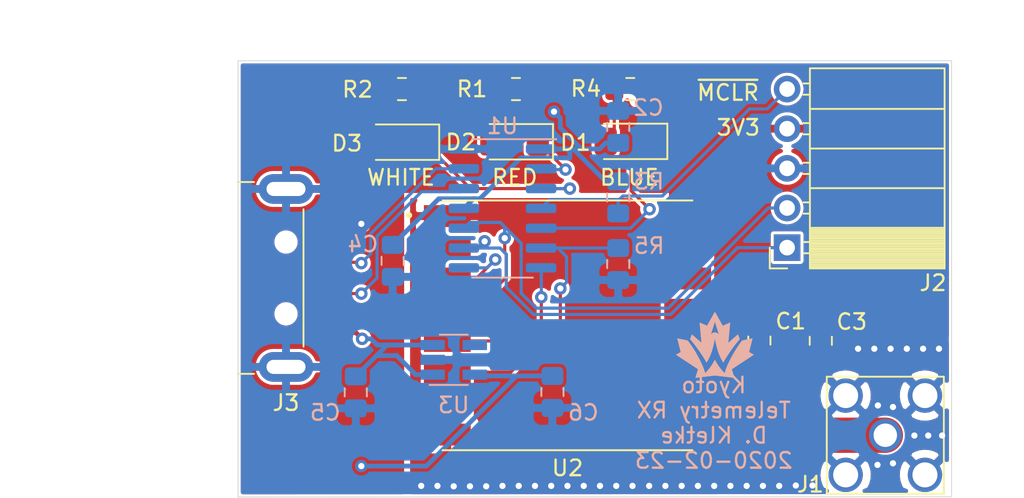
<source format=kicad_pcb>
(kicad_pcb (version 20171130) (host pcbnew "(5.1.2)-1")

  (general
    (thickness 1.6)
    (drawings 12)
    (tracks 202)
    (zones 0)
    (modules 21)
    (nets 26)
  )

  (page A4)
  (layers
    (0 F.Cu signal)
    (31 B.Cu signal)
    (32 B.Adhes user hide)
    (33 F.Adhes user hide)
    (34 B.Paste user)
    (35 F.Paste user hide)
    (36 B.SilkS user)
    (37 F.SilkS user)
    (38 B.Mask user)
    (39 F.Mask user)
    (40 Dwgs.User user)
    (41 Cmts.User user hide)
    (42 Eco1.User user hide)
    (43 Eco2.User user hide)
    (44 Edge.Cuts user)
    (45 Margin user hide)
    (46 B.CrtYd user)
    (47 F.CrtYd user)
    (48 B.Fab user hide)
    (49 F.Fab user hide)
  )

  (setup
    (last_trace_width 0.2032)
    (trace_clearance 0.2)
    (zone_clearance 0.1524)
    (zone_45_only no)
    (trace_min 0.2)
    (via_size 0.8)
    (via_drill 0.4)
    (via_min_size 0.4)
    (via_min_drill 0.3)
    (uvia_size 0.3)
    (uvia_drill 0.1)
    (uvias_allowed no)
    (uvia_min_size 0.2)
    (uvia_min_drill 0.1)
    (edge_width 0.05)
    (segment_width 0.2)
    (pcb_text_width 0.3)
    (pcb_text_size 1.5 1.5)
    (mod_edge_width 0.12)
    (mod_text_size 1 1)
    (mod_text_width 0.15)
    (pad_size 1.524 1.524)
    (pad_drill 0.762)
    (pad_to_mask_clearance 0.051)
    (solder_mask_min_width 0.25)
    (aux_axis_origin 0 0)
    (visible_elements 7FFFFFFF)
    (pcbplotparams
      (layerselection 0x010fc_ffffffff)
      (usegerberextensions false)
      (usegerberattributes false)
      (usegerberadvancedattributes false)
      (creategerberjobfile false)
      (excludeedgelayer true)
      (linewidth 0.100000)
      (plotframeref false)
      (viasonmask false)
      (mode 1)
      (useauxorigin false)
      (hpglpennumber 1)
      (hpglpenspeed 20)
      (hpglpendiameter 15.000000)
      (psnegative false)
      (psa4output false)
      (plotreference true)
      (plotvalue true)
      (plotinvisibletext false)
      (padsonsilk false)
      (subtractmaskfromsilk false)
      (outputformat 1)
      (mirror false)
      (drillshape 1)
      (scaleselection 1)
      (outputdirectory ""))
  )

  (net 0 "")
  (net 1 GND)
  (net 2 +3V3)
  (net 3 +5V)
  (net 4 "Net-(D1-Pad2)")
  (net 5 "Net-(D1-Pad1)")
  (net 6 "Net-(D2-Pad2)")
  (net 7 "Net-(D2-Pad1)")
  (net 8 "Net-(D3-Pad2)")
  (net 9 "Net-(D3-Pad1)")
  (net 10 "Net-(AE1-Pad1)")
  (net 11 /~MCLR)
  (net 12 /ICSPDAT)
  (net 13 /USB_D+)
  (net 14 /USB_D-)
  (net 15 /RESET)
  (net 16 /ICSPCLK)
  (net 17 /MOSI)
  (net 18 /~SS)
  (net 19 "Net-(U2-Pad7)")
  (net 20 "Net-(U2-Pad11)")
  (net 21 "Net-(U2-Pad12)")
  (net 22 "Net-(U2-Pad14)")
  (net 23 "Net-(U2-Pad15)")
  (net 24 "Net-(U2-Pad16)")
  (net 25 "Net-(U3-Pad4)")

  (net_class Default "This is the default net class."
    (clearance 0.2)
    (trace_width 0.2032)
    (via_dia 0.8)
    (via_drill 0.4)
    (uvia_dia 0.3)
    (uvia_drill 0.1)
    (add_net /ICSPCLK)
    (add_net /ICSPDAT)
    (add_net /MOSI)
    (add_net /RESET)
    (add_net /USB_D+)
    (add_net /USB_D-)
    (add_net /~MCLR)
    (add_net /~SS)
    (add_net "Net-(AE1-Pad1)")
    (add_net "Net-(D1-Pad1)")
    (add_net "Net-(D1-Pad2)")
    (add_net "Net-(D2-Pad1)")
    (add_net "Net-(D2-Pad2)")
    (add_net "Net-(D3-Pad1)")
    (add_net "Net-(D3-Pad2)")
    (add_net "Net-(U2-Pad11)")
    (add_net "Net-(U2-Pad12)")
    (add_net "Net-(U2-Pad14)")
    (add_net "Net-(U2-Pad15)")
    (add_net "Net-(U2-Pad16)")
    (add_net "Net-(U2-Pad7)")
    (add_net "Net-(U3-Pad4)")
  )

  (net_class Power ""
    (clearance 0.2)
    (trace_width 0.3048)
    (via_dia 0.8)
    (via_drill 0.4)
    (uvia_dia 0.3)
    (uvia_drill 0.1)
    (add_net +3V3)
    (add_net +5V)
    (add_net GND)
  )

  (module "Team logo:Logo_SilkScreen_5mm" (layer B.Cu) (tedit 0) (tstamp 5E52401E)
    (at 137.5664 92.7608 180)
    (fp_text reference G*** (at 0 0) (layer B.SilkS) hide
      (effects (font (size 1.524 1.524) (thickness 0.3)) (justify mirror))
    )
    (fp_text value LOGO (at 0.75 0) (layer B.SilkS) hide
      (effects (font (size 1.524 1.524) (thickness 0.3)) (justify mirror))
    )
    (fp_poly (pts (xy 0.007914 2.102095) (xy 0.018516 2.084931) (xy 0.034733 2.057506) (xy 0.056017 2.020785)
      (xy 0.081817 1.975731) (xy 0.111583 1.92331) (xy 0.144765 1.864485) (xy 0.180813 1.800222)
      (xy 0.219176 1.731483) (xy 0.252447 1.671606) (xy 0.292369 1.599633) (xy 0.330398 1.531105)
      (xy 0.365983 1.467012) (xy 0.398574 1.408344) (xy 0.427619 1.356092) (xy 0.452569 1.311245)
      (xy 0.472873 1.274795) (xy 0.48798 1.24773) (xy 0.497339 1.231042) (xy 0.500334 1.225803)
      (xy 0.504557 1.224399) (xy 0.51441 1.22605) (xy 0.530913 1.231149) (xy 0.55509 1.240091)
      (xy 0.587962 1.253272) (xy 0.630551 1.271084) (xy 0.68388 1.293924) (xy 0.740783 1.318615)
      (xy 0.794229 1.34174) (xy 0.843633 1.362802) (xy 0.887555 1.38121) (xy 0.924557 1.396375)
      (xy 0.953199 1.407707) (xy 0.972043 1.414618) (xy 0.979651 1.416518) (xy 0.9797 1.416483)
      (xy 0.97968 1.409077) (xy 0.978395 1.388792) (xy 0.97593 1.356601) (xy 0.972371 1.313478)
      (xy 0.967805 1.260395) (xy 0.962318 1.198327) (xy 0.955995 1.128245) (xy 0.948924 1.051124)
      (xy 0.94119 0.967936) (xy 0.93288 0.879655) (xy 0.92408 0.787253) (xy 0.922606 0.771887)
      (xy 0.913721 0.678942) (xy 0.905282 0.589986) (xy 0.897379 0.50599) (xy 0.890099 0.427923)
      (xy 0.883532 0.356756) (xy 0.877764 0.293459) (xy 0.872885 0.239002) (xy 0.868983 0.194357)
      (xy 0.866146 0.160493) (xy 0.864462 0.138381) (xy 0.86402 0.12899) (xy 0.864073 0.128731)
      (xy 0.869652 0.132689) (xy 0.884688 0.145113) (xy 0.908257 0.165197) (xy 0.939434 0.192137)
      (xy 0.977296 0.225127) (xy 1.020918 0.263364) (xy 1.069376 0.306041) (xy 1.121745 0.352354)
      (xy 1.168061 0.39346) (xy 1.223108 0.442306) (xy 1.2751 0.488277) (xy 1.3231 0.530555)
      (xy 1.366174 0.568324) (xy 1.403385 0.600767) (xy 1.433797 0.627069) (xy 1.456475 0.646413)
      (xy 1.470482 0.657982) (xy 1.474853 0.661095) (xy 1.476978 0.659537) (xy 1.480242 0.654092)
      (xy 1.485099 0.643602) (xy 1.492001 0.626911) (xy 1.501401 0.602862) (xy 1.513751 0.570298)
      (xy 1.529503 0.528061) (xy 1.549111 0.474996) (xy 1.571753 0.413417) (xy 1.592427 0.357108)
      (xy 1.533126 0.288698) (xy 1.456616 0.198194) (xy 1.376367 0.099105) (xy 1.293504 -0.00696)
      (xy 1.209153 -0.118391) (xy 1.12444 -0.233578) (xy 1.04049 -0.350911) (xy 0.958429 -0.468779)
      (xy 0.879382 -0.585573) (xy 0.804476 -0.699683) (xy 0.734836 -0.809499) (xy 0.671587 -0.91341)
      (xy 0.615856 -1.009807) (xy 0.582192 -1.071437) (xy 0.544401 -1.142623) (xy 0.521445 -1.109258)
      (xy 0.477684 -1.040895) (xy 0.432339 -0.961222) (xy 0.3865 -0.872587) (xy 0.341257 -0.777337)
      (xy 0.297702 -0.677821) (xy 0.256925 -0.576387) (xy 0.220016 -0.475383) (xy 0.201808 -0.421014)
      (xy 0.168975 -0.31398) (xy 0.136111 -0.196397) (xy 0.104045 -0.071606) (xy 0.073605 0.057052)
      (xy 0.045619 0.186234) (xy 0.023846 0.296803) (xy 0.004129 0.402236) (xy -0.031696 0.223734)
      (xy -0.071287 0.037848) (xy -0.112993 -0.13529) (xy -0.15719 -0.296738) (xy -0.204253 -0.447556)
      (xy -0.254557 -0.588803) (xy -0.308478 -0.721539) (xy -0.366391 -0.846822) (xy -0.42867 -0.965714)
      (xy -0.489731 -1.069689) (xy -0.506356 -1.096104) (xy -0.520568 -1.117856) (xy -0.530643 -1.132356)
      (xy -0.534554 -1.136989) (xy -0.539719 -1.132639) (xy -0.549334 -1.11834) (xy -0.561763 -1.096659)
      (xy -0.569037 -1.082849) (xy -0.609485 -1.007484) (xy -0.658109 -0.923061) (xy -0.713921 -0.830995)
      (xy -0.775934 -0.732702) (xy -0.843159 -0.629597) (xy -0.914609 -0.523097) (xy -0.989296 -0.414616)
      (xy -1.066231 -0.305572) (xy -1.144426 -0.197379) (xy -1.222894 -0.091454) (xy -1.300647 0.010787)
      (xy -1.376696 0.10793) (xy -1.450053 0.198558) (xy -1.519731 0.281255) (xy -1.526167 0.288698)
      (xy -1.585467 0.357108) (xy -1.564794 0.413417) (xy -1.541096 0.477864) (xy -1.521684 0.530382)
      (xy -1.506108 0.572126) (xy -1.493915 0.604252) (xy -1.484653 0.627918) (xy -1.47787 0.644278)
      (xy -1.473114 0.65449) (xy -1.469933 0.659709) (xy -1.467968 0.661095) (xy -1.461878 0.656599)
      (xy -1.446336 0.643655) (xy -1.42228 0.623079) (xy -1.390645 0.595687) (xy -1.352366 0.562294)
      (xy -1.30838 0.523717) (xy -1.259622 0.480772) (xy -1.207029 0.434274) (xy -1.161099 0.393538)
      (xy -1.106136 0.344809) (xy -1.054313 0.299038) (xy -1.006554 0.257027) (xy -0.963782 0.219582)
      (xy -0.926922 0.187508) (xy -0.896898 0.16161) (xy -0.874634 0.142691) (xy -0.861055 0.131556)
      (xy -0.857036 0.128808) (xy -0.857275 0.135991) (xy -0.85877 0.156056) (xy -0.861433 0.188034)
      (xy -0.865175 0.230953) (xy -0.869907 0.283845) (xy -0.875541 0.345739) (xy -0.881989 0.415664)
      (xy -0.889162 0.49265) (xy -0.896973 0.575728) (xy -0.905331 0.663927) (xy -0.906411 0.675241)
      (xy -0.24938 0.675241) (xy -0.246837 0.674499) (xy -0.236612 0.68203) (xy -0.220832 0.696236)
      (xy -0.21879 0.698194) (xy -0.194172 0.718687) (xy -0.163582 0.739692) (xy -0.135698 0.755571)
      (xy -0.073588 0.779156) (xy -0.010539 0.789226) (xy 0.052073 0.78599) (xy 0.112872 0.769657)
      (xy 0.170481 0.740437) (xy 0.220452 0.701447) (xy 0.238262 0.685581) (xy 0.250904 0.675876)
      (xy 0.256292 0.673876) (xy 0.256181 0.675013) (xy 0.253497 0.683383) (xy 0.247047 0.703849)
      (xy 0.237204 0.735219) (xy 0.224341 0.776302) (xy 0.20883 0.825904) (xy 0.191044 0.882836)
      (xy 0.171357 0.945903) (xy 0.15014 1.013915) (xy 0.12888 1.082109) (xy 0.106647 1.1534)
      (xy 0.085658 1.220629) (xy 0.066273 1.282639) (xy 0.048857 1.338272) (xy 0.033771 1.386372)
      (xy 0.02138 1.425781) (xy 0.012046 1.455342) (xy 0.006131 1.473897) (xy 0.004004 1.480288)
      (xy 0.00177 1.474112) (xy -0.004235 1.45579) (xy -0.013648 1.426464) (xy -0.026109 1.387278)
      (xy -0.041255 1.339376) (xy -0.058726 1.2839) (xy -0.078159 1.221995) (xy -0.099193 1.154804)
      (xy -0.121417 1.08363) (xy -0.143799 1.011891) (xy -0.165009 0.943968) (xy -0.184676 0.881049)
      (xy -0.202427 0.824323) (xy -0.217888 0.774979) (xy -0.230689 0.734205) (xy -0.240456 0.703189)
      (xy -0.246817 0.683121) (xy -0.24938 0.675241) (xy -0.906411 0.675241) (xy -0.91415 0.756276)
      (xy -0.915647 0.771887) (xy -0.924518 0.864869) (xy -0.932912 0.95389) (xy -0.940743 1.037977)
      (xy -0.947924 1.116157) (xy -0.954369 1.187457) (xy -0.959992 1.250902) (xy -0.964707 1.305521)
      (xy -0.968428 1.350339) (xy -0.971069 1.384383) (xy -0.972543 1.40668) (xy -0.972765 1.416258)
      (xy -0.972677 1.416546) (xy -0.965514 1.414872) (xy -0.947062 1.408168) (xy -0.918764 1.397026)
      (xy -0.882062 1.382034) (xy -0.838401 1.363782) (xy -0.789225 1.342861) (xy -0.735976 1.319861)
      (xy -0.734875 1.319382) (xy -0.681614 1.29623) (xy -0.632494 1.274931) (xy -0.588947 1.256101)
      (xy -0.552404 1.240358) (xy -0.524295 1.228317) (xy -0.506051 1.220595) (xy -0.499105 1.217809)
      (xy -0.499091 1.217808) (xy -0.495415 1.223739) (xy -0.48554 1.240897) (xy -0.469998 1.268328)
      (xy -0.449323 1.305078) (xy -0.424048 1.350194) (xy -0.394707 1.402721) (xy -0.361833 1.461707)
      (xy -0.32596 1.526196) (xy -0.287622 1.595237) (xy -0.250089 1.662934) (xy -0.209851 1.735394)
      (xy -0.171468 1.804189) (xy -0.135484 1.868364) (xy -0.102442 1.926964) (xy -0.072887 1.979033)
      (xy -0.047362 2.023618) (xy -0.026413 2.059762) (xy -0.010582 2.086511) (xy -0.000415 2.102909)
      (xy 0.00348 2.108033) (xy 0.007914 2.102095)) (layer B.SilkS) (width 0.01))
    (fp_poly (pts (xy -2.399303 0.40603) (xy -2.379967 0.4026) (xy -2.349648 0.39697) (xy -2.309681 0.389395)
      (xy -2.261401 0.380129) (xy -2.206141 0.369428) (xy -2.145238 0.357545) (xy -2.080024 0.344737)
      (xy -2.078906 0.344516) (xy -1.998323 0.328526) (xy -1.930525 0.314818) (xy -1.874604 0.303185)
      (xy -1.829652 0.29342) (xy -1.794761 0.285317) (xy -1.769022 0.27867) (xy -1.751526 0.273271)
      (xy -1.741367 0.268915) (xy -1.738898 0.267196) (xy -1.726426 0.253773) (xy -1.707274 0.230344)
      (xy -1.682553 0.198434) (xy -1.653376 0.159567) (xy -1.620856 0.115268) (xy -1.586104 0.067063)
      (xy -1.550233 0.016476) (xy -1.514356 -0.034969) (xy -1.479585 -0.085745) (xy -1.457727 -0.118234)
      (xy -1.354458 -0.277334) (xy -1.253281 -0.441776) (xy -1.155346 -0.609429) (xy -1.061801 -0.778163)
      (xy -0.973798 -0.945847) (xy -0.892487 -1.110352) (xy -0.819016 -1.269546) (xy -0.755218 -1.419617)
      (xy -0.739134 -1.46063) (xy -0.72165 -1.507438) (xy -0.703589 -1.557618) (xy -0.68577 -1.608749)
      (xy -0.669013 -1.658409) (xy -0.65414 -1.704176) (xy -0.64197 -1.743629) (xy -0.633324 -1.774346)
      (xy -0.629611 -1.790372) (xy -0.625353 -1.807015) (xy -0.62088 -1.815845) (xy -0.619923 -1.816274)
      (xy -0.613246 -1.811234) (xy -0.598928 -1.797142) (xy -0.578354 -1.775541) (xy -0.552912 -1.747973)
      (xy -0.523984 -1.715981) (xy -0.492958 -1.681108) (xy -0.461218 -1.644897) (xy -0.430149 -1.608889)
      (xy -0.401136 -1.574628) (xy -0.379951 -1.54904) (xy -0.315069 -1.46714) (xy -0.25532 -1.386123)
      (xy -0.198583 -1.302812) (xy -0.142732 -1.214035) (xy -0.085646 -1.116615) (xy -0.059188 -1.069471)
      (xy -0.039487 -1.034757) (xy -0.021834 -1.005166) (xy -0.00738 -0.982505) (xy 0.002728 -0.968579)
      (xy 0.007259 -0.965088) (xy 0.012526 -0.973146) (xy 0.022843 -0.990848) (xy 0.036705 -1.015556)
      (xy 0.052178 -1.043836) (xy 0.129089 -1.179716) (xy 0.207247 -1.30481) (xy 0.28871 -1.422225)
      (xy 0.375537 -1.53507) (xy 0.386337 -1.548357) (xy 0.412781 -1.580211) (xy 0.442384 -1.61504)
      (xy 0.473767 -1.651306) (xy 0.505545 -1.687468) (xy 0.536339 -1.721989) (xy 0.564766 -1.753329)
      (xy 0.589445 -1.779948) (xy 0.608992 -1.800309) (xy 0.622028 -1.812872) (xy 0.626883 -1.816274)
      (xy 0.631129 -1.810181) (xy 0.63561 -1.795069) (xy 0.636571 -1.790372) (xy 0.641986 -1.767926)
      (xy 0.651549 -1.7349) (xy 0.66444 -1.693717) (xy 0.679838 -1.646799) (xy 0.696924 -1.596567)
      (xy 0.714876 -1.545443) (xy 0.732873 -1.495849) (xy 0.750097 -1.450206) (xy 0.762178 -1.419617)
      (xy 0.825492 -1.270701) (xy 0.897659 -1.114261) (xy 0.977518 -0.952442) (xy 1.063912 -0.78739)
      (xy 1.155683 -0.621251) (xy 1.251672 -0.456171) (xy 1.350722 -0.294296) (xy 1.451675 -0.137772)
      (xy 1.463995 -0.119251) (xy 1.497378 -0.069822) (xy 1.532611 -0.018694) (xy 1.568585 0.032611)
      (xy 1.604188 0.08257) (xy 1.638312 0.129661) (xy 1.669845 0.172361) (xy 1.697678 0.209146)
      (xy 1.7207 0.238496) (xy 1.737802 0.258886) (xy 1.745553 0.266921) (xy 1.752906 0.270889)
      (xy 1.767791 0.275934) (xy 1.791057 0.282248) (xy 1.823552 0.290023) (xy 1.866124 0.299453)
      (xy 1.919624 0.310729) (xy 1.984898 0.324045) (xy 2.062795 0.339593) (xy 2.085561 0.344092)
      (xy 2.150866 0.356936) (xy 2.211884 0.368863) (xy 2.267281 0.379618) (xy 2.315724 0.388945)
      (xy 2.355878 0.396588) (xy 2.386409 0.402292) (xy 2.405985 0.405802) (xy 2.413271 0.406863)
      (xy 2.413282 0.406857) (xy 2.411871 0.400157) (xy 2.407357 0.381354) (xy 2.400092 0.351829)
      (xy 2.390424 0.312961) (xy 2.378704 0.266131) (xy 2.365282 0.212718) (xy 2.350509 0.154103)
      (xy 2.334733 0.091666) (xy 2.318307 0.026786) (xy 2.301579 -0.039155) (xy 2.284899 -0.104779)
      (xy 2.268619 -0.168704) (xy 2.253087 -0.229551) (xy 2.238655 -0.28594) (xy 2.225672 -0.336491)
      (xy 2.214488 -0.379823) (xy 2.205454 -0.414557) (xy 2.19892 -0.439312) (xy 2.195235 -0.452708)
      (xy 2.195076 -0.453241) (xy 2.196765 -0.458541) (xy 2.205068 -0.466598) (xy 2.221059 -0.478116)
      (xy 2.245815 -0.493804) (xy 2.280413 -0.514366) (xy 2.325929 -0.540511) (xy 2.341465 -0.549317)
      (xy 2.382695 -0.57284) (xy 2.419584 -0.594285) (xy 2.450494 -0.612666) (xy 2.473786 -0.626997)
      (xy 2.487821 -0.636294) (xy 2.491288 -0.6394) (xy 2.485575 -0.643811) (xy 2.468909 -0.655347)
      (xy 2.442003 -0.673538) (xy 2.405567 -0.697913) (xy 2.360312 -0.728004) (xy 2.30695 -0.76334)
      (xy 2.246192 -0.803452) (xy 2.178749 -0.84787) (xy 2.105332 -0.896125) (xy 2.026653 -0.947746)
      (xy 1.943423 -1.002264) (xy 1.856352 -1.05921) (xy 1.788519 -1.103515) (xy 1.699009 -1.162002)
      (xy 1.6128 -1.218441) (xy 1.530605 -1.27236) (xy 1.453136 -1.323288) (xy 1.381103 -1.370752)
      (xy 1.315218 -1.414282) (xy 1.256194 -1.453407) (xy 1.204741 -1.487654) (xy 1.161572 -1.516551)
      (xy 1.127398 -1.539629) (xy 1.10293 -1.556414) (xy 1.088881 -1.566436) (xy 1.085609 -1.569233)
      (xy 1.087617 -1.577185) (xy 1.093405 -1.596948) (xy 1.102527 -1.627073) (xy 1.114537 -1.666109)
      (xy 1.128987 -1.712609) (xy 1.14543 -1.765123) (xy 1.163421 -1.8222) (xy 1.169899 -1.842667)
      (xy 1.188187 -1.900842) (xy 1.204891 -1.954858) (xy 1.219588 -2.003284) (xy 1.231858 -2.044691)
      (xy 1.241279 -2.077649) (xy 1.247428 -2.100726) (xy 1.249885 -2.112494) (xy 1.24979 -2.113681)
      (xy 1.242366 -2.113537) (xy 1.222111 -2.111817) (xy 1.190012 -2.108631) (xy 1.147052 -2.10409)
      (xy 1.094217 -2.098305) (xy 1.032491 -2.091385) (xy 0.962861 -2.083441) (xy 0.886309 -2.074584)
      (xy 0.803823 -2.064924) (xy 0.716386 -2.054571) (xy 0.624983 -2.043637) (xy 0.624365 -2.043562)
      (xy 0.00348 -1.968904) (xy -0.604682 -2.042206) (xy -0.695479 -2.053127) (xy -0.782541 -2.063557)
      (xy -0.864846 -2.073374) (xy -0.941372 -2.08246) (xy -1.011098 -2.090694) (xy -1.073003 -2.097956)
      (xy -1.126065 -2.104126) (xy -1.169262 -2.109085) (xy -1.201573 -2.112712) (xy -1.221976 -2.114888)
      (xy -1.229244 -2.115507) (xy -1.241843 -2.113419) (xy -1.245644 -2.109732) (xy -1.243606 -2.102038)
      (xy -1.237792 -2.082534) (xy -1.228652 -2.052669) (xy -1.216636 -2.013894) (xy -1.202194 -1.967658)
      (xy -1.185777 -1.915412) (xy -1.167833 -1.858605) (xy -1.162137 -1.840631) (xy -1.143807 -1.782644)
      (xy -1.126871 -1.728704) (xy -1.111779 -1.680273) (xy -1.098982 -1.638814) (xy -1.08893 -1.605788)
      (xy -1.082074 -1.582658) (xy -1.078865 -1.570887) (xy -1.07868 -1.56979) (xy -1.084401 -1.565101)
      (xy -1.101077 -1.553295) (xy -1.127996 -1.534844) (xy -1.164447 -1.51022) (xy -1.209717 -1.479894)
      (xy -1.263097 -1.44434) (xy -1.323873 -1.404028) (xy -1.391335 -1.359433) (xy -1.464771 -1.311025)
      (xy -1.54347 -1.259276) (xy -1.626719 -1.20466) (xy -1.713808 -1.147648) (xy -1.781529 -1.103395)
      (xy -1.871025 -1.044918) (xy -1.957219 -0.988516) (xy -2.039398 -0.934658) (xy -2.116852 -0.883814)
      (xy -2.18887 -0.836454) (xy -2.254741 -0.793047) (xy -2.313754 -0.754064) (xy -2.365197 -0.719972)
      (xy -2.408359 -0.691244) (xy -2.442529 -0.668346) (xy -2.466997 -0.651751) (xy -2.48105 -0.641926)
      (xy -2.484328 -0.63928) (xy -2.478524 -0.634556) (xy -2.462203 -0.624037) (xy -2.437005 -0.608707)
      (xy -2.404568 -0.58955) (xy -2.366532 -0.567549) (xy -2.334506 -0.549317) (xy -2.285592 -0.521406)
      (xy -2.247911 -0.499284) (xy -2.220387 -0.482243) (xy -2.201943 -0.469578) (xy -2.191503 -0.460582)
      (xy -2.18799 -0.454548) (xy -2.188116 -0.453241) (xy -2.191584 -0.440724) (xy -2.197926 -0.416746)
      (xy -2.206793 -0.382687) (xy -2.217835 -0.339928) (xy -2.230701 -0.289849) (xy -2.245041 -0.233829)
      (xy -2.260505 -0.17325) (xy -2.276744 -0.109492) (xy -2.293407 -0.043934) (xy -2.310143 0.022043)
      (xy -2.326604 0.087059) (xy -2.342438 0.149733) (xy -2.357295 0.208686) (xy -2.370827 0.262537)
      (xy -2.382681 0.309906) (xy -2.392509 0.349412) (xy -2.39996 0.379676) (xy -2.404685 0.399318)
      (xy -2.406332 0.406956) (xy -2.406323 0.407006) (xy -2.399303 0.40603)) (layer B.SilkS) (width 0.01))
  )

  (module canhw_footprints:XCVR_RFM95W-915S2 (layer F.Cu) (tedit 5E3768CD) (tstamp 5E379373)
    (at 128.1176 91.5162)
    (path /5E26E098)
    (fp_text reference U2 (at 0 9.144) (layer F.SilkS)
      (effects (font (size 1 1) (thickness 0.15)))
    )
    (fp_text value RFM95W (at 0.6917 9.5683) (layer F.Fab)
      (effects (font (size 1 1) (thickness 0.015)))
    )
    (fp_line (start -8 8) (end -8 -8) (layer F.Fab) (width 0.127))
    (fp_line (start -8 -8) (end 8 -8) (layer F.Fab) (width 0.127))
    (fp_line (start 8 -8) (end 8 8) (layer F.Fab) (width 0.127))
    (fp_line (start 8 8) (end -8 8) (layer F.Fab) (width 0.127))
    (fp_line (start -8.25 -8.25) (end 8.25 -8.25) (layer F.CrtYd) (width 0.05))
    (fp_line (start 8.25 -8.25) (end 8.25 -7.95) (layer F.CrtYd) (width 0.05))
    (fp_line (start 8.25 -7.95) (end 9.45 -7.95) (layer F.CrtYd) (width 0.05))
    (fp_line (start 9.45 -7.95) (end 9.45 7.95) (layer F.CrtYd) (width 0.05))
    (fp_line (start 9.45 7.95) (end 8.25 7.95) (layer F.CrtYd) (width 0.05))
    (fp_line (start 8.25 7.95) (end 8.25 8.25) (layer F.CrtYd) (width 0.05))
    (fp_line (start 8.25 8.25) (end -8.25 8.25) (layer F.CrtYd) (width 0.05))
    (fp_line (start -8.25 8.25) (end -8.25 7.95) (layer F.CrtYd) (width 0.05))
    (fp_line (start -8.25 7.95) (end -9.45 7.95) (layer F.CrtYd) (width 0.05))
    (fp_line (start -9.45 7.95) (end -9.45 -7.95) (layer F.CrtYd) (width 0.05))
    (fp_line (start -9.45 -7.95) (end -8.25 -7.95) (layer F.CrtYd) (width 0.05))
    (fp_line (start -8.25 -7.95) (end -8.25 -8.25) (layer F.CrtYd) (width 0.05))
    (fp_circle (center -10.15 -7.05) (end -10.05 -7.05) (layer F.SilkS) (width 0.2))
    (fp_circle (center -10.15 -7.05) (end -10.05 -7.05) (layer F.Fab) (width 0.2))
    (fp_line (start -8 -8) (end 8 -8) (layer F.SilkS) (width 0.127))
    (fp_line (start -8 8) (end 8 8) (layer F.SilkS) (width 0.127))
    (pad 1 smd rect (at -7.7 -7) (size 3 1.4) (layers F.Cu F.Paste F.Mask)
      (net 1 GND))
    (pad 2 smd rect (at -7.7 -5) (size 3 1.4) (layers F.Cu F.Paste F.Mask)
      (net 16 /ICSPCLK))
    (pad 3 smd rect (at -7.7 -3) (size 3 1.4) (layers F.Cu F.Paste F.Mask)
      (net 17 /MOSI))
    (pad 4 smd rect (at -7.7 -1) (size 3 1.4) (layers F.Cu F.Paste F.Mask)
      (net 12 /ICSPDAT))
    (pad 5 smd rect (at -7.7 1) (size 3 1.4) (layers F.Cu F.Paste F.Mask)
      (net 18 /~SS))
    (pad 6 smd rect (at -7.7 3) (size 3 1.4) (layers F.Cu F.Paste F.Mask)
      (net 15 /RESET))
    (pad 7 smd rect (at -7.7 5) (size 3 1.4) (layers F.Cu F.Paste F.Mask)
      (net 19 "Net-(U2-Pad7)"))
    (pad 8 smd rect (at -7.7 7) (size 3 1.4) (layers F.Cu F.Paste F.Mask)
      (net 1 GND))
    (pad 9 smd rect (at 7.7 7) (size 3 1.4) (layers F.Cu F.Paste F.Mask)
      (net 10 "Net-(AE1-Pad1)"))
    (pad 10 smd rect (at 7.7 5) (size 3 1.4) (layers F.Cu F.Paste F.Mask)
      (net 1 GND))
    (pad 11 smd rect (at 7.7 3) (size 3 1.4) (layers F.Cu F.Paste F.Mask)
      (net 20 "Net-(U2-Pad11)"))
    (pad 12 smd rect (at 7.7 1) (size 3 1.4) (layers F.Cu F.Paste F.Mask)
      (net 21 "Net-(U2-Pad12)"))
    (pad 13 smd rect (at 7.7 -1) (size 3 1.4) (layers F.Cu F.Paste F.Mask)
      (net 2 +3V3))
    (pad 14 smd rect (at 7.7 -3) (size 3 1.4) (layers F.Cu F.Paste F.Mask)
      (net 22 "Net-(U2-Pad14)"))
    (pad 15 smd rect (at 7.7 -5) (size 3 1.4) (layers F.Cu F.Paste F.Mask)
      (net 23 "Net-(U2-Pad15)"))
    (pad 16 smd rect (at 7.7 -7) (size 3 1.4) (layers F.Cu F.Paste F.Mask)
      (net 24 "Net-(U2-Pad16)"))
  )

  (module Package_SO:SOIC-14_3.9x8.7mm_P1.27mm (layer B.Cu) (tedit 5C97300E) (tstamp 5E37934B)
    (at 123.952 84.0232 180)
    (descr "SOIC, 14 Pin (JEDEC MS-012AB, https://www.analog.com/media/en/package-pcb-resources/package/pkg_pdf/soic_narrow-r/r_14.pdf), generated with kicad-footprint-generator ipc_gullwing_generator.py")
    (tags "SOIC SO")
    (path /5DD2778A)
    (attr smd)
    (fp_text reference U1 (at 0 5.28) (layer B.SilkS)
      (effects (font (size 1 1) (thickness 0.15)) (justify mirror))
    )
    (fp_text value PIC16LF1455 (at 0 -5.28) (layer B.Fab)
      (effects (font (size 1 1) (thickness 0.15)) (justify mirror))
    )
    (fp_text user %R (at 0 0) (layer B.Fab)
      (effects (font (size 0.98 0.98) (thickness 0.15)) (justify mirror))
    )
    (fp_line (start 3.7 4.58) (end -3.7 4.58) (layer B.CrtYd) (width 0.05))
    (fp_line (start 3.7 -4.58) (end 3.7 4.58) (layer B.CrtYd) (width 0.05))
    (fp_line (start -3.7 -4.58) (end 3.7 -4.58) (layer B.CrtYd) (width 0.05))
    (fp_line (start -3.7 4.58) (end -3.7 -4.58) (layer B.CrtYd) (width 0.05))
    (fp_line (start -1.95 3.35) (end -0.975 4.325) (layer B.Fab) (width 0.1))
    (fp_line (start -1.95 -4.325) (end -1.95 3.35) (layer B.Fab) (width 0.1))
    (fp_line (start 1.95 -4.325) (end -1.95 -4.325) (layer B.Fab) (width 0.1))
    (fp_line (start 1.95 4.325) (end 1.95 -4.325) (layer B.Fab) (width 0.1))
    (fp_line (start -0.975 4.325) (end 1.95 4.325) (layer B.Fab) (width 0.1))
    (fp_line (start 0 4.435) (end -3.45 4.435) (layer B.SilkS) (width 0.12))
    (fp_line (start 0 4.435) (end 1.95 4.435) (layer B.SilkS) (width 0.12))
    (fp_line (start 0 -4.435) (end -1.95 -4.435) (layer B.SilkS) (width 0.12))
    (fp_line (start 0 -4.435) (end 1.95 -4.435) (layer B.SilkS) (width 0.12))
    (pad 14 smd roundrect (at 2.475 3.81 180) (size 1.95 0.6) (layers B.Cu B.Paste B.Mask) (roundrect_rratio 0.25)
      (net 1 GND))
    (pad 13 smd roundrect (at 2.475 2.54 180) (size 1.95 0.6) (layers B.Cu B.Paste B.Mask) (roundrect_rratio 0.25)
      (net 13 /USB_D+))
    (pad 12 smd roundrect (at 2.475 1.27 180) (size 1.95 0.6) (layers B.Cu B.Paste B.Mask) (roundrect_rratio 0.25)
      (net 14 /USB_D-))
    (pad 11 smd roundrect (at 2.475 0 180) (size 1.95 0.6) (layers B.Cu B.Paste B.Mask) (roundrect_rratio 0.25)
      (net 2 +3V3))
    (pad 10 smd roundrect (at 2.475 -1.27 180) (size 1.95 0.6) (layers B.Cu B.Paste B.Mask) (roundrect_rratio 0.25)
      (net 12 /ICSPDAT))
    (pad 9 smd roundrect (at 2.475 -2.54 180) (size 1.95 0.6) (layers B.Cu B.Paste B.Mask) (roundrect_rratio 0.25)
      (net 16 /ICSPCLK))
    (pad 8 smd roundrect (at 2.475 -3.81 180) (size 1.95 0.6) (layers B.Cu B.Paste B.Mask) (roundrect_rratio 0.25)
      (net 17 /MOSI))
    (pad 7 smd roundrect (at -2.475 -3.81 180) (size 1.95 0.6) (layers B.Cu B.Paste B.Mask) (roundrect_rratio 0.25)
      (net 18 /~SS))
    (pad 6 smd roundrect (at -2.475 -2.54 180) (size 1.95 0.6) (layers B.Cu B.Paste B.Mask) (roundrect_rratio 0.25)
      (net 15 /RESET))
    (pad 5 smd roundrect (at -2.475 -1.27 180) (size 1.95 0.6) (layers B.Cu B.Paste B.Mask) (roundrect_rratio 0.25)
      (net 5 "Net-(D1-Pad1)"))
    (pad 4 smd roundrect (at -2.475 0 180) (size 1.95 0.6) (layers B.Cu B.Paste B.Mask) (roundrect_rratio 0.25)
      (net 11 /~MCLR))
    (pad 3 smd roundrect (at -2.475 1.27 180) (size 1.95 0.6) (layers B.Cu B.Paste B.Mask) (roundrect_rratio 0.25)
      (net 9 "Net-(D3-Pad1)"))
    (pad 2 smd roundrect (at -2.475 2.54 180) (size 1.95 0.6) (layers B.Cu B.Paste B.Mask) (roundrect_rratio 0.25)
      (net 7 "Net-(D2-Pad1)"))
    (pad 1 smd roundrect (at -2.475 3.81 180) (size 1.95 0.6) (layers B.Cu B.Paste B.Mask) (roundrect_rratio 0.25)
      (net 2 +3V3))
    (model ${KISYS3DMOD}/Package_SO.3dshapes/SOIC-14_3.9x8.7mm_P1.27mm.wrl
      (at (xyz 0 0 0))
      (scale (xyz 1 1 1))
      (rotate (xyz 0 0 0))
    )
  )

  (module Connector_PinSocket_2.54mm:PinSocket_1x05_P2.54mm_Horizontal (layer F.Cu) (tedit 5A19A431) (tstamp 5E4B081D)
    (at 142.1892 86.5378 180)
    (descr "Through hole angled socket strip, 1x05, 2.54mm pitch, 8.51mm socket length, single row (from Kicad 4.0.7), script generated")
    (tags "Through hole angled socket strip THT 1x05 2.54mm single row")
    (path /5DCD02C1)
    (fp_text reference J2 (at -9.3472 -2.2606) (layer F.SilkS)
      (effects (font (size 1 1) (thickness 0.15)))
    )
    (fp_text value "Programming Header" (at -4.38 12.93) (layer F.Fab)
      (effects (font (size 1 1) (thickness 0.15)))
    )
    (fp_text user %R (at -5.775 5.08 90) (layer F.Fab)
      (effects (font (size 1 1) (thickness 0.15)))
    )
    (fp_line (start 1.75 11.95) (end 1.75 -1.75) (layer F.CrtYd) (width 0.05))
    (fp_line (start -10.55 11.95) (end 1.75 11.95) (layer F.CrtYd) (width 0.05))
    (fp_line (start -10.55 -1.75) (end -10.55 11.95) (layer F.CrtYd) (width 0.05))
    (fp_line (start 1.75 -1.75) (end -10.55 -1.75) (layer F.CrtYd) (width 0.05))
    (fp_line (start 0 -1.33) (end 1.11 -1.33) (layer F.SilkS) (width 0.12))
    (fp_line (start 1.11 -1.33) (end 1.11 0) (layer F.SilkS) (width 0.12))
    (fp_line (start -10.09 -1.33) (end -10.09 11.49) (layer F.SilkS) (width 0.12))
    (fp_line (start -10.09 11.49) (end -1.46 11.49) (layer F.SilkS) (width 0.12))
    (fp_line (start -1.46 -1.33) (end -1.46 11.49) (layer F.SilkS) (width 0.12))
    (fp_line (start -10.09 -1.33) (end -1.46 -1.33) (layer F.SilkS) (width 0.12))
    (fp_line (start -10.09 8.89) (end -1.46 8.89) (layer F.SilkS) (width 0.12))
    (fp_line (start -10.09 6.35) (end -1.46 6.35) (layer F.SilkS) (width 0.12))
    (fp_line (start -10.09 3.81) (end -1.46 3.81) (layer F.SilkS) (width 0.12))
    (fp_line (start -10.09 1.27) (end -1.46 1.27) (layer F.SilkS) (width 0.12))
    (fp_line (start -1.46 10.52) (end -1.05 10.52) (layer F.SilkS) (width 0.12))
    (fp_line (start -1.46 9.8) (end -1.05 9.8) (layer F.SilkS) (width 0.12))
    (fp_line (start -1.46 7.98) (end -1.05 7.98) (layer F.SilkS) (width 0.12))
    (fp_line (start -1.46 7.26) (end -1.05 7.26) (layer F.SilkS) (width 0.12))
    (fp_line (start -1.46 5.44) (end -1.05 5.44) (layer F.SilkS) (width 0.12))
    (fp_line (start -1.46 4.72) (end -1.05 4.72) (layer F.SilkS) (width 0.12))
    (fp_line (start -1.46 2.9) (end -1.05 2.9) (layer F.SilkS) (width 0.12))
    (fp_line (start -1.46 2.18) (end -1.05 2.18) (layer F.SilkS) (width 0.12))
    (fp_line (start -1.46 0.36) (end -1.11 0.36) (layer F.SilkS) (width 0.12))
    (fp_line (start -1.46 -0.36) (end -1.11 -0.36) (layer F.SilkS) (width 0.12))
    (fp_line (start -10.09 1.1519) (end -1.46 1.1519) (layer F.SilkS) (width 0.12))
    (fp_line (start -10.09 1.033805) (end -1.46 1.033805) (layer F.SilkS) (width 0.12))
    (fp_line (start -10.09 0.91571) (end -1.46 0.91571) (layer F.SilkS) (width 0.12))
    (fp_line (start -10.09 0.797615) (end -1.46 0.797615) (layer F.SilkS) (width 0.12))
    (fp_line (start -10.09 0.67952) (end -1.46 0.67952) (layer F.SilkS) (width 0.12))
    (fp_line (start -10.09 0.561425) (end -1.46 0.561425) (layer F.SilkS) (width 0.12))
    (fp_line (start -10.09 0.44333) (end -1.46 0.44333) (layer F.SilkS) (width 0.12))
    (fp_line (start -10.09 0.325235) (end -1.46 0.325235) (layer F.SilkS) (width 0.12))
    (fp_line (start -10.09 0.20714) (end -1.46 0.20714) (layer F.SilkS) (width 0.12))
    (fp_line (start -10.09 0.089045) (end -1.46 0.089045) (layer F.SilkS) (width 0.12))
    (fp_line (start -10.09 -0.02905) (end -1.46 -0.02905) (layer F.SilkS) (width 0.12))
    (fp_line (start -10.09 -0.147145) (end -1.46 -0.147145) (layer F.SilkS) (width 0.12))
    (fp_line (start -10.09 -0.26524) (end -1.46 -0.26524) (layer F.SilkS) (width 0.12))
    (fp_line (start -10.09 -0.383335) (end -1.46 -0.383335) (layer F.SilkS) (width 0.12))
    (fp_line (start -10.09 -0.50143) (end -1.46 -0.50143) (layer F.SilkS) (width 0.12))
    (fp_line (start -10.09 -0.619525) (end -1.46 -0.619525) (layer F.SilkS) (width 0.12))
    (fp_line (start -10.09 -0.73762) (end -1.46 -0.73762) (layer F.SilkS) (width 0.12))
    (fp_line (start -10.09 -0.855715) (end -1.46 -0.855715) (layer F.SilkS) (width 0.12))
    (fp_line (start -10.09 -0.97381) (end -1.46 -0.97381) (layer F.SilkS) (width 0.12))
    (fp_line (start -10.09 -1.091905) (end -1.46 -1.091905) (layer F.SilkS) (width 0.12))
    (fp_line (start -10.09 -1.21) (end -1.46 -1.21) (layer F.SilkS) (width 0.12))
    (fp_line (start 0 10.46) (end 0 9.86) (layer F.Fab) (width 0.1))
    (fp_line (start -1.52 10.46) (end 0 10.46) (layer F.Fab) (width 0.1))
    (fp_line (start 0 9.86) (end -1.52 9.86) (layer F.Fab) (width 0.1))
    (fp_line (start 0 7.92) (end 0 7.32) (layer F.Fab) (width 0.1))
    (fp_line (start -1.52 7.92) (end 0 7.92) (layer F.Fab) (width 0.1))
    (fp_line (start 0 7.32) (end -1.52 7.32) (layer F.Fab) (width 0.1))
    (fp_line (start 0 5.38) (end 0 4.78) (layer F.Fab) (width 0.1))
    (fp_line (start -1.52 5.38) (end 0 5.38) (layer F.Fab) (width 0.1))
    (fp_line (start 0 4.78) (end -1.52 4.78) (layer F.Fab) (width 0.1))
    (fp_line (start 0 2.84) (end 0 2.24) (layer F.Fab) (width 0.1))
    (fp_line (start -1.52 2.84) (end 0 2.84) (layer F.Fab) (width 0.1))
    (fp_line (start 0 2.24) (end -1.52 2.24) (layer F.Fab) (width 0.1))
    (fp_line (start 0 0.3) (end 0 -0.3) (layer F.Fab) (width 0.1))
    (fp_line (start -1.52 0.3) (end 0 0.3) (layer F.Fab) (width 0.1))
    (fp_line (start 0 -0.3) (end -1.52 -0.3) (layer F.Fab) (width 0.1))
    (fp_line (start -10.03 11.43) (end -10.03 -1.27) (layer F.Fab) (width 0.1))
    (fp_line (start -1.52 11.43) (end -10.03 11.43) (layer F.Fab) (width 0.1))
    (fp_line (start -1.52 -0.3) (end -1.52 11.43) (layer F.Fab) (width 0.1))
    (fp_line (start -2.49 -1.27) (end -1.52 -0.3) (layer F.Fab) (width 0.1))
    (fp_line (start -10.03 -1.27) (end -2.49 -1.27) (layer F.Fab) (width 0.1))
    (pad 5 thru_hole oval (at 0 10.16 180) (size 1.7 1.7) (drill 1) (layers *.Cu *.Mask)
      (net 11 /~MCLR))
    (pad 4 thru_hole oval (at 0 7.62 180) (size 1.7 1.7) (drill 1) (layers *.Cu *.Mask)
      (net 2 +3V3))
    (pad 3 thru_hole oval (at 0 5.08 180) (size 1.7 1.7) (drill 1) (layers *.Cu *.Mask)
      (net 1 GND))
    (pad 2 thru_hole oval (at 0 2.54 180) (size 1.7 1.7) (drill 1) (layers *.Cu *.Mask)
      (net 12 /ICSPDAT))
    (pad 1 thru_hole rect (at 0 0 180) (size 1.7 1.7) (drill 1) (layers *.Cu *.Mask)
      (net 16 /ICSPCLK))
    (model ${KISYS3DMOD}/Connector_PinSocket_2.54mm.3dshapes/PinSocket_1x05_P2.54mm_Horizontal.wrl
      (at (xyz 0 0 0))
      (scale (xyz 1 1 1))
      (rotate (xyz 0 0 0))
    )
  )

  (module canhw_footprints:RF_connector_SMA_3-1478978-1 (layer F.Cu) (tedit 5E4978DC) (tstamp 5E4DA614)
    (at 148.48078 98.55708)
    (path /5E26E0AC)
    (fp_text reference J1 (at -4.8006 3.1496) (layer F.SilkS)
      (effects (font (size 1 1) (thickness 0.15)))
    )
    (fp_text value Conn_Coaxial (at 0 4.58) (layer F.Fab)
      (effects (font (size 1 1) (thickness 0.15)))
    )
    (fp_line (start -3.75 -3.75) (end 3.75 -3.75) (layer F.SilkS) (width 0.12))
    (fp_line (start -3.75 -3.75) (end -3.75 3.75) (layer F.SilkS) (width 0.12))
    (fp_line (start 3.75 -3.75) (end 3.75 3.75) (layer F.SilkS) (width 0.12))
    (fp_line (start 3.75 3.75) (end -3.75 3.75) (layer F.SilkS) (width 0.12))
    (pad 2 thru_hole circle (at -2.54 2.54) (size 2.2 2.2) (drill 1.6) (layers *.Cu *.Mask)
      (net 1 GND))
    (pad 2 thru_hole circle (at 2.54 2.54) (size 2.2 2.2) (drill 1.6) (layers *.Cu *.Mask)
      (net 1 GND))
    (pad 2 thru_hole circle (at 2.54 -2.54) (size 2.2 2.2) (drill 1.6) (layers *.Cu *.Mask)
      (net 1 GND))
    (pad 2 thru_hole circle (at -2.54 -2.54) (size 2.2 2.2) (drill 1.6) (layers *.Cu *.Mask)
      (net 1 GND))
    (pad 1 thru_hole circle (at 0 0) (size 2.1 2.1) (drill 1.5) (layers *.Cu *.Mask)
      (net 10 "Net-(AE1-Pad1)"))
  )

  (module Package_TO_SOT_SMD:SOT-23-5_HandSoldering (layer B.Cu) (tedit 5A0AB76C) (tstamp 5E379388)
    (at 120.8316 93.726)
    (descr "5-pin SOT23 package")
    (tags "SOT-23-5 hand-soldering")
    (path /5E23229E)
    (attr smd)
    (fp_text reference U3 (at 0 2.9) (layer B.SilkS)
      (effects (font (size 1 1) (thickness 0.15)) (justify mirror))
    )
    (fp_text value AP2114H-3.3 (at 0 -2.9) (layer B.Fab)
      (effects (font (size 1 1) (thickness 0.15)) (justify mirror))
    )
    (fp_line (start 2.38 -1.8) (end -2.38 -1.8) (layer B.CrtYd) (width 0.05))
    (fp_line (start 2.38 -1.8) (end 2.38 1.8) (layer B.CrtYd) (width 0.05))
    (fp_line (start -2.38 1.8) (end -2.38 -1.8) (layer B.CrtYd) (width 0.05))
    (fp_line (start -2.38 1.8) (end 2.38 1.8) (layer B.CrtYd) (width 0.05))
    (fp_line (start 0.9 1.55) (end 0.9 -1.55) (layer B.Fab) (width 0.1))
    (fp_line (start 0.9 -1.55) (end -0.9 -1.55) (layer B.Fab) (width 0.1))
    (fp_line (start -0.9 0.9) (end -0.9 -1.55) (layer B.Fab) (width 0.1))
    (fp_line (start 0.9 1.55) (end -0.25 1.55) (layer B.Fab) (width 0.1))
    (fp_line (start -0.9 0.9) (end -0.25 1.55) (layer B.Fab) (width 0.1))
    (fp_line (start 0.9 1.61) (end -1.55 1.61) (layer B.SilkS) (width 0.12))
    (fp_line (start -0.9 -1.61) (end 0.9 -1.61) (layer B.SilkS) (width 0.12))
    (fp_text user %R (at 0 0 -90) (layer B.Fab)
      (effects (font (size 0.5 0.5) (thickness 0.075)) (justify mirror))
    )
    (pad 5 smd rect (at 1.35 0.95) (size 1.56 0.65) (layers B.Cu B.Paste B.Mask)
      (net 2 +3V3))
    (pad 4 smd rect (at 1.35 -0.95) (size 1.56 0.65) (layers B.Cu B.Paste B.Mask)
      (net 25 "Net-(U3-Pad4)"))
    (pad 3 smd rect (at -1.35 -0.95) (size 1.56 0.65) (layers B.Cu B.Paste B.Mask)
      (net 3 +5V))
    (pad 2 smd rect (at -1.35 0) (size 1.56 0.65) (layers B.Cu B.Paste B.Mask)
      (net 1 GND))
    (pad 1 smd rect (at -1.35 0.95) (size 1.56 0.65) (layers B.Cu B.Paste B.Mask)
      (net 3 +5V))
    (model ${KISYS3DMOD}/Package_TO_SOT_SMD.3dshapes/SOT-23-5.wrl
      (at (xyz 0 0 0))
      (scale (xyz 1 1 1))
      (rotate (xyz 0 0 0))
    )
  )

  (module Resistor_SMD:R_0805_2012Metric_Pad1.15x1.40mm_HandSolder (layer B.Cu) (tedit 5B36C52B) (tstamp 5E3FAB63)
    (at 131.3688 87.5882 270)
    (descr "Resistor SMD 0805 (2012 Metric), square (rectangular) end terminal, IPC_7351 nominal with elongated pad for handsoldering. (Body size source: https://docs.google.com/spreadsheets/d/1BsfQQcO9C6DZCsRaXUlFlo91Tg2WpOkGARC1WS5S8t0/edit?usp=sharing), generated with kicad-footprint-generator")
    (tags "resistor handsolder")
    (path /5E270EFB)
    (attr smd)
    (fp_text reference R5 (at -1.1684 -1.9812 180) (layer B.SilkS)
      (effects (font (size 1 1) (thickness 0.15)) (justify mirror))
    )
    (fp_text value 10k (at 0 -1.65 270) (layer B.Fab)
      (effects (font (size 1 1) (thickness 0.15)) (justify mirror))
    )
    (fp_text user %R (at 0 0 270) (layer B.Fab)
      (effects (font (size 0.5 0.5) (thickness 0.08)) (justify mirror))
    )
    (fp_line (start 1.85 -0.95) (end -1.85 -0.95) (layer B.CrtYd) (width 0.05))
    (fp_line (start 1.85 0.95) (end 1.85 -0.95) (layer B.CrtYd) (width 0.05))
    (fp_line (start -1.85 0.95) (end 1.85 0.95) (layer B.CrtYd) (width 0.05))
    (fp_line (start -1.85 -0.95) (end -1.85 0.95) (layer B.CrtYd) (width 0.05))
    (fp_line (start -0.261252 -0.71) (end 0.261252 -0.71) (layer B.SilkS) (width 0.12))
    (fp_line (start -0.261252 0.71) (end 0.261252 0.71) (layer B.SilkS) (width 0.12))
    (fp_line (start 1 -0.6) (end -1 -0.6) (layer B.Fab) (width 0.1))
    (fp_line (start 1 0.6) (end 1 -0.6) (layer B.Fab) (width 0.1))
    (fp_line (start -1 0.6) (end 1 0.6) (layer B.Fab) (width 0.1))
    (fp_line (start -1 -0.6) (end -1 0.6) (layer B.Fab) (width 0.1))
    (pad 2 smd roundrect (at 1.025 0 270) (size 1.15 1.4) (layers B.Cu B.Paste B.Mask) (roundrect_rratio 0.217391)
      (net 1 GND))
    (pad 1 smd roundrect (at -1.025 0 270) (size 1.15 1.4) (layers B.Cu B.Paste B.Mask) (roundrect_rratio 0.217391)
      (net 15 /RESET))
    (model ${KISYS3DMOD}/Resistor_SMD.3dshapes/R_0805_2012Metric.wrl
      (at (xyz 0 0 0))
      (scale (xyz 1 1 1))
      (rotate (xyz 0 0 0))
    )
  )

  (module Resistor_SMD:R_0805_2012Metric_Pad1.15x1.40mm_HandSolder (layer F.Cu) (tedit 5B36C52B) (tstamp 5E37931A)
    (at 132.1398 76.3778 180)
    (descr "Resistor SMD 0805 (2012 Metric), square (rectangular) end terminal, IPC_7351 nominal with elongated pad for handsoldering. (Body size source: https://docs.google.com/spreadsheets/d/1BsfQQcO9C6DZCsRaXUlFlo91Tg2WpOkGARC1WS5S8t0/edit?usp=sharing), generated with kicad-footprint-generator")
    (tags "resistor handsolder")
    (path /5E2283C2)
    (attr smd)
    (fp_text reference R4 (at 2.8448 0.0254) (layer F.SilkS)
      (effects (font (size 1 1) (thickness 0.15)))
    )
    (fp_text value 130 (at 0 1.65) (layer F.Fab)
      (effects (font (size 1 1) (thickness 0.15)))
    )
    (fp_text user %R (at 0 0) (layer F.Fab)
      (effects (font (size 0.5 0.5) (thickness 0.08)))
    )
    (fp_line (start 1.85 0.95) (end -1.85 0.95) (layer F.CrtYd) (width 0.05))
    (fp_line (start 1.85 -0.95) (end 1.85 0.95) (layer F.CrtYd) (width 0.05))
    (fp_line (start -1.85 -0.95) (end 1.85 -0.95) (layer F.CrtYd) (width 0.05))
    (fp_line (start -1.85 0.95) (end -1.85 -0.95) (layer F.CrtYd) (width 0.05))
    (fp_line (start -0.261252 0.71) (end 0.261252 0.71) (layer F.SilkS) (width 0.12))
    (fp_line (start -0.261252 -0.71) (end 0.261252 -0.71) (layer F.SilkS) (width 0.12))
    (fp_line (start 1 0.6) (end -1 0.6) (layer F.Fab) (width 0.1))
    (fp_line (start 1 -0.6) (end 1 0.6) (layer F.Fab) (width 0.1))
    (fp_line (start -1 -0.6) (end 1 -0.6) (layer F.Fab) (width 0.1))
    (fp_line (start -1 0.6) (end -1 -0.6) (layer F.Fab) (width 0.1))
    (pad 2 smd roundrect (at 1.025 0 180) (size 1.15 1.4) (layers F.Cu F.Paste F.Mask) (roundrect_rratio 0.217391)
      (net 4 "Net-(D1-Pad2)"))
    (pad 1 smd roundrect (at -1.025 0 180) (size 1.15 1.4) (layers F.Cu F.Paste F.Mask) (roundrect_rratio 0.217391)
      (net 2 +3V3))
    (model ${KISYS3DMOD}/Resistor_SMD.3dshapes/R_0805_2012Metric.wrl
      (at (xyz 0 0 0))
      (scale (xyz 1 1 1))
      (rotate (xyz 0 0 0))
    )
  )

  (module Resistor_SMD:R_0805_2012Metric_Pad1.15x1.40mm_HandSolder (layer B.Cu) (tedit 5B36C52B) (tstamp 5E3FAB33)
    (at 131.3688 83.321 270)
    (descr "Resistor SMD 0805 (2012 Metric), square (rectangular) end terminal, IPC_7351 nominal with elongated pad for handsoldering. (Body size source: https://docs.google.com/spreadsheets/d/1BsfQQcO9C6DZCsRaXUlFlo91Tg2WpOkGARC1WS5S8t0/edit?usp=sharing), generated with kicad-footprint-generator")
    (tags "resistor handsolder")
    (path /5DD2AD0A)
    (attr smd)
    (fp_text reference R3 (at -1.025 -1.9558 180) (layer B.SilkS)
      (effects (font (size 1 1) (thickness 0.15)) (justify mirror))
    )
    (fp_text value 10k (at 0 -1.65 270) (layer B.Fab)
      (effects (font (size 1 1) (thickness 0.15)) (justify mirror))
    )
    (fp_text user %R (at 0 0 270) (layer B.Fab)
      (effects (font (size 0.5 0.5) (thickness 0.08)) (justify mirror))
    )
    (fp_line (start 1.85 -0.95) (end -1.85 -0.95) (layer B.CrtYd) (width 0.05))
    (fp_line (start 1.85 0.95) (end 1.85 -0.95) (layer B.CrtYd) (width 0.05))
    (fp_line (start -1.85 0.95) (end 1.85 0.95) (layer B.CrtYd) (width 0.05))
    (fp_line (start -1.85 -0.95) (end -1.85 0.95) (layer B.CrtYd) (width 0.05))
    (fp_line (start -0.261252 -0.71) (end 0.261252 -0.71) (layer B.SilkS) (width 0.12))
    (fp_line (start -0.261252 0.71) (end 0.261252 0.71) (layer B.SilkS) (width 0.12))
    (fp_line (start 1 -0.6) (end -1 -0.6) (layer B.Fab) (width 0.1))
    (fp_line (start 1 0.6) (end 1 -0.6) (layer B.Fab) (width 0.1))
    (fp_line (start -1 0.6) (end 1 0.6) (layer B.Fab) (width 0.1))
    (fp_line (start -1 -0.6) (end -1 0.6) (layer B.Fab) (width 0.1))
    (pad 2 smd roundrect (at 1.025 0 270) (size 1.15 1.4) (layers B.Cu B.Paste B.Mask) (roundrect_rratio 0.217391)
      (net 11 /~MCLR))
    (pad 1 smd roundrect (at -1.025 0 270) (size 1.15 1.4) (layers B.Cu B.Paste B.Mask) (roundrect_rratio 0.217391)
      (net 2 +3V3))
    (model ${KISYS3DMOD}/Resistor_SMD.3dshapes/R_0805_2012Metric.wrl
      (at (xyz 0 0 0))
      (scale (xyz 1 1 1))
      (rotate (xyz 0 0 0))
    )
  )

  (module Resistor_SMD:R_0805_2012Metric_Pad1.15x1.40mm_HandSolder (layer F.Cu) (tedit 5B36C52B) (tstamp 5E3F9DF1)
    (at 117.5094 76.3778 180)
    (descr "Resistor SMD 0805 (2012 Metric), square (rectangular) end terminal, IPC_7351 nominal with elongated pad for handsoldering. (Body size source: https://docs.google.com/spreadsheets/d/1BsfQQcO9C6DZCsRaXUlFlo91Tg2WpOkGARC1WS5S8t0/edit?usp=sharing), generated with kicad-footprint-generator")
    (tags "resistor handsolder")
    (path /5DD73966)
    (attr smd)
    (fp_text reference R2 (at 2.8448 -0.0254) (layer F.SilkS)
      (effects (font (size 1 1) (thickness 0.15)))
    )
    (fp_text value 130 (at 0 1.65) (layer F.Fab)
      (effects (font (size 1 1) (thickness 0.15)))
    )
    (fp_text user %R (at 0 0) (layer F.Fab)
      (effects (font (size 0.5 0.5) (thickness 0.08)))
    )
    (fp_line (start 1.85 0.95) (end -1.85 0.95) (layer F.CrtYd) (width 0.05))
    (fp_line (start 1.85 -0.95) (end 1.85 0.95) (layer F.CrtYd) (width 0.05))
    (fp_line (start -1.85 -0.95) (end 1.85 -0.95) (layer F.CrtYd) (width 0.05))
    (fp_line (start -1.85 0.95) (end -1.85 -0.95) (layer F.CrtYd) (width 0.05))
    (fp_line (start -0.261252 0.71) (end 0.261252 0.71) (layer F.SilkS) (width 0.12))
    (fp_line (start -0.261252 -0.71) (end 0.261252 -0.71) (layer F.SilkS) (width 0.12))
    (fp_line (start 1 0.6) (end -1 0.6) (layer F.Fab) (width 0.1))
    (fp_line (start 1 -0.6) (end 1 0.6) (layer F.Fab) (width 0.1))
    (fp_line (start -1 -0.6) (end 1 -0.6) (layer F.Fab) (width 0.1))
    (fp_line (start -1 0.6) (end -1 -0.6) (layer F.Fab) (width 0.1))
    (pad 2 smd roundrect (at 1.025 0 180) (size 1.15 1.4) (layers F.Cu F.Paste F.Mask) (roundrect_rratio 0.217391)
      (net 8 "Net-(D3-Pad2)"))
    (pad 1 smd roundrect (at -1.025 0 180) (size 1.15 1.4) (layers F.Cu F.Paste F.Mask) (roundrect_rratio 0.217391)
      (net 2 +3V3))
    (model ${KISYS3DMOD}/Resistor_SMD.3dshapes/R_0805_2012Metric.wrl
      (at (xyz 0 0 0))
      (scale (xyz 1 1 1))
      (rotate (xyz 0 0 0))
    )
  )

  (module Resistor_SMD:R_0805_2012Metric_Pad1.15x1.40mm_HandSolder (layer F.Cu) (tedit 5B36C52B) (tstamp 5E3792E7)
    (at 124.8156 76.3778 180)
    (descr "Resistor SMD 0805 (2012 Metric), square (rectangular) end terminal, IPC_7351 nominal with elongated pad for handsoldering. (Body size source: https://docs.google.com/spreadsheets/d/1BsfQQcO9C6DZCsRaXUlFlo91Tg2WpOkGARC1WS5S8t0/edit?usp=sharing), generated with kicad-footprint-generator")
    (tags "resistor handsolder")
    (path /5DD727AB)
    (attr smd)
    (fp_text reference R1 (at 2.8194 0) (layer F.SilkS)
      (effects (font (size 1 1) (thickness 0.15)))
    )
    (fp_text value 130 (at 0 1.65) (layer F.Fab)
      (effects (font (size 1 1) (thickness 0.15)))
    )
    (fp_text user %R (at 0 0) (layer F.Fab)
      (effects (font (size 0.5 0.5) (thickness 0.08)))
    )
    (fp_line (start 1.85 0.95) (end -1.85 0.95) (layer F.CrtYd) (width 0.05))
    (fp_line (start 1.85 -0.95) (end 1.85 0.95) (layer F.CrtYd) (width 0.05))
    (fp_line (start -1.85 -0.95) (end 1.85 -0.95) (layer F.CrtYd) (width 0.05))
    (fp_line (start -1.85 0.95) (end -1.85 -0.95) (layer F.CrtYd) (width 0.05))
    (fp_line (start -0.261252 0.71) (end 0.261252 0.71) (layer F.SilkS) (width 0.12))
    (fp_line (start -0.261252 -0.71) (end 0.261252 -0.71) (layer F.SilkS) (width 0.12))
    (fp_line (start 1 0.6) (end -1 0.6) (layer F.Fab) (width 0.1))
    (fp_line (start 1 -0.6) (end 1 0.6) (layer F.Fab) (width 0.1))
    (fp_line (start -1 -0.6) (end 1 -0.6) (layer F.Fab) (width 0.1))
    (fp_line (start -1 0.6) (end -1 -0.6) (layer F.Fab) (width 0.1))
    (pad 2 smd roundrect (at 1.025 0 180) (size 1.15 1.4) (layers F.Cu F.Paste F.Mask) (roundrect_rratio 0.217391)
      (net 6 "Net-(D2-Pad2)"))
    (pad 1 smd roundrect (at -1.025 0 180) (size 1.15 1.4) (layers F.Cu F.Paste F.Mask) (roundrect_rratio 0.217391)
      (net 2 +3V3))
    (model ${KISYS3DMOD}/Resistor_SMD.3dshapes/R_0805_2012Metric.wrl
      (at (xyz 0 0 0))
      (scale (xyz 1 1 1))
      (rotate (xyz 0 0 0))
    )
  )

  (module Connector_USB:USB_A_CNCTech_1001-011-01101_Horizontal (layer F.Cu) (tedit 5AFEF547) (tstamp 5E3792D6)
    (at 103.1836 88.4786 180)
    (descr http://cnctech.us/pdfs/1001-011-01101.pdf)
    (tags USB-A)
    (path /5DCE34CB)
    (attr smd)
    (fp_text reference J3 (at -6.9 -8) (layer F.SilkS)
      (effects (font (size 1 1) (thickness 0.15)))
    )
    (fp_text value USB_A (at 0 8 180) (layer F.Fab)
      (effects (font (size 1 1) (thickness 0.15)))
    )
    (fp_line (start -11.4 4.55) (end -9.15 4.55) (layer F.CrtYd) (width 0.05))
    (fp_line (start -9.15 4.55) (end -9.15 7.15) (layer F.CrtYd) (width 0.05))
    (fp_line (start -9.15 7.15) (end -4.65 7.15) (layer F.CrtYd) (width 0.05))
    (fp_line (start -4.65 7.15) (end -4.65 6.52) (layer F.CrtYd) (width 0.05))
    (fp_line (start -4.65 6.52) (end 11.4 6.52) (layer F.CrtYd) (width 0.05))
    (fp_text user %R (at -6 0 90) (layer F.Fab)
      (effects (font (size 1 1) (thickness 0.15)))
    )
    (fp_line (start 11.4 6.52) (end 11.4 -6.52) (layer F.CrtYd) (width 0.05))
    (fp_line (start -4.65 -6.52) (end 11.4 -6.52) (layer F.CrtYd) (width 0.05))
    (fp_line (start -4.65 -6.52) (end -4.65 -7.15) (layer F.CrtYd) (width 0.05))
    (fp_line (start -9.15 -7.15) (end -4.65 -7.15) (layer F.CrtYd) (width 0.05))
    (fp_line (start -9.15 -7.15) (end -9.15 -4.55) (layer F.CrtYd) (width 0.05))
    (fp_line (start -11.4 -4.55) (end -9.15 -4.55) (layer F.CrtYd) (width 0.05))
    (fp_line (start -11.4 4.55) (end -11.4 -4.55) (layer F.CrtYd) (width 0.05))
    (fp_line (start -4.85 6.145) (end -3.8 6.145) (layer F.SilkS) (width 0.12))
    (fp_line (start -4.85 -6.145) (end -3.8 -6.145) (layer F.SilkS) (width 0.12))
    (fp_text user "PCB Edge" (at -4.55 -0.05 90) (layer Dwgs.User)
      (effects (font (size 0.6 0.6) (thickness 0.09)))
    )
    (fp_line (start -3.8 6.025) (end -3.8 -6.025) (layer Dwgs.User) (width 0.1))
    (fp_line (start -8.02 -4.4) (end -8.02 4.4) (layer F.SilkS) (width 0.12))
    (fp_circle (center -6.9 2.3) (end -6.9 2.8) (layer F.Fab) (width 0.1))
    (fp_circle (center -6.9 -2.3) (end -6.9 -2.8) (layer F.Fab) (width 0.1))
    (fp_line (start -10.4 -3.25) (end -7.9 -3.25) (layer F.Fab) (width 0.1))
    (fp_line (start -10.4 -3.25) (end -10.4 -3.75) (layer F.Fab) (width 0.1))
    (fp_line (start -10.4 -3.75) (end -7.9 -3.75) (layer F.Fab) (width 0.1))
    (fp_line (start -10.4 -1.25) (end -7.9 -1.25) (layer F.Fab) (width 0.1))
    (fp_line (start -10.4 -0.75) (end -7.9 -0.75) (layer F.Fab) (width 0.1))
    (fp_line (start -10.4 -0.75) (end -10.4 -1.25) (layer F.Fab) (width 0.1))
    (fp_line (start -10.4 1.25) (end -7.9 1.25) (layer F.Fab) (width 0.1))
    (fp_line (start -10.4 1.25) (end -10.4 0.75) (layer F.Fab) (width 0.1))
    (fp_line (start -10.4 0.75) (end -7.9 0.75) (layer F.Fab) (width 0.1))
    (fp_line (start -10.4 3.75) (end -7.9 3.75) (layer F.Fab) (width 0.1))
    (fp_line (start -10.4 3.25) (end -7.9 3.25) (layer F.Fab) (width 0.1))
    (fp_line (start -10.4 3.75) (end -10.4 3.25) (layer F.Fab) (width 0.1))
    (fp_line (start 10.9 6.025) (end 10.9 -6.025) (layer F.Fab) (width 0.1))
    (fp_line (start -7.9 6.025) (end 10.9 6.025) (layer F.Fab) (width 0.1))
    (fp_line (start -7.9 -6.025) (end 10.9 -6.025) (layer F.Fab) (width 0.1))
    (fp_line (start -7.9 6.025) (end -7.9 -6.025) (layer F.Fab) (width 0.1))
    (pad "" np_thru_hole circle (at -6.9 2.3 180) (size 1.1 1.1) (drill 1.1) (layers *.Cu *.Mask))
    (pad "" np_thru_hole circle (at -6.9 -2.3 180) (size 1.1 1.1) (drill 1.1) (layers *.Cu *.Mask))
    (pad 5 thru_hole oval (at -6.9 5.7 180) (size 3.5 1.9) (drill oval 2.5 0.9) (layers *.Cu *.Mask)
      (net 1 GND))
    (pad 5 thru_hole oval (at -6.9 -5.7 180) (size 3.5 1.9) (drill oval 2.5 0.9) (layers *.Cu *.Mask)
      (net 1 GND))
    (pad 4 smd rect (at -9.65 3.5 180) (size 2.5 1.1) (layers F.Cu F.Paste F.Mask)
      (net 1 GND))
    (pad 1 smd rect (at -9.65 -3.5 180) (size 2.5 1.1) (layers F.Cu F.Paste F.Mask)
      (net 3 +5V))
    (pad 3 smd rect (at -9.65 1 180) (size 2.5 1.1) (layers F.Cu F.Paste F.Mask)
      (net 13 /USB_D+))
    (pad 2 smd rect (at -9.65 -1 180) (size 2.5 1.1) (layers F.Cu F.Paste F.Mask)
      (net 14 /USB_D-))
    (model ${KISYS3DMOD}/Connector_USB.3dshapes/USB_A_CNCTech_1001-011-01101_Horizontal.wrl
      (at (xyz 0 0 0))
      (scale (xyz 1 1 1))
      (rotate (xyz 0 0 0))
    )
  )

  (module LED_SMD:LED_1206_3216Metric_Pad1.42x1.75mm_HandSolder (layer F.Cu) (tedit 5B4B45C9) (tstamp 5E49D96C)
    (at 117.4385 79.7814 180)
    (descr "LED SMD 1206 (3216 Metric), square (rectangular) end terminal, IPC_7351 nominal, (Body size source: http://www.tortai-tech.com/upload/download/2011102023233369053.pdf), generated with kicad-footprint-generator")
    (tags "LED handsolder")
    (path /5DD6414F)
    (attr smd)
    (fp_text reference D3 (at 3.4544 -0.0762) (layer F.SilkS)
      (effects (font (size 1 1) (thickness 0.15)))
    )
    (fp_text value LED (at 0 1.82) (layer F.Fab)
      (effects (font (size 1 1) (thickness 0.15)))
    )
    (fp_text user %R (at 0 0) (layer F.Fab)
      (effects (font (size 0.8 0.8) (thickness 0.12)))
    )
    (fp_line (start 2.45 1.12) (end -2.45 1.12) (layer F.CrtYd) (width 0.05))
    (fp_line (start 2.45 -1.12) (end 2.45 1.12) (layer F.CrtYd) (width 0.05))
    (fp_line (start -2.45 -1.12) (end 2.45 -1.12) (layer F.CrtYd) (width 0.05))
    (fp_line (start -2.45 1.12) (end -2.45 -1.12) (layer F.CrtYd) (width 0.05))
    (fp_line (start -2.46 1.135) (end 1.6 1.135) (layer F.SilkS) (width 0.12))
    (fp_line (start -2.46 -1.135) (end -2.46 1.135) (layer F.SilkS) (width 0.12))
    (fp_line (start 1.6 -1.135) (end -2.46 -1.135) (layer F.SilkS) (width 0.12))
    (fp_line (start 1.6 0.8) (end 1.6 -0.8) (layer F.Fab) (width 0.1))
    (fp_line (start -1.6 0.8) (end 1.6 0.8) (layer F.Fab) (width 0.1))
    (fp_line (start -1.6 -0.4) (end -1.6 0.8) (layer F.Fab) (width 0.1))
    (fp_line (start -1.2 -0.8) (end -1.6 -0.4) (layer F.Fab) (width 0.1))
    (fp_line (start 1.6 -0.8) (end -1.2 -0.8) (layer F.Fab) (width 0.1))
    (pad 2 smd roundrect (at 1.4875 0 180) (size 1.425 1.75) (layers F.Cu F.Paste F.Mask) (roundrect_rratio 0.175439)
      (net 8 "Net-(D3-Pad2)"))
    (pad 1 smd roundrect (at -1.4875 0 180) (size 1.425 1.75) (layers F.Cu F.Paste F.Mask) (roundrect_rratio 0.175439)
      (net 9 "Net-(D3-Pad1)"))
    (model ${KISYS3DMOD}/LED_SMD.3dshapes/LED_1206_3216Metric.wrl
      (at (xyz 0 0 0))
      (scale (xyz 1 1 1))
      (rotate (xyz 0 0 0))
    )
  )

  (module LED_SMD:LED_1206_3216Metric_Pad1.42x1.75mm_HandSolder (layer F.Cu) (tedit 5B4B45C9) (tstamp 5E49D9D8)
    (at 124.7283 79.756 180)
    (descr "LED SMD 1206 (3216 Metric), square (rectangular) end terminal, IPC_7351 nominal, (Body size source: http://www.tortai-tech.com/upload/download/2011102023233369053.pdf), generated with kicad-footprint-generator")
    (tags "LED handsolder")
    (path /5DD62B92)
    (attr smd)
    (fp_text reference D2 (at 3.4401 -0.0254) (layer F.SilkS)
      (effects (font (size 1 1) (thickness 0.15)))
    )
    (fp_text value LED (at 0 1.82) (layer F.Fab)
      (effects (font (size 1 1) (thickness 0.15)))
    )
    (fp_text user %R (at 0 0) (layer F.Fab)
      (effects (font (size 0.8 0.8) (thickness 0.12)))
    )
    (fp_line (start 2.45 1.12) (end -2.45 1.12) (layer F.CrtYd) (width 0.05))
    (fp_line (start 2.45 -1.12) (end 2.45 1.12) (layer F.CrtYd) (width 0.05))
    (fp_line (start -2.45 -1.12) (end 2.45 -1.12) (layer F.CrtYd) (width 0.05))
    (fp_line (start -2.45 1.12) (end -2.45 -1.12) (layer F.CrtYd) (width 0.05))
    (fp_line (start -2.46 1.135) (end 1.6 1.135) (layer F.SilkS) (width 0.12))
    (fp_line (start -2.46 -1.135) (end -2.46 1.135) (layer F.SilkS) (width 0.12))
    (fp_line (start 1.6 -1.135) (end -2.46 -1.135) (layer F.SilkS) (width 0.12))
    (fp_line (start 1.6 0.8) (end 1.6 -0.8) (layer F.Fab) (width 0.1))
    (fp_line (start -1.6 0.8) (end 1.6 0.8) (layer F.Fab) (width 0.1))
    (fp_line (start -1.6 -0.4) (end -1.6 0.8) (layer F.Fab) (width 0.1))
    (fp_line (start -1.2 -0.8) (end -1.6 -0.4) (layer F.Fab) (width 0.1))
    (fp_line (start 1.6 -0.8) (end -1.2 -0.8) (layer F.Fab) (width 0.1))
    (pad 2 smd roundrect (at 1.4875 0 180) (size 1.425 1.75) (layers F.Cu F.Paste F.Mask) (roundrect_rratio 0.175439)
      (net 6 "Net-(D2-Pad2)"))
    (pad 1 smd roundrect (at -1.4875 0 180) (size 1.425 1.75) (layers F.Cu F.Paste F.Mask) (roundrect_rratio 0.175439)
      (net 7 "Net-(D2-Pad1)"))
    (model ${KISYS3DMOD}/LED_SMD.3dshapes/LED_1206_3216Metric.wrl
      (at (xyz 0 0 0))
      (scale (xyz 1 1 1))
      (rotate (xyz 0 0 0))
    )
  )

  (module LED_SMD:LED_1206_3216Metric_Pad1.42x1.75mm_HandSolder (layer F.Cu) (tedit 5B4B45C9) (tstamp 5E49D9A2)
    (at 132.0546 79.7306 180)
    (descr "LED SMD 1206 (3216 Metric), square (rectangular) end terminal, IPC_7351 nominal, (Body size source: http://www.tortai-tech.com/upload/download/2011102023233369053.pdf), generated with kicad-footprint-generator")
    (tags "LED handsolder")
    (path /5E2283BB)
    (attr smd)
    (fp_text reference D1 (at 3.429 -0.0762) (layer F.SilkS)
      (effects (font (size 1 1) (thickness 0.15)))
    )
    (fp_text value LED (at 0 1.82) (layer F.Fab)
      (effects (font (size 1 1) (thickness 0.15)))
    )
    (fp_text user %R (at 0 0) (layer F.Fab)
      (effects (font (size 0.8 0.8) (thickness 0.12)))
    )
    (fp_line (start 2.45 1.12) (end -2.45 1.12) (layer F.CrtYd) (width 0.05))
    (fp_line (start 2.45 -1.12) (end 2.45 1.12) (layer F.CrtYd) (width 0.05))
    (fp_line (start -2.45 -1.12) (end 2.45 -1.12) (layer F.CrtYd) (width 0.05))
    (fp_line (start -2.45 1.12) (end -2.45 -1.12) (layer F.CrtYd) (width 0.05))
    (fp_line (start -2.46 1.135) (end 1.6 1.135) (layer F.SilkS) (width 0.12))
    (fp_line (start -2.46 -1.135) (end -2.46 1.135) (layer F.SilkS) (width 0.12))
    (fp_line (start 1.6 -1.135) (end -2.46 -1.135) (layer F.SilkS) (width 0.12))
    (fp_line (start 1.6 0.8) (end 1.6 -0.8) (layer F.Fab) (width 0.1))
    (fp_line (start -1.6 0.8) (end 1.6 0.8) (layer F.Fab) (width 0.1))
    (fp_line (start -1.6 -0.4) (end -1.6 0.8) (layer F.Fab) (width 0.1))
    (fp_line (start -1.2 -0.8) (end -1.6 -0.4) (layer F.Fab) (width 0.1))
    (fp_line (start 1.6 -0.8) (end -1.2 -0.8) (layer F.Fab) (width 0.1))
    (pad 2 smd roundrect (at 1.4875 0 180) (size 1.425 1.75) (layers F.Cu F.Paste F.Mask) (roundrect_rratio 0.175439)
      (net 4 "Net-(D1-Pad2)"))
    (pad 1 smd roundrect (at -1.4875 0 180) (size 1.425 1.75) (layers F.Cu F.Paste F.Mask) (roundrect_rratio 0.175439)
      (net 5 "Net-(D1-Pad1)"))
    (model ${KISYS3DMOD}/LED_SMD.3dshapes/LED_1206_3216Metric.wrl
      (at (xyz 0 0 0))
      (scale (xyz 1 1 1))
      (rotate (xyz 0 0 0))
    )
  )

  (module Capacitor_SMD:C_0805_2012Metric_Pad1.15x1.40mm_HandSolder (layer B.Cu) (tedit 5B36C52B) (tstamp 5E3791F6)
    (at 127.1524 95.7834 270)
    (descr "Capacitor SMD 0805 (2012 Metric), square (rectangular) end terminal, IPC_7351 nominal with elongated pad for handsoldering. (Body size source: https://docs.google.com/spreadsheets/d/1BsfQQcO9C6DZCsRaXUlFlo91Tg2WpOkGARC1WS5S8t0/edit?usp=sharing), generated with kicad-footprint-generator")
    (tags "capacitor handsolder")
    (path /5DCF9914)
    (attr smd)
    (fp_text reference C6 (at 1.3208 -1.9812 180) (layer B.SilkS)
      (effects (font (size 1 1) (thickness 0.15)) (justify mirror))
    )
    (fp_text value 4.7u (at 0 -1.65 90) (layer B.Fab)
      (effects (font (size 1 1) (thickness 0.15)) (justify mirror))
    )
    (fp_text user %R (at 0 0 90) (layer B.Fab)
      (effects (font (size 0.5 0.5) (thickness 0.08)) (justify mirror))
    )
    (fp_line (start 1.85 -0.95) (end -1.85 -0.95) (layer B.CrtYd) (width 0.05))
    (fp_line (start 1.85 0.95) (end 1.85 -0.95) (layer B.CrtYd) (width 0.05))
    (fp_line (start -1.85 0.95) (end 1.85 0.95) (layer B.CrtYd) (width 0.05))
    (fp_line (start -1.85 -0.95) (end -1.85 0.95) (layer B.CrtYd) (width 0.05))
    (fp_line (start -0.261252 -0.71) (end 0.261252 -0.71) (layer B.SilkS) (width 0.12))
    (fp_line (start -0.261252 0.71) (end 0.261252 0.71) (layer B.SilkS) (width 0.12))
    (fp_line (start 1 -0.6) (end -1 -0.6) (layer B.Fab) (width 0.1))
    (fp_line (start 1 0.6) (end 1 -0.6) (layer B.Fab) (width 0.1))
    (fp_line (start -1 0.6) (end 1 0.6) (layer B.Fab) (width 0.1))
    (fp_line (start -1 -0.6) (end -1 0.6) (layer B.Fab) (width 0.1))
    (pad 2 smd roundrect (at 1.025 0 270) (size 1.15 1.4) (layers B.Cu B.Paste B.Mask) (roundrect_rratio 0.217391)
      (net 1 GND))
    (pad 1 smd roundrect (at -1.025 0 270) (size 1.15 1.4) (layers B.Cu B.Paste B.Mask) (roundrect_rratio 0.217391)
      (net 2 +3V3))
    (model ${KISYS3DMOD}/Capacitor_SMD.3dshapes/C_0805_2012Metric.wrl
      (at (xyz 0 0 0))
      (scale (xyz 1 1 1))
      (rotate (xyz 0 0 0))
    )
  )

  (module Capacitor_SMD:C_0805_2012Metric_Pad1.15x1.40mm_HandSolder (layer B.Cu) (tedit 5B36C52B) (tstamp 5E3791E5)
    (at 114.554 95.8088 270)
    (descr "Capacitor SMD 0805 (2012 Metric), square (rectangular) end terminal, IPC_7351 nominal with elongated pad for handsoldering. (Body size source: https://docs.google.com/spreadsheets/d/1BsfQQcO9C6DZCsRaXUlFlo91Tg2WpOkGARC1WS5S8t0/edit?usp=sharing), generated with kicad-footprint-generator")
    (tags "capacitor handsolder")
    (path /5DCF88AE)
    (attr smd)
    (fp_text reference C5 (at 1.2954 1.9558 180) (layer B.SilkS)
      (effects (font (size 1 1) (thickness 0.15)) (justify mirror))
    )
    (fp_text value 4.7u (at 0 -1.65 90) (layer B.Fab)
      (effects (font (size 1 1) (thickness 0.15)) (justify mirror))
    )
    (fp_text user %R (at 0 0 90) (layer B.Fab)
      (effects (font (size 0.5 0.5) (thickness 0.08)) (justify mirror))
    )
    (fp_line (start 1.85 -0.95) (end -1.85 -0.95) (layer B.CrtYd) (width 0.05))
    (fp_line (start 1.85 0.95) (end 1.85 -0.95) (layer B.CrtYd) (width 0.05))
    (fp_line (start -1.85 0.95) (end 1.85 0.95) (layer B.CrtYd) (width 0.05))
    (fp_line (start -1.85 -0.95) (end -1.85 0.95) (layer B.CrtYd) (width 0.05))
    (fp_line (start -0.261252 -0.71) (end 0.261252 -0.71) (layer B.SilkS) (width 0.12))
    (fp_line (start -0.261252 0.71) (end 0.261252 0.71) (layer B.SilkS) (width 0.12))
    (fp_line (start 1 -0.6) (end -1 -0.6) (layer B.Fab) (width 0.1))
    (fp_line (start 1 0.6) (end 1 -0.6) (layer B.Fab) (width 0.1))
    (fp_line (start -1 0.6) (end 1 0.6) (layer B.Fab) (width 0.1))
    (fp_line (start -1 -0.6) (end -1 0.6) (layer B.Fab) (width 0.1))
    (pad 2 smd roundrect (at 1.025 0 270) (size 1.15 1.4) (layers B.Cu B.Paste B.Mask) (roundrect_rratio 0.217391)
      (net 1 GND))
    (pad 1 smd roundrect (at -1.025 0 270) (size 1.15 1.4) (layers B.Cu B.Paste B.Mask) (roundrect_rratio 0.217391)
      (net 3 +5V))
    (model ${KISYS3DMOD}/Capacitor_SMD.3dshapes/C_0805_2012Metric.wrl
      (at (xyz 0 0 0))
      (scale (xyz 1 1 1))
      (rotate (xyz 0 0 0))
    )
  )

  (module Capacitor_SMD:C_0805_2012Metric_Pad1.15x1.40mm_HandSolder (layer B.Cu) (tedit 5B36C52B) (tstamp 5E3791D4)
    (at 116.9162 87.385 270)
    (descr "Capacitor SMD 0805 (2012 Metric), square (rectangular) end terminal, IPC_7351 nominal with elongated pad for handsoldering. (Body size source: https://docs.google.com/spreadsheets/d/1BsfQQcO9C6DZCsRaXUlFlo91Tg2WpOkGARC1WS5S8t0/edit?usp=sharing), generated with kicad-footprint-generator")
    (tags "capacitor handsolder")
    (path /5DD393C8)
    (attr smd)
    (fp_text reference C4 (at -1.0668 1.905 180) (layer B.SilkS)
      (effects (font (size 1 1) (thickness 0.15)) (justify mirror))
    )
    (fp_text value 0.47u (at 0 -1.65 270) (layer B.Fab)
      (effects (font (size 1 1) (thickness 0.15)) (justify mirror))
    )
    (fp_text user %R (at 0 0 270) (layer B.Fab)
      (effects (font (size 0.5 0.5) (thickness 0.08)) (justify mirror))
    )
    (fp_line (start 1.85 -0.95) (end -1.85 -0.95) (layer B.CrtYd) (width 0.05))
    (fp_line (start 1.85 0.95) (end 1.85 -0.95) (layer B.CrtYd) (width 0.05))
    (fp_line (start -1.85 0.95) (end 1.85 0.95) (layer B.CrtYd) (width 0.05))
    (fp_line (start -1.85 -0.95) (end -1.85 0.95) (layer B.CrtYd) (width 0.05))
    (fp_line (start -0.261252 -0.71) (end 0.261252 -0.71) (layer B.SilkS) (width 0.12))
    (fp_line (start -0.261252 0.71) (end 0.261252 0.71) (layer B.SilkS) (width 0.12))
    (fp_line (start 1 -0.6) (end -1 -0.6) (layer B.Fab) (width 0.1))
    (fp_line (start 1 0.6) (end 1 -0.6) (layer B.Fab) (width 0.1))
    (fp_line (start -1 0.6) (end 1 0.6) (layer B.Fab) (width 0.1))
    (fp_line (start -1 -0.6) (end -1 0.6) (layer B.Fab) (width 0.1))
    (pad 2 smd roundrect (at 1.025 0 270) (size 1.15 1.4) (layers B.Cu B.Paste B.Mask) (roundrect_rratio 0.217391)
      (net 1 GND))
    (pad 1 smd roundrect (at -1.025 0 270) (size 1.15 1.4) (layers B.Cu B.Paste B.Mask) (roundrect_rratio 0.217391)
      (net 2 +3V3))
    (model ${KISYS3DMOD}/Capacitor_SMD.3dshapes/C_0805_2012Metric.wrl
      (at (xyz 0 0 0))
      (scale (xyz 1 1 1))
      (rotate (xyz 0 0 0))
    )
  )

  (module Capacitor_SMD:C_0805_2012Metric_Pad1.15x1.40mm_HandSolder (layer F.Cu) (tedit 5B36C52B) (tstamp 5E3F946C)
    (at 144.3482 92.5068 270)
    (descr "Capacitor SMD 0805 (2012 Metric), square (rectangular) end terminal, IPC_7351 nominal with elongated pad for handsoldering. (Body size source: https://docs.google.com/spreadsheets/d/1BsfQQcO9C6DZCsRaXUlFlo91Tg2WpOkGARC1WS5S8t0/edit?usp=sharing), generated with kicad-footprint-generator")
    (tags "capacitor handsolder")
    (path /5E26E0C1)
    (attr smd)
    (fp_text reference C3 (at -1.2192 -1.9812 180) (layer F.SilkS)
      (effects (font (size 1 1) (thickness 0.15)))
    )
    (fp_text value 0.1u (at 0 1.65 90) (layer F.Fab)
      (effects (font (size 1 1) (thickness 0.15)))
    )
    (fp_line (start -1 0.6) (end -1 -0.6) (layer F.Fab) (width 0.1))
    (fp_line (start -1 -0.6) (end 1 -0.6) (layer F.Fab) (width 0.1))
    (fp_line (start 1 -0.6) (end 1 0.6) (layer F.Fab) (width 0.1))
    (fp_line (start 1 0.6) (end -1 0.6) (layer F.Fab) (width 0.1))
    (fp_line (start -0.261252 -0.71) (end 0.261252 -0.71) (layer F.SilkS) (width 0.12))
    (fp_line (start -0.261252 0.71) (end 0.261252 0.71) (layer F.SilkS) (width 0.12))
    (fp_line (start -1.85 0.95) (end -1.85 -0.95) (layer F.CrtYd) (width 0.05))
    (fp_line (start -1.85 -0.95) (end 1.85 -0.95) (layer F.CrtYd) (width 0.05))
    (fp_line (start 1.85 -0.95) (end 1.85 0.95) (layer F.CrtYd) (width 0.05))
    (fp_line (start 1.85 0.95) (end -1.85 0.95) (layer F.CrtYd) (width 0.05))
    (fp_text user %R (at 0 0 90) (layer F.Fab)
      (effects (font (size 0.5 0.5) (thickness 0.08)))
    )
    (pad 1 smd roundrect (at -1.025 0 270) (size 1.15 1.4) (layers F.Cu F.Paste F.Mask) (roundrect_rratio 0.217391)
      (net 2 +3V3))
    (pad 2 smd roundrect (at 1.025 0 270) (size 1.15 1.4) (layers F.Cu F.Paste F.Mask) (roundrect_rratio 0.217391)
      (net 1 GND))
    (model ${KISYS3DMOD}/Capacitor_SMD.3dshapes/C_0805_2012Metric.wrl
      (at (xyz 0 0 0))
      (scale (xyz 1 1 1))
      (rotate (xyz 0 0 0))
    )
  )

  (module Capacitor_SMD:C_0805_2012Metric_Pad1.15x1.40mm_HandSolder (layer B.Cu) (tedit 5B36C52B) (tstamp 5E3FAB93)
    (at 131.3688 78.7998 90)
    (descr "Capacitor SMD 0805 (2012 Metric), square (rectangular) end terminal, IPC_7351 nominal with elongated pad for handsoldering. (Body size source: https://docs.google.com/spreadsheets/d/1BsfQQcO9C6DZCsRaXUlFlo91Tg2WpOkGARC1WS5S8t0/edit?usp=sharing), generated with kicad-footprint-generator")
    (tags "capacitor handsolder")
    (path /5DD2F1F9)
    (attr smd)
    (fp_text reference C2 (at 1.2282 1.9304 -180) (layer B.SilkS)
      (effects (font (size 1 1) (thickness 0.15)) (justify mirror))
    )
    (fp_text value 0.1u (at 0 -1.65 -90) (layer B.Fab)
      (effects (font (size 1 1) (thickness 0.15)) (justify mirror))
    )
    (fp_text user %R (at 0 0 -90) (layer B.Fab)
      (effects (font (size 0.5 0.5) (thickness 0.08)) (justify mirror))
    )
    (fp_line (start 1.85 -0.95) (end -1.85 -0.95) (layer B.CrtYd) (width 0.05))
    (fp_line (start 1.85 0.95) (end 1.85 -0.95) (layer B.CrtYd) (width 0.05))
    (fp_line (start -1.85 0.95) (end 1.85 0.95) (layer B.CrtYd) (width 0.05))
    (fp_line (start -1.85 -0.95) (end -1.85 0.95) (layer B.CrtYd) (width 0.05))
    (fp_line (start -0.261252 -0.71) (end 0.261252 -0.71) (layer B.SilkS) (width 0.12))
    (fp_line (start -0.261252 0.71) (end 0.261252 0.71) (layer B.SilkS) (width 0.12))
    (fp_line (start 1 -0.6) (end -1 -0.6) (layer B.Fab) (width 0.1))
    (fp_line (start 1 0.6) (end 1 -0.6) (layer B.Fab) (width 0.1))
    (fp_line (start -1 0.6) (end 1 0.6) (layer B.Fab) (width 0.1))
    (fp_line (start -1 -0.6) (end -1 0.6) (layer B.Fab) (width 0.1))
    (pad 2 smd roundrect (at 1.025 0 90) (size 1.15 1.4) (layers B.Cu B.Paste B.Mask) (roundrect_rratio 0.217391)
      (net 1 GND))
    (pad 1 smd roundrect (at -1.025 0 90) (size 1.15 1.4) (layers B.Cu B.Paste B.Mask) (roundrect_rratio 0.217391)
      (net 2 +3V3))
    (model ${KISYS3DMOD}/Capacitor_SMD.3dshapes/C_0805_2012Metric.wrl
      (at (xyz 0 0 0))
      (scale (xyz 1 1 1))
      (rotate (xyz 0 0 0))
    )
  )

  (module Capacitor_SMD:C_0805_2012Metric_Pad1.15x1.40mm_HandSolder (layer F.Cu) (tedit 5B36C52B) (tstamp 5E3791A1)
    (at 140.4112 92.4904 270)
    (descr "Capacitor SMD 0805 (2012 Metric), square (rectangular) end terminal, IPC_7351 nominal with elongated pad for handsoldering. (Body size source: https://docs.google.com/spreadsheets/d/1BsfQQcO9C6DZCsRaXUlFlo91Tg2WpOkGARC1WS5S8t0/edit?usp=sharing), generated with kicad-footprint-generator")
    (tags "capacitor handsolder")
    (path /5E26E0C7)
    (attr smd)
    (fp_text reference C1 (at -1.2356 -2.0066 180) (layer F.SilkS)
      (effects (font (size 1 1) (thickness 0.15)))
    )
    (fp_text value 100p (at 0 1.65 90) (layer F.Fab)
      (effects (font (size 1 1) (thickness 0.15)))
    )
    (fp_text user %R (at 0 0 90) (layer F.Fab)
      (effects (font (size 0.5 0.5) (thickness 0.08)))
    )
    (fp_line (start 1.85 0.95) (end -1.85 0.95) (layer F.CrtYd) (width 0.05))
    (fp_line (start 1.85 -0.95) (end 1.85 0.95) (layer F.CrtYd) (width 0.05))
    (fp_line (start -1.85 -0.95) (end 1.85 -0.95) (layer F.CrtYd) (width 0.05))
    (fp_line (start -1.85 0.95) (end -1.85 -0.95) (layer F.CrtYd) (width 0.05))
    (fp_line (start -0.261252 0.71) (end 0.261252 0.71) (layer F.SilkS) (width 0.12))
    (fp_line (start -0.261252 -0.71) (end 0.261252 -0.71) (layer F.SilkS) (width 0.12))
    (fp_line (start 1 0.6) (end -1 0.6) (layer F.Fab) (width 0.1))
    (fp_line (start 1 -0.6) (end 1 0.6) (layer F.Fab) (width 0.1))
    (fp_line (start -1 -0.6) (end 1 -0.6) (layer F.Fab) (width 0.1))
    (fp_line (start -1 0.6) (end -1 -0.6) (layer F.Fab) (width 0.1))
    (pad 2 smd roundrect (at 1.025 0 270) (size 1.15 1.4) (layers F.Cu F.Paste F.Mask) (roundrect_rratio 0.217391)
      (net 1 GND))
    (pad 1 smd roundrect (at -1.025 0 270) (size 1.15 1.4) (layers F.Cu F.Paste F.Mask) (roundrect_rratio 0.217391)
      (net 2 +3V3))
    (model ${KISYS3DMOD}/Capacitor_SMD.3dshapes/C_0805_2012Metric.wrl
      (at (xyz 0 0 0))
      (scale (xyz 1 1 1))
      (rotate (xyz 0 0 0))
    )
  )

  (gr_text "Kyoto\nTelemetry RX\nD. Kletke\n2020-02-23" (at 137.4902 97.7646) (layer B.SilkS)
    (effects (font (size 1 1) (thickness 0.15)) (justify mirror))
  )
  (dimension 27.94 (width 0.15) (layer Dwgs.User)
    (gr_text "1.1000 in" (at 156.0114 88.53 90) (layer Dwgs.User)
      (effects (font (size 1 1) (thickness 0.15)))
    )
    (feature1 (pts (xy 152.7302 74.56) (xy 155.297821 74.56)))
    (feature2 (pts (xy 152.7302 102.5) (xy 155.297821 102.5)))
    (crossbar (pts (xy 154.7114 102.5) (xy 154.7114 74.56)))
    (arrow1a (pts (xy 154.7114 74.56) (xy 155.297821 75.686504)))
    (arrow1b (pts (xy 154.7114 74.56) (xy 154.124979 75.686504)))
    (arrow2a (pts (xy 154.7114 102.5) (xy 155.297821 101.373496)))
    (arrow2b (pts (xy 154.7114 102.5) (xy 154.124979 101.373496)))
  )
  (dimension 45.72 (width 0.15) (layer Dwgs.User)
    (gr_text "1.8000 in" (at 129.8702 71.3694) (layer Dwgs.User)
      (effects (font (size 1 1) (thickness 0.15)))
    )
    (feature1 (pts (xy 152.7302 74.56) (xy 152.7302 72.082979)))
    (feature2 (pts (xy 107.0102 74.56) (xy 107.0102 72.082979)))
    (crossbar (pts (xy 107.0102 72.6694) (xy 152.7302 72.6694)))
    (arrow1a (pts (xy 152.7302 72.6694) (xy 151.603696 73.255821)))
    (arrow1b (pts (xy 152.7302 72.6694) (xy 151.603696 72.082979)))
    (arrow2a (pts (xy 107.0102 72.6694) (xy 108.136704 73.255821)))
    (arrow2b (pts (xy 107.0102 72.6694) (xy 108.136704 72.082979)))
  )
  (gr_text WHITE (at 117.4496 82.042) (layer F.SilkS)
    (effects (font (size 1 1) (thickness 0.15)))
  )
  (gr_text BLUE (at 132.08 82.042) (layer F.SilkS)
    (effects (font (size 1 1) (thickness 0.15)))
  )
  (gr_text RED (at 124.7394 82.042) (layer F.SilkS)
    (effects (font (size 1 1) (thickness 0.15)))
  )
  (gr_text 3V3 (at 139.065 78.8416) (layer F.SilkS)
    (effects (font (size 1 1) (thickness 0.15)))
  )
  (gr_text ~MCLR (at 138.4046 76.6064) (layer F.SilkS)
    (effects (font (size 1 1) (thickness 0.15)))
  )
  (gr_line (start 152.7302 102.5) (end 107.0102 102.5144) (layer Edge.Cuts) (width 0.05) (tstamp 5E49DA52))
  (gr_line (start 152.7302 74.56) (end 152.7302 102.5) (layer Edge.Cuts) (width 0.05))
  (gr_line (start 107.0102 74.56) (end 152.7302 74.56) (layer Edge.Cuts) (width 0.05))
  (gr_line (start 107.0102 102.5144) (end 107.0102 74.56) (layer Edge.Cuts) (width 0.05))

  (segment (start 145.9484 95.132) (end 145.9484 96.012) (width 0.25) (layer F.Cu) (net 1))
  (segment (start 135.8176 96.5162) (end 137.5676 96.5162) (width 0.3048) (layer F.Cu) (net 1))
  (via (at 114.9096 85.0138) (size 0.8) (drill 0.4) (layers F.Cu B.Cu) (net 1))
  (segment (start 113.7754 84.9884) (end 113.7734 84.9864) (width 0.3048) (layer F.Cu) (net 1))
  (segment (start 120.4176 98.5162) (end 118.9124 98.5162) (width 0.3048) (layer F.Cu) (net 1))
  (segment (start 112.1384 94.1786) (end 110.0836 94.1786) (width 0.3048) (layer F.Cu) (net 1))
  (segment (start 110.0836 82.7786) (end 112.6744 82.7786) (width 0.3048) (layer F.Cu) (net 1))
  (segment (start 113.0358 83.9216) (end 113.8174 83.9216) (width 0.3048) (layer F.Cu) (net 1))
  (segment (start 112.8336 84.1238) (end 113.0358 83.9216) (width 0.3048) (layer F.Cu) (net 1))
  (segment (start 112.8336 84.9786) (end 112.8336 84.1238) (width 0.3048) (layer F.Cu) (net 1))
  (segment (start 112.6744 82.7786) (end 113.8174 83.9216) (width 0.3048) (layer F.Cu) (net 1))
  (segment (start 113.8174 83.9216) (end 114.9096 85.0138) (width 0.3048) (layer F.Cu) (net 1))
  (segment (start 114.935 85.0392) (end 114.9096 85.0138) (width 0.3048) (layer F.Cu) (net 1))
  (via (at 150.3426 98.5774) (size 0.8) (drill 0.4) (layers F.Cu B.Cu) (net 1))
  (via (at 151.2316 98.5774) (size 0.8) (drill 0.4) (layers F.Cu B.Cu) (net 1))
  (via (at 152.1206 98.5774) (size 0.8) (drill 0.4) (layers F.Cu B.Cu) (net 1))
  (via (at 148.0058 96.647) (size 0.8) (drill 0.4) (layers F.Cu B.Cu) (net 1))
  (via (at 148.971 96.7486) (size 0.8) (drill 0.4) (layers F.Cu B.Cu) (net 1))
  (via (at 147.9804 100.457) (size 0.8) (drill 0.4) (layers F.Cu B.Cu) (net 1))
  (via (at 148.971 100.3554) (size 0.8) (drill 0.4) (layers F.Cu B.Cu) (net 1))
  (via (at 146.7358 93.0148) (size 0.8) (drill 0.4) (layers F.Cu B.Cu) (net 1))
  (via (at 147.7772 93.0148) (size 0.8) (drill 0.4) (layers F.Cu B.Cu) (net 1))
  (via (at 148.8186 93.0148) (size 0.8) (drill 0.4) (layers F.Cu B.Cu) (net 1))
  (via (at 149.86 93.0148) (size 0.8) (drill 0.4) (layers F.Cu B.Cu) (net 1))
  (via (at 150.9014 93.0148) (size 0.8) (drill 0.4) (layers F.Cu B.Cu) (net 1))
  (via (at 151.9174 93.0148) (size 0.8) (drill 0.4) (layers F.Cu B.Cu) (net 1))
  (via (at 143.8148 101.7778) (size 0.8) (drill 0.4) (layers F.Cu B.Cu) (net 1))
  (via (at 142.748 101.7778) (size 0.8) (drill 0.4) (layers F.Cu B.Cu) (net 1))
  (via (at 141.6812 101.8032) (size 0.8) (drill 0.4) (layers F.Cu B.Cu) (net 1))
  (via (at 140.6398 101.8032) (size 0.8) (drill 0.4) (layers F.Cu B.Cu) (net 1))
  (via (at 139.5984 101.8032) (size 0.8) (drill 0.4) (layers F.Cu B.Cu) (net 1))
  (via (at 138.557 101.8032) (size 0.8) (drill 0.4) (layers F.Cu B.Cu) (net 1))
  (via (at 137.5156 101.8032) (size 0.8) (drill 0.4) (layers F.Cu B.Cu) (net 1))
  (via (at 136.4742 101.8032) (size 0.8) (drill 0.4) (layers F.Cu B.Cu) (net 1))
  (via (at 135.4328 101.8032) (size 0.8) (drill 0.4) (layers F.Cu B.Cu) (net 1))
  (via (at 134.3914 101.8032) (size 0.8) (drill 0.4) (layers F.Cu B.Cu) (net 1))
  (via (at 133.35 101.8032) (size 0.8) (drill 0.4) (layers F.Cu B.Cu) (net 1))
  (via (at 132.2832 101.8032) (size 0.8) (drill 0.4) (layers F.Cu B.Cu) (net 1))
  (via (at 131.2418 101.8032) (size 0.8) (drill 0.4) (layers F.Cu B.Cu) (net 1))
  (via (at 130.2004 101.8032) (size 0.8) (drill 0.4) (layers F.Cu B.Cu) (net 1))
  (via (at 129.159 101.8032) (size 0.8) (drill 0.4) (layers F.Cu B.Cu) (net 1))
  (via (at 128.1176 101.8032) (size 0.8) (drill 0.4) (layers F.Cu B.Cu) (net 1))
  (via (at 127.0762 101.8032) (size 0.8) (drill 0.4) (layers F.Cu B.Cu) (net 1))
  (via (at 126.0348 101.8032) (size 0.8) (drill 0.4) (layers F.Cu B.Cu) (net 1))
  (via (at 124.9934 101.8032) (size 0.8) (drill 0.4) (layers F.Cu B.Cu) (net 1))
  (via (at 123.952 101.8032) (size 0.8) (drill 0.4) (layers F.Cu B.Cu) (net 1))
  (via (at 122.9106 101.8286) (size 0.8) (drill 0.4) (layers F.Cu B.Cu) (net 1))
  (via (at 121.8692 101.8286) (size 0.8) (drill 0.4) (layers F.Cu B.Cu) (net 1))
  (via (at 120.8278 101.8286) (size 0.8) (drill 0.4) (layers F.Cu B.Cu) (net 1))
  (via (at 119.7864 101.8032) (size 0.8) (drill 0.4) (layers F.Cu B.Cu) (net 1))
  (via (at 118.745 101.8032) (size 0.8) (drill 0.4) (layers F.Cu B.Cu) (net 1))
  (segment (start 128.0668 80.2132) (end 126.427 80.2132) (width 0.3048) (layer B.Cu) (net 2))
  (via (at 127.254 77.8256) (size 0.8) (drill 0.4) (layers F.Cu B.Cu) (net 2))
  (segment (start 125.8406 76.3778) (end 125.8406 76.4122) (width 0.3048) (layer F.Cu) (net 2))
  (segment (start 127.653999 78.860599) (end 129.0066 80.2132) (width 0.3048) (layer B.Cu) (net 2))
  (segment (start 127.653999 78.225599) (end 127.653999 78.860599) (width 0.3048) (layer B.Cu) (net 2))
  (segment (start 127.254 77.8256) (end 127.653999 78.225599) (width 0.3048) (layer B.Cu) (net 2))
  (segment (start 128.27 80.4164) (end 128.0668 80.2132) (width 0.3048) (layer B.Cu) (net 2))
  (segment (start 128.27 80.772) (end 128.27 80.4164) (width 0.3048) (layer B.Cu) (net 2))
  (segment (start 122.510106 83.40561) (end 125.134117 80.781599) (width 0.3048) (layer B.Cu) (net 2))
  (segment (start 125.134117 80.781599) (end 128.260401 80.781599) (width 0.3048) (layer B.Cu) (net 2))
  (segment (start 128.260401 80.781599) (end 128.27 80.772) (width 0.3048) (layer B.Cu) (net 2))
  (segment (start 122.09459 83.40561) (end 122.20739 83.40561) (width 0.3048) (layer B.Cu) (net 2))
  (segment (start 121.477 84.0232) (end 122.09459 83.40561) (width 0.3048) (layer B.Cu) (net 2))
  (segment (start 122.20739 83.40561) (end 122.510106 83.40561) (width 0.3048) (layer B.Cu) (net 2))
  (segment (start 130.1804 80.2132) (end 128.7272 80.2132) (width 0.3048) (layer B.Cu) (net 2))
  (segment (start 130.5688 79.8248) (end 130.1804 80.2132) (width 0.3048) (layer B.Cu) (net 2))
  (segment (start 131.3688 79.8248) (end 130.5688 79.8248) (width 0.3048) (layer B.Cu) (net 2))
  (segment (start 128.7272 80.2132) (end 129.0066 80.2132) (width 0.3048) (layer B.Cu) (net 2))
  (segment (start 128.486 80.2132) (end 128.1938 80.2132) (width 0.3048) (layer B.Cu) (net 2))
  (segment (start 130.5688 82.296) (end 128.486 80.2132) (width 0.3048) (layer B.Cu) (net 2))
  (segment (start 131.3688 82.296) (end 130.5688 82.296) (width 0.3048) (layer B.Cu) (net 2))
  (segment (start 126.427 80.2132) (end 128.1938 80.2132) (width 0.3048) (layer B.Cu) (net 2))
  (segment (start 128.1938 80.2132) (end 128.7272 80.2132) (width 0.3048) (layer B.Cu) (net 2))
  (segment (start 122.264 94.7584) (end 122.1816 94.676) (width 0.3048) (layer B.Cu) (net 2))
  (segment (start 123.6054 94.7584) (end 122.264 94.7584) (width 0.3048) (layer B.Cu) (net 2))
  (segment (start 124.1716 94.7584) (end 124.2224 94.7584) (width 0.3048) (layer B.Cu) (net 2))
  (segment (start 124.1716 94.7584) (end 123.6054 94.7584) (width 0.3048) (layer B.Cu) (net 2))
  (segment (start 119.87059 83.40561) (end 122.20739 83.40561) (width 0.3048) (layer B.Cu) (net 2))
  (segment (start 116.9162 86.36) (end 119.87059 83.40561) (width 0.3048) (layer B.Cu) (net 2))
  (via (at 114.9096 100.5332) (size 0.8) (drill 0.4) (layers F.Cu B.Cu) (net 2))
  (segment (start 119.0752 100.5332) (end 114.9096 100.5332) (width 0.3048) (layer B.Cu) (net 2))
  (segment (start 124.85 94.7584) (end 119.0752 100.5332) (width 0.3048) (layer B.Cu) (net 2))
  (segment (start 124.85 94.7584) (end 124.1716 94.7584) (width 0.3048) (layer B.Cu) (net 2))
  (segment (start 127.1524 94.7584) (end 124.85 94.7584) (width 0.3048) (layer B.Cu) (net 2))
  (segment (start 119.4816 94.676) (end 119.296875 94.676) (width 0.25) (layer B.Cu) (net 3))
  (segment (start 117.1756 93.4548) (end 115.883 93.4548) (width 0.3048) (layer B.Cu) (net 3))
  (segment (start 118.3968 94.676) (end 117.1756 93.4548) (width 0.3048) (layer B.Cu) (net 3))
  (segment (start 119.4816 94.676) (end 118.3968 94.676) (width 0.3048) (layer B.Cu) (net 3))
  (segment (start 116.5618 92.776) (end 115.883 93.4548) (width 0.3048) (layer B.Cu) (net 3))
  (segment (start 115.883 93.4548) (end 114.554 94.7838) (width 0.3048) (layer B.Cu) (net 3))
  (via (at 114.9604 92.3798) (size 0.8) (drill 0.4) (layers F.Cu B.Cu) (net 3))
  (segment (start 114.5592 91.9786) (end 114.9604 92.3798) (width 0.3048) (layer F.Cu) (net 3))
  (segment (start 112.8336 91.9786) (end 114.5592 91.9786) (width 0.3048) (layer F.Cu) (net 3))
  (segment (start 115.922285 92.776) (end 117.1042 92.776) (width 0.3048) (layer B.Cu) (net 3))
  (segment (start 115.526085 92.3798) (end 115.922285 92.776) (width 0.3048) (layer B.Cu) (net 3))
  (segment (start 114.9604 92.3798) (end 115.526085 92.3798) (width 0.3048) (layer B.Cu) (net 3))
  (segment (start 119.4816 92.776) (end 117.1042 92.776) (width 0.3048) (layer B.Cu) (net 3))
  (segment (start 117.1042 92.776) (end 116.5618 92.776) (width 0.3048) (layer B.Cu) (net 3))
  (segment (start 131.1148 79.1829) (end 130.5671 79.7306) (width 0.25) (layer F.Cu) (net 4))
  (segment (start 131.1148 76.3778) (end 131.1148 79.1829) (width 0.2032) (layer F.Cu) (net 4))
  (segment (start 132.197699 81.075001) (end 133.5421 79.7306) (width 0.2032) (layer F.Cu) (net 5))
  (via (at 133.3754 84.074) (size 0.8) (drill 0.4) (layers F.Cu B.Cu) (net 5))
  (segment (start 132.197699 82.896299) (end 133.3754 84.074) (width 0.2032) (layer F.Cu) (net 5))
  (segment (start 132.197699 81.075001) (end 132.197699 82.896299) (width 0.2032) (layer F.Cu) (net 5))
  (segment (start 132.1562 85.2932) (end 133.3754 84.074) (width 0.2032) (layer B.Cu) (net 5))
  (segment (start 126.427 85.2932) (end 132.1562 85.2932) (width 0.2032) (layer B.Cu) (net 5))
  (segment (start 123.7906 79.2062) (end 123.2408 79.756) (width 0.25) (layer F.Cu) (net 6))
  (segment (start 123.7906 76.3778) (end 123.7906 79.2062) (width 0.2032) (layer F.Cu) (net 6))
  (via (at 127.9906 81.534) (size 0.8) (drill 0.4) (layers F.Cu B.Cu) (net 7))
  (segment (start 126.2158 79.756) (end 127.9906 81.5308) (width 0.2032) (layer F.Cu) (net 7))
  (segment (start 127.9906 81.5308) (end 127.9906 81.534) (width 0.2032) (layer F.Cu) (net 7))
  (segment (start 126.4778 81.534) (end 126.427 81.4832) (width 0.2032) (layer B.Cu) (net 7))
  (segment (start 127.9906 81.534) (end 126.4778 81.534) (width 0.2032) (layer B.Cu) (net 7))
  (segment (start 116.4844 79.248) (end 115.951 79.7814) (width 0.25) (layer F.Cu) (net 8))
  (segment (start 116.4844 76.3778) (end 116.4844 79.248) (width 0.2032) (layer F.Cu) (net 8))
  (via (at 128.27 82.7532) (size 0.8) (drill 0.4) (layers F.Cu B.Cu) (net 9))
  (segment (start 118.926 79.7814) (end 121.8978 82.7532) (width 0.2032) (layer F.Cu) (net 9))
  (segment (start 121.8978 82.7532) (end 128.27 82.7532) (width 0.2032) (layer F.Cu) (net 9))
  (segment (start 128.27 82.7532) (end 126.427 82.7532) (width 0.2032) (layer B.Cu) (net 9))
  (segment (start 135.8534 98.552) (end 135.8176 98.5162) (width 0.2032) (layer F.Cu) (net 10))
  (segment (start 135.85848 98.55708) (end 135.8176 98.5162) (width 0.2032) (layer F.Cu) (net 10))
  (segment (start 148.48078 98.55708) (end 135.85848 98.55708) (width 2.2606) (layer F.Cu) (net 10))
  (segment (start 131.3688 83.528924) (end 131.3688 84.346) (width 0.2032) (layer B.Cu) (net 11))
  (segment (start 142.1892 76.3778) (end 140.9192 77.6478) (width 0.2032) (layer B.Cu) (net 11))
  (segment (start 140.9192 77.6478) (end 139.7762 77.6478) (width 0.2032) (layer B.Cu) (net 11))
  (segment (start 131.667762 83.229962) (end 131.3688 83.528924) (width 0.2032) (layer B.Cu) (net 11))
  (segment (start 131.442923 83.454801) (end 131.667762 83.229962) (width 0.2032) (layer B.Cu) (net 11))
  (segment (start 126.995399 83.454801) (end 131.442923 83.454801) (width 0.2032) (layer B.Cu) (net 11))
  (segment (start 126.427 84.0232) (end 126.995399 83.454801) (width 0.2032) (layer B.Cu) (net 11))
  (segment (start 134.194038 83.229962) (end 134.8994 82.5246) (width 0.2032) (layer B.Cu) (net 11))
  (segment (start 131.667762 83.229962) (end 134.194038 83.229962) (width 0.2032) (layer B.Cu) (net 11))
  (segment (start 139.7762 77.6478) (end 134.8994 82.5246) (width 0.2032) (layer B.Cu) (net 11))
  (segment (start 134.8994 82.5246) (end 134.8232 82.6008) (width 0.2032) (layer B.Cu) (net 11))
  (segment (start 121.84771 84.92249) (end 121.477 85.2932) (width 0.2032) (layer B.Cu) (net 12))
  (segment (start 123.80686 84.92249) (end 121.84771 84.92249) (width 0.2032) (layer B.Cu) (net 12))
  (segment (start 134.570518 90.414401) (end 126.104431 90.414401) (width 0.2032) (layer B.Cu) (net 12))
  (segment (start 140.987119 83.9978) (end 134.570518 90.414401) (width 0.2032) (layer B.Cu) (net 12))
  (segment (start 142.1892 83.9978) (end 140.987119 83.9978) (width 0.2032) (layer B.Cu) (net 12))
  (segment (start 125.15039 89.46036) (end 125.15039 86.26602) (width 0.2032) (layer B.Cu) (net 12))
  (segment (start 126.104431 90.414401) (end 125.15039 89.46036) (width 0.2032) (layer B.Cu) (net 12))
  (via (at 124.095375 85.92841) (size 0.8) (drill 0.4) (layers F.Cu B.Cu) (net 12))
  (segment (start 124.090185 85.92322) (end 124.095375 85.92841) (width 0.2032) (layer B.Cu) (net 12))
  (segment (start 124.090185 85.205815) (end 124.090185 85.92322) (width 0.2032) (layer B.Cu) (net 12))
  (segment (start 124.090185 85.205815) (end 123.80686 84.92249) (width 0.2032) (layer B.Cu) (net 12))
  (segment (start 125.15039 86.26602) (end 124.090185 85.205815) (width 0.2032) (layer B.Cu) (net 12))
  (segment (start 122.1208 90.5162) (end 120.4176 90.5162) (width 0.2032) (layer F.Cu) (net 12))
  (segment (start 124.196401 88.440599) (end 122.1208 90.5162) (width 0.2032) (layer F.Cu) (net 12))
  (segment (start 124.196401 86.963031) (end 124.196401 88.440599) (width 0.2032) (layer F.Cu) (net 12))
  (segment (start 124.095375 86.862005) (end 124.196401 86.963031) (width 0.2032) (layer F.Cu) (net 12))
  (segment (start 124.095375 85.92841) (end 124.095375 86.862005) (width 0.2032) (layer F.Cu) (net 12))
  (via (at 114.9096 87.5284) (size 0.8) (drill 0.4) (layers F.Cu B.Cu) (net 13))
  (segment (start 120.402 81.4832) (end 121.477 81.4832) (width 0.2032) (layer B.Cu) (net 13))
  (segment (start 119.667677 81.4832) (end 120.402 81.4832) (width 0.2032) (layer B.Cu) (net 13))
  (segment (start 115.51138 85.639497) (end 119.667677 81.4832) (width 0.2032) (layer B.Cu) (net 13))
  (segment (start 115.51138 86.92662) (end 115.51138 85.639497) (width 0.2032) (layer B.Cu) (net 13))
  (segment (start 114.9096 87.5284) (end 115.51138 86.92662) (width 0.2032) (layer B.Cu) (net 13))
  (segment (start 114.8598 87.4786) (end 114.9096 87.5284) (width 0.2032) (layer F.Cu) (net 13))
  (segment (start 112.8336 87.4786) (end 114.8598 87.4786) (width 0.2032) (layer F.Cu) (net 13))
  (via (at 114.9096 89.4842) (size 0.8) (drill 0.4) (layers F.Cu B.Cu) (net 14))
  (segment (start 121.2786 82.9516) (end 121.477 82.7532) (width 0.2032) (layer B.Cu) (net 14))
  (segment (start 118.769502 82.9516) (end 121.2786 82.9516) (width 0.2032) (layer B.Cu) (net 14))
  (segment (start 115.91459 85.806512) (end 118.769502 82.9516) (width 0.2032) (layer B.Cu) (net 14))
  (segment (start 114.9096 89.4842) (end 115.91459 88.47921) (width 0.2032) (layer B.Cu) (net 14))
  (segment (start 115.91459 88.47921) (end 115.91459 85.806512) (width 0.2032) (layer B.Cu) (net 14))
  (segment (start 114.904 89.4786) (end 114.9096 89.4842) (width 0.2032) (layer F.Cu) (net 14))
  (segment (start 112.8336 89.4786) (end 114.904 89.4786) (width 0.2032) (layer F.Cu) (net 14))
  (segment (start 120.4176 94.5162) (end 124.4826 94.5162) (width 0.2032) (layer F.Cu) (net 15))
  (segment (start 124.4826 94.5162) (end 127.6604 91.3384) (width 0.2032) (layer F.Cu) (net 15))
  (segment (start 127.6604 91.3384) (end 127.6604 89.154) (width 0.2032) (layer F.Cu) (net 15))
  (via (at 127.6604 89.154) (size 0.8) (drill 0.4) (layers F.Cu B.Cu) (net 15))
  (segment (start 127.502 86.5632) (end 126.427 86.5632) (width 0.2032) (layer B.Cu) (net 15))
  (segment (start 128.060399 87.121599) (end 127.502 86.5632) (width 0.2032) (layer B.Cu) (net 15))
  (segment (start 128.060399 88.754001) (end 128.060399 87.121599) (width 0.2032) (layer B.Cu) (net 15))
  (segment (start 127.6604 89.154) (end 128.060399 88.754001) (width 0.2032) (layer B.Cu) (net 15))
  (segment (start 127.502 86.5632) (end 131.3688 86.5632) (width 0.2032) (layer B.Cu) (net 15))
  (segment (start 125.937416 90.817611) (end 124.196401 89.076596) (width 0.2032) (layer B.Cu) (net 16))
  (segment (start 134.737533 90.817611) (end 125.937416 90.817611) (width 0.2032) (layer B.Cu) (net 16))
  (segment (start 139.017343 86.5378) (end 134.737533 90.817611) (width 0.2032) (layer B.Cu) (net 16))
  (segment (start 142.1892 86.5378) (end 139.017343 86.5378) (width 0.2032) (layer B.Cu) (net 16))
  (segment (start 123.79657 86.5632) (end 123.0884 86.5632) (width 0.2032) (layer B.Cu) (net 16))
  (segment (start 124.196401 86.963031) (end 123.79657 86.5632) (width 0.2032) (layer B.Cu) (net 16))
  (segment (start 124.196401 89.076596) (end 124.196401 86.963031) (width 0.2032) (layer B.Cu) (net 16))
  (via (at 122.809 86.1314) (size 0.8) (drill 0.4) (layers F.Cu B.Cu) (net 16))
  (segment (start 120.4176 86.5162) (end 122.4242 86.5162) (width 0.2032) (layer F.Cu) (net 16))
  (segment (start 122.4242 86.5162) (end 122.809 86.1314) (width 0.2032) (layer F.Cu) (net 16))
  (segment (start 122.4026 86.5378) (end 122.4026 86.5632) (width 0.2032) (layer B.Cu) (net 16))
  (segment (start 122.809 86.1314) (end 122.4026 86.5378) (width 0.2032) (layer B.Cu) (net 16))
  (segment (start 123.0884 86.5632) (end 122.4026 86.5632) (width 0.2032) (layer B.Cu) (net 16))
  (segment (start 122.4026 86.5632) (end 121.477 86.5632) (width 0.2032) (layer B.Cu) (net 16))
  (via (at 123.4948 87.2998) (size 0.8) (drill 0.4) (layers F.Cu B.Cu) (net 17))
  (segment (start 120.4176 88.5162) (end 122.2784 88.5162) (width 0.2032) (layer F.Cu) (net 17))
  (segment (start 122.2784 88.5162) (end 123.4948 87.2998) (width 0.2032) (layer F.Cu) (net 17))
  (segment (start 122.9614 87.8332) (end 121.477 87.8332) (width 0.2032) (layer B.Cu) (net 17))
  (segment (start 123.4948 87.2998) (end 122.9614 87.8332) (width 0.2032) (layer B.Cu) (net 17))
  (via (at 126.4412 89.7128) (size 0.8) (drill 0.4) (layers F.Cu B.Cu) (net 18))
  (segment (start 126.4158 87.8444) (end 126.427 87.8332) (width 0.2032) (layer B.Cu) (net 18))
  (segment (start 126.4412 91.2622) (end 126.4412 89.7128) (width 0.2032) (layer F.Cu) (net 18))
  (segment (start 120.4176 92.5162) (end 125.1872 92.5162) (width 0.2032) (layer F.Cu) (net 18))
  (segment (start 125.1872 92.5162) (end 126.4412 91.2622) (width 0.2032) (layer F.Cu) (net 18))
  (segment (start 126.4412 87.8474) (end 126.427 87.8332) (width 0.2032) (layer B.Cu) (net 18))
  (segment (start 126.4412 89.7128) (end 126.4412 87.8474) (width 0.2032) (layer B.Cu) (net 18))

  (zone (net 1) (net_name GND) (layer B.Cu) (tstamp 0) (hatch edge 0.508)
    (connect_pads (clearance 0.1524))
    (min_thickness 0.254)
    (fill yes (arc_segments 32) (thermal_gap 0.508) (thermal_bridge_width 0.508))
    (polygon
      (pts
        (xy 107.0102 74.549) (xy 107.0102 102.5144) (xy 152.7302 102.5144) (xy 152.7302 74.549)
      )
    )
    (filled_polygon
      (pts
        (xy 152.425801 95.06784) (xy 152.227492 94.989973) (xy 151.200385 96.01708) (xy 152.227492 97.044187) (xy 152.425801 96.96632)
        (xy 152.425801 100.14784) (xy 152.227492 100.069973) (xy 151.200385 101.09708) (xy 151.214528 101.111223) (xy 151.034923 101.290828)
        (xy 151.02078 101.276685) (xy 151.006638 101.290828) (xy 150.827033 101.111223) (xy 150.841175 101.09708) (xy 149.814068 100.069973)
        (xy 149.539442 100.177806) (xy 149.388564 100.484464) (xy 149.300411 100.814665) (xy 149.278371 101.155719) (xy 149.323291 101.494519)
        (xy 149.433444 101.818046) (xy 149.539442 102.016354) (xy 149.814066 102.124186) (xy 149.74171 102.196542) (xy 147.220644 102.197336)
        (xy 147.147494 102.124186) (xy 147.422118 102.016354) (xy 147.572996 101.709696) (xy 147.661149 101.379495) (xy 147.683189 101.038441)
        (xy 147.638269 100.699641) (xy 147.528116 100.376114) (xy 147.422118 100.177806) (xy 147.147492 100.069973) (xy 146.120385 101.09708)
        (xy 146.134528 101.111223) (xy 145.954923 101.290828) (xy 145.94078 101.276685) (xy 145.926638 101.290828) (xy 145.747033 101.111223)
        (xy 145.761175 101.09708) (xy 144.734068 100.069973) (xy 144.459442 100.177806) (xy 144.308564 100.484464) (xy 144.220411 100.814665)
        (xy 144.198371 101.155719) (xy 144.243291 101.494519) (xy 144.353444 101.818046) (xy 144.459442 102.016354) (xy 144.734066 102.124186)
        (xy 144.66011 102.198142) (xy 107.3146 102.209904) (xy 107.3146 100.461597) (xy 114.1826 100.461597) (xy 114.1826 100.604803)
        (xy 114.210538 100.745258) (xy 114.265341 100.877564) (xy 114.344902 100.996636) (xy 114.446164 101.097898) (xy 114.565236 101.177459)
        (xy 114.697542 101.232262) (xy 114.837997 101.2602) (xy 114.981203 101.2602) (xy 115.121658 101.232262) (xy 115.253964 101.177459)
        (xy 115.373036 101.097898) (xy 115.458334 101.0126) (xy 119.051655 101.0126) (xy 119.0752 101.014919) (xy 119.098745 101.0126)
        (xy 119.098746 101.0126) (xy 119.169179 101.005663) (xy 119.259546 100.97825) (xy 119.342829 100.933735) (xy 119.415827 100.873827)
        (xy 119.430843 100.85553) (xy 120.396005 99.890368) (xy 144.913673 99.890368) (xy 145.94078 100.917475) (xy 146.967887 99.890368)
        (xy 146.860054 99.615742) (xy 146.553396 99.464864) (xy 146.223195 99.376711) (xy 145.882141 99.354671) (xy 145.543341 99.399591)
        (xy 145.219814 99.509744) (xy 145.021506 99.615742) (xy 144.913673 99.890368) (xy 120.396005 99.890368) (xy 121.864916 98.421457)
        (xy 147.10378 98.421457) (xy 147.10378 98.692703) (xy 147.156697 98.958736) (xy 147.260498 99.209334) (xy 147.411194 99.434867)
        (xy 147.602993 99.626666) (xy 147.828526 99.777362) (xy 148.079124 99.881163) (xy 148.345157 99.93408) (xy 148.616403 99.93408)
        (xy 148.836159 99.890368) (xy 149.993673 99.890368) (xy 151.02078 100.917475) (xy 152.047887 99.890368) (xy 151.940054 99.615742)
        (xy 151.633396 99.464864) (xy 151.303195 99.376711) (xy 150.962141 99.354671) (xy 150.623341 99.399591) (xy 150.299814 99.509744)
        (xy 150.101506 99.615742) (xy 149.993673 99.890368) (xy 148.836159 99.890368) (xy 148.882436 99.881163) (xy 149.133034 99.777362)
        (xy 149.358567 99.626666) (xy 149.550366 99.434867) (xy 149.701062 99.209334) (xy 149.804863 98.958736) (xy 149.85778 98.692703)
        (xy 149.85778 98.421457) (xy 149.804863 98.155424) (xy 149.701062 97.904826) (xy 149.550366 97.679293) (xy 149.358567 97.487494)
        (xy 149.133034 97.336798) (xy 148.882436 97.232997) (xy 148.83616 97.223792) (xy 149.993673 97.223792) (xy 150.101506 97.498418)
        (xy 150.408164 97.649296) (xy 150.738365 97.737449) (xy 151.079419 97.759489) (xy 151.418219 97.714569) (xy 151.741746 97.604416)
        (xy 151.940054 97.498418) (xy 152.047887 97.223792) (xy 151.02078 96.196685) (xy 149.993673 97.223792) (xy 148.83616 97.223792)
        (xy 148.616403 97.18008) (xy 148.345157 97.18008) (xy 148.079124 97.232997) (xy 147.828526 97.336798) (xy 147.602993 97.487494)
        (xy 147.411194 97.679293) (xy 147.260498 97.904826) (xy 147.156697 98.155424) (xy 147.10378 98.421457) (xy 121.864916 98.421457)
        (xy 122.902973 97.3834) (xy 125.814328 97.3834) (xy 125.826588 97.507882) (xy 125.862898 97.62758) (xy 125.921863 97.737894)
        (xy 126.001215 97.834585) (xy 126.097906 97.913937) (xy 126.20822 97.972902) (xy 126.327918 98.009212) (xy 126.4524 98.021472)
        (xy 126.86665 98.0184) (xy 127.0254 97.85965) (xy 127.0254 96.9354) (xy 127.2794 96.9354) (xy 127.2794 97.85965)
        (xy 127.43815 98.0184) (xy 127.8524 98.021472) (xy 127.976882 98.009212) (xy 128.09658 97.972902) (xy 128.206894 97.913937)
        (xy 128.303585 97.834585) (xy 128.382937 97.737894) (xy 128.441902 97.62758) (xy 128.478212 97.507882) (xy 128.490472 97.3834)
        (xy 128.488777 97.223792) (xy 144.913673 97.223792) (xy 145.021506 97.498418) (xy 145.328164 97.649296) (xy 145.658365 97.737449)
        (xy 145.999419 97.759489) (xy 146.338219 97.714569) (xy 146.661746 97.604416) (xy 146.860054 97.498418) (xy 146.967887 97.223792)
        (xy 145.94078 96.196685) (xy 144.913673 97.223792) (xy 128.488777 97.223792) (xy 128.4874 97.09415) (xy 128.32865 96.9354)
        (xy 127.2794 96.9354) (xy 127.0254 96.9354) (xy 125.97615 96.9354) (xy 125.8174 97.09415) (xy 125.814328 97.3834)
        (xy 122.902973 97.3834) (xy 125.048574 95.2378) (xy 126.147531 95.2378) (xy 126.16786 95.304814) (xy 126.221326 95.404843)
        (xy 126.29328 95.49252) (xy 126.380957 95.564474) (xy 126.440816 95.596469) (xy 126.327918 95.607588) (xy 126.20822 95.643898)
        (xy 126.097906 95.702863) (xy 126.001215 95.782215) (xy 125.921863 95.878906) (xy 125.862898 95.98922) (xy 125.826588 96.108918)
        (xy 125.814328 96.2334) (xy 125.8174 96.52265) (xy 125.97615 96.6814) (xy 127.0254 96.6814) (xy 127.0254 96.6614)
        (xy 127.2794 96.6614) (xy 127.2794 96.6814) (xy 128.32865 96.6814) (xy 128.4874 96.52265) (xy 128.490472 96.2334)
        (xy 128.478212 96.108918) (xy 128.468142 96.075719) (xy 144.198371 96.075719) (xy 144.243291 96.414519) (xy 144.353444 96.738046)
        (xy 144.459442 96.936354) (xy 144.734068 97.044187) (xy 145.761175 96.01708) (xy 146.120385 96.01708) (xy 147.147492 97.044187)
        (xy 147.422118 96.936354) (xy 147.572996 96.629696) (xy 147.661149 96.299495) (xy 147.67561 96.075719) (xy 149.278371 96.075719)
        (xy 149.323291 96.414519) (xy 149.433444 96.738046) (xy 149.539442 96.936354) (xy 149.814068 97.044187) (xy 150.841175 96.01708)
        (xy 149.814068 94.989973) (xy 149.539442 95.097806) (xy 149.388564 95.404464) (xy 149.300411 95.734665) (xy 149.278371 96.075719)
        (xy 147.67561 96.075719) (xy 147.683189 95.958441) (xy 147.638269 95.619641) (xy 147.528116 95.296114) (xy 147.422118 95.097806)
        (xy 147.147492 94.989973) (xy 146.120385 96.01708) (xy 145.761175 96.01708) (xy 144.734068 94.989973) (xy 144.459442 95.097806)
        (xy 144.308564 95.404464) (xy 144.220411 95.734665) (xy 144.198371 96.075719) (xy 128.468142 96.075719) (xy 128.441902 95.98922)
        (xy 128.382937 95.878906) (xy 128.303585 95.782215) (xy 128.206894 95.702863) (xy 128.09658 95.643898) (xy 127.976882 95.607588)
        (xy 127.863984 95.596469) (xy 127.923843 95.564474) (xy 128.01152 95.49252) (xy 128.083474 95.404843) (xy 128.13694 95.304814)
        (xy 128.169865 95.196277) (xy 128.180982 95.083401) (xy 128.180982 94.810368) (xy 144.913673 94.810368) (xy 145.94078 95.837475)
        (xy 146.967887 94.810368) (xy 149.993673 94.810368) (xy 151.02078 95.837475) (xy 152.047887 94.810368) (xy 151.940054 94.535742)
        (xy 151.633396 94.384864) (xy 151.303195 94.296711) (xy 150.962141 94.274671) (xy 150.623341 94.319591) (xy 150.299814 94.429744)
        (xy 150.101506 94.535742) (xy 149.993673 94.810368) (xy 146.967887 94.810368) (xy 146.860054 94.535742) (xy 146.553396 94.384864)
        (xy 146.223195 94.296711) (xy 145.882141 94.274671) (xy 145.543341 94.319591) (xy 145.219814 94.429744) (xy 145.021506 94.535742)
        (xy 144.913673 94.810368) (xy 128.180982 94.810368) (xy 128.180982 94.433399) (xy 128.169865 94.320523) (xy 128.13694 94.211986)
        (xy 128.083474 94.111957) (xy 128.01152 94.02428) (xy 127.923843 93.952326) (xy 127.823814 93.89886) (xy 127.715277 93.865935)
        (xy 127.602401 93.854818) (xy 126.702399 93.854818) (xy 126.589523 93.865935) (xy 126.480986 93.89886) (xy 126.380957 93.952326)
        (xy 126.29328 94.02428) (xy 126.221326 94.111957) (xy 126.16786 94.211986) (xy 126.147531 94.279) (xy 124.873534 94.279)
        (xy 124.849999 94.276682) (xy 124.826464 94.279) (xy 123.281473 94.279) (xy 123.26517 94.225257) (xy 123.234806 94.16845)
        (xy 123.193943 94.118657) (xy 123.14415 94.077794) (xy 123.087343 94.04743) (xy 123.025703 94.028732) (xy 122.9616 94.022418)
        (xy 121.4016 94.022418) (xy 121.337497 94.028732) (xy 121.275857 94.04743) (xy 121.21905 94.077794) (xy 121.169257 94.118657)
        (xy 121.128394 94.16845) (xy 121.09803 94.225257) (xy 121.079332 94.286897) (xy 121.073018 94.351) (xy 121.073018 95.001)
        (xy 121.079332 95.065103) (xy 121.09803 95.126743) (xy 121.128394 95.18355) (xy 121.169257 95.233343) (xy 121.21905 95.274206)
        (xy 121.275857 95.30457) (xy 121.337497 95.323268) (xy 121.4016 95.329582) (xy 122.9616 95.329582) (xy 123.025703 95.323268)
        (xy 123.087343 95.30457) (xy 123.14415 95.274206) (xy 123.188512 95.2378) (xy 123.692626 95.2378) (xy 118.876627 100.0538)
        (xy 115.458334 100.0538) (xy 115.373036 99.968502) (xy 115.253964 99.888941) (xy 115.121658 99.834138) (xy 114.981203 99.8062)
        (xy 114.837997 99.8062) (xy 114.697542 99.834138) (xy 114.565236 99.888941) (xy 114.446164 99.968502) (xy 114.344902 100.069764)
        (xy 114.265341 100.188836) (xy 114.210538 100.321142) (xy 114.1826 100.461597) (xy 107.3146 100.461597) (xy 107.3146 97.4088)
        (xy 113.215928 97.4088) (xy 113.228188 97.533282) (xy 113.264498 97.65298) (xy 113.323463 97.763294) (xy 113.402815 97.859985)
        (xy 113.499506 97.939337) (xy 113.60982 97.998302) (xy 113.729518 98.034612) (xy 113.854 98.046872) (xy 114.26825 98.0438)
        (xy 114.427 97.88505) (xy 114.427 96.9608) (xy 114.681 96.9608) (xy 114.681 97.88505) (xy 114.83975 98.0438)
        (xy 115.254 98.046872) (xy 115.378482 98.034612) (xy 115.49818 97.998302) (xy 115.608494 97.939337) (xy 115.705185 97.859985)
        (xy 115.784537 97.763294) (xy 115.843502 97.65298) (xy 115.879812 97.533282) (xy 115.892072 97.4088) (xy 115.889 97.11955)
        (xy 115.73025 96.9608) (xy 114.681 96.9608) (xy 114.427 96.9608) (xy 113.37775 96.9608) (xy 113.219 97.11955)
        (xy 113.215928 97.4088) (xy 107.3146 97.4088) (xy 107.3146 96.2588) (xy 113.215928 96.2588) (xy 113.219 96.54805)
        (xy 113.37775 96.7068) (xy 114.427 96.7068) (xy 114.427 96.6868) (xy 114.681 96.6868) (xy 114.681 96.7068)
        (xy 115.73025 96.7068) (xy 115.889 96.54805) (xy 115.892072 96.2588) (xy 115.879812 96.134318) (xy 115.843502 96.01462)
        (xy 115.784537 95.904306) (xy 115.705185 95.807615) (xy 115.608494 95.728263) (xy 115.49818 95.669298) (xy 115.378482 95.632988)
        (xy 115.265584 95.621869) (xy 115.325443 95.589874) (xy 115.41312 95.51792) (xy 115.485074 95.430243) (xy 115.53854 95.330214)
        (xy 115.571465 95.221677) (xy 115.582582 95.108801) (xy 115.582582 94.458799) (xy 115.580286 94.435487) (xy 116.081574 93.9342)
        (xy 116.977027 93.9342) (xy 118.041162 94.998336) (xy 118.056173 95.016627) (xy 118.098578 95.051428) (xy 118.129171 95.076535)
        (xy 118.212454 95.12105) (xy 118.302821 95.148463) (xy 118.3968 95.157719) (xy 118.413697 95.156055) (xy 118.428394 95.18355)
        (xy 118.469257 95.233343) (xy 118.51905 95.274206) (xy 118.575857 95.30457) (xy 118.637497 95.323268) (xy 118.7016 95.329582)
        (xy 120.2616 95.329582) (xy 120.325703 95.323268) (xy 120.387343 95.30457) (xy 120.44415 95.274206) (xy 120.493943 95.233343)
        (xy 120.534806 95.18355) (xy 120.56517 95.126743) (xy 120.583868 95.065103) (xy 120.590182 95.001) (xy 120.590182 94.595387)
        (xy 120.616094 94.581537) (xy 120.712785 94.502185) (xy 120.792137 94.405494) (xy 120.851102 94.29518) (xy 120.887412 94.175482)
        (xy 120.899672 94.051) (xy 120.8966 94.01175) (xy 120.73785 93.853) (xy 119.6086 93.853) (xy 119.6086 93.873)
        (xy 119.3546 93.873) (xy 119.3546 93.853) (xy 119.3346 93.853) (xy 119.3346 93.599) (xy 119.3546 93.599)
        (xy 119.3546 93.579) (xy 119.6086 93.579) (xy 119.6086 93.599) (xy 120.73785 93.599) (xy 120.8966 93.44025)
        (xy 120.899672 93.401) (xy 120.887412 93.276518) (xy 120.851102 93.15682) (xy 120.792137 93.046506) (xy 120.712785 92.949815)
        (xy 120.616094 92.870463) (xy 120.590182 92.856613) (xy 120.590182 92.451) (xy 121.073018 92.451) (xy 121.073018 93.101)
        (xy 121.079332 93.165103) (xy 121.09803 93.226743) (xy 121.128394 93.28355) (xy 121.169257 93.333343) (xy 121.21905 93.374206)
        (xy 121.275857 93.40457) (xy 121.337497 93.423268) (xy 121.4016 93.429582) (xy 122.9616 93.429582) (xy 123.025703 93.423268)
        (xy 123.087343 93.40457) (xy 123.14415 93.374206) (xy 123.193943 93.333343) (xy 123.234806 93.28355) (xy 123.26517 93.226743)
        (xy 123.283868 93.165103) (xy 123.290182 93.101) (xy 123.290182 92.451) (xy 123.283868 92.386897) (xy 123.26517 92.325257)
        (xy 123.234806 92.26845) (xy 123.193943 92.218657) (xy 123.14415 92.177794) (xy 123.087343 92.14743) (xy 123.025703 92.128732)
        (xy 122.9616 92.122418) (xy 121.4016 92.122418) (xy 121.337497 92.128732) (xy 121.275857 92.14743) (xy 121.21905 92.177794)
        (xy 121.169257 92.218657) (xy 121.128394 92.26845) (xy 121.09803 92.325257) (xy 121.079332 92.386897) (xy 121.073018 92.451)
        (xy 120.590182 92.451) (xy 120.583868 92.386897) (xy 120.56517 92.325257) (xy 120.534806 92.26845) (xy 120.493943 92.218657)
        (xy 120.44415 92.177794) (xy 120.387343 92.14743) (xy 120.325703 92.128732) (xy 120.2616 92.122418) (xy 118.7016 92.122418)
        (xy 118.637497 92.128732) (xy 118.575857 92.14743) (xy 118.51905 92.177794) (xy 118.469257 92.218657) (xy 118.428394 92.26845)
        (xy 118.413347 92.2966) (xy 116.585345 92.2966) (xy 116.561799 92.294281) (xy 116.538254 92.2966) (xy 116.120859 92.2966)
        (xy 115.881728 92.057469) (xy 115.866712 92.039173) (xy 115.793714 91.979265) (xy 115.710431 91.93475) (xy 115.620064 91.907337)
        (xy 115.549631 91.9004) (xy 115.54963 91.9004) (xy 115.526085 91.898081) (xy 115.508543 91.899809) (xy 115.423836 91.815102)
        (xy 115.304764 91.735541) (xy 115.172458 91.680738) (xy 115.032003 91.6528) (xy 114.888797 91.6528) (xy 114.748342 91.680738)
        (xy 114.616036 91.735541) (xy 114.496964 91.815102) (xy 114.395702 91.916364) (xy 114.316141 92.035436) (xy 114.261338 92.167742)
        (xy 114.2334 92.308197) (xy 114.2334 92.451403) (xy 114.261338 92.591858) (xy 114.316141 92.724164) (xy 114.395702 92.843236)
        (xy 114.496964 92.944498) (xy 114.616036 93.024059) (xy 114.748342 93.078862) (xy 114.888797 93.1068) (xy 115.032003 93.1068)
        (xy 115.172458 93.078862) (xy 115.304764 93.024059) (xy 115.417226 92.948915) (xy 115.564069 93.095758) (xy 115.56067 93.099157)
        (xy 115.542373 93.114173) (xy 115.527363 93.132463) (xy 114.779609 93.880218) (xy 114.103999 93.880218) (xy 113.991123 93.891335)
        (xy 113.882586 93.92426) (xy 113.782557 93.977726) (xy 113.69488 94.04968) (xy 113.622926 94.137357) (xy 113.56946 94.237386)
        (xy 113.536535 94.345923) (xy 113.525418 94.458799) (xy 113.525418 95.108801) (xy 113.536535 95.221677) (xy 113.56946 95.330214)
        (xy 113.622926 95.430243) (xy 113.69488 95.51792) (xy 113.782557 95.589874) (xy 113.842416 95.621869) (xy 113.729518 95.632988)
        (xy 113.60982 95.669298) (xy 113.499506 95.728263) (xy 113.402815 95.807615) (xy 113.323463 95.904306) (xy 113.264498 96.01462)
        (xy 113.228188 96.134318) (xy 113.215928 96.2588) (xy 107.3146 96.2588) (xy 107.3146 94.551188) (xy 107.743014 94.551188)
        (xy 107.770651 94.667821) (xy 107.895164 94.953583) (xy 108.073034 95.209562) (xy 108.297425 95.425922) (xy 108.559714 95.594348)
        (xy 108.849822 95.708368) (xy 109.1566 95.7636) (xy 109.9566 95.7636) (xy 109.9566 94.3056) (xy 110.2106 94.3056)
        (xy 110.2106 95.7636) (xy 111.0106 95.7636) (xy 111.317378 95.708368) (xy 111.607486 95.594348) (xy 111.869775 95.425922)
        (xy 112.094166 95.209562) (xy 112.272036 94.953583) (xy 112.396549 94.667821) (xy 112.424186 94.551188) (xy 112.304184 94.3056)
        (xy 110.2106 94.3056) (xy 109.9566 94.3056) (xy 107.863016 94.3056) (xy 107.743014 94.551188) (xy 107.3146 94.551188)
        (xy 107.3146 93.806012) (xy 107.743014 93.806012) (xy 107.863016 94.0516) (xy 109.9566 94.0516) (xy 109.9566 92.5936)
        (xy 110.2106 92.5936) (xy 110.2106 94.0516) (xy 112.304184 94.0516) (xy 112.424186 93.806012) (xy 112.396549 93.689379)
        (xy 112.272036 93.403617) (xy 112.094166 93.147638) (xy 111.869775 92.931278) (xy 111.607486 92.762852) (xy 111.317378 92.648832)
        (xy 111.0106 92.5936) (xy 110.2106 92.5936) (xy 109.9566 92.5936) (xy 109.1566 92.5936) (xy 108.849822 92.648832)
        (xy 108.559714 92.762852) (xy 108.297425 92.931278) (xy 108.073034 93.147638) (xy 107.895164 93.403617) (xy 107.770651 93.689379)
        (xy 107.743014 93.806012) (xy 107.3146 93.806012) (xy 107.3146 90.692223) (xy 109.2066 90.692223) (xy 109.2066 90.864977)
        (xy 109.240303 91.034411) (xy 109.306413 91.194015) (xy 109.40239 91.337655) (xy 109.524545 91.45981) (xy 109.668185 91.555787)
        (xy 109.827789 91.621897) (xy 109.997223 91.6556) (xy 110.169977 91.6556) (xy 110.339411 91.621897) (xy 110.499015 91.555787)
        (xy 110.642655 91.45981) (xy 110.76481 91.337655) (xy 110.860787 91.194015) (xy 110.926897 91.034411) (xy 110.9606 90.864977)
        (xy 110.9606 90.692223) (xy 110.926897 90.522789) (xy 110.860787 90.363185) (xy 110.76481 90.219545) (xy 110.642655 90.09739)
        (xy 110.499015 90.001413) (xy 110.339411 89.935303) (xy 110.169977 89.9016) (xy 109.997223 89.9016) (xy 109.827789 89.935303)
        (xy 109.668185 90.001413) (xy 109.524545 90.09739) (xy 109.40239 90.219545) (xy 109.306413 90.363185) (xy 109.240303 90.522789)
        (xy 109.2066 90.692223) (xy 107.3146 90.692223) (xy 107.3146 87.456797) (xy 114.1826 87.456797) (xy 114.1826 87.600003)
        (xy 114.210538 87.740458) (xy 114.265341 87.872764) (xy 114.344902 87.991836) (xy 114.446164 88.093098) (xy 114.565236 88.172659)
        (xy 114.697542 88.227462) (xy 114.837997 88.2554) (xy 114.981203 88.2554) (xy 115.121658 88.227462) (xy 115.253964 88.172659)
        (xy 115.373036 88.093098) (xy 115.474298 87.991836) (xy 115.48599 87.974337) (xy 115.48599 88.301678) (xy 115.022295 88.765374)
        (xy 114.981203 88.7572) (xy 114.837997 88.7572) (xy 114.697542 88.785138) (xy 114.565236 88.839941) (xy 114.446164 88.919502)
        (xy 114.344902 89.020764) (xy 114.265341 89.139836) (xy 114.210538 89.272142) (xy 114.1826 89.412597) (xy 114.1826 89.555803)
        (xy 114.210538 89.696258) (xy 114.265341 89.828564) (xy 114.344902 89.947636) (xy 114.446164 90.048898) (xy 114.565236 90.128459)
        (xy 114.697542 90.183262) (xy 114.837997 90.2112) (xy 114.981203 90.2112) (xy 115.121658 90.183262) (xy 115.253964 90.128459)
        (xy 115.373036 90.048898) (xy 115.474298 89.947636) (xy 115.553859 89.828564) (xy 115.608662 89.696258) (xy 115.6366 89.555803)
        (xy 115.6366 89.412597) (xy 115.628426 89.371505) (xy 115.676876 89.323055) (xy 115.685663 89.339494) (xy 115.765015 89.436185)
        (xy 115.861706 89.515537) (xy 115.97202 89.574502) (xy 116.091718 89.610812) (xy 116.2162 89.623072) (xy 116.63045 89.62)
        (xy 116.7892 89.46125) (xy 116.7892 88.537) (xy 117.0432 88.537) (xy 117.0432 89.46125) (xy 117.20195 89.62)
        (xy 117.6162 89.623072) (xy 117.740682 89.610812) (xy 117.86038 89.574502) (xy 117.970694 89.515537) (xy 118.067385 89.436185)
        (xy 118.146737 89.339494) (xy 118.205702 89.22918) (xy 118.242012 89.109482) (xy 118.254272 88.985) (xy 118.2512 88.69575)
        (xy 118.09245 88.537) (xy 117.0432 88.537) (xy 116.7892 88.537) (xy 116.7692 88.537) (xy 116.7692 88.283)
        (xy 116.7892 88.283) (xy 116.7892 88.263) (xy 117.0432 88.263) (xy 117.0432 88.283) (xy 118.09245 88.283)
        (xy 118.2512 88.12425) (xy 118.254272 87.835) (xy 118.242012 87.710518) (xy 118.205702 87.59082) (xy 118.146737 87.480506)
        (xy 118.067385 87.383815) (xy 117.970694 87.304463) (xy 117.86038 87.245498) (xy 117.740682 87.209188) (xy 117.627784 87.198069)
        (xy 117.687643 87.166074) (xy 117.77532 87.09412) (xy 117.847274 87.006443) (xy 117.90074 86.906414) (xy 117.933665 86.797877)
        (xy 117.944782 86.685001) (xy 117.944782 86.034999) (xy 117.942486 86.011687) (xy 120.069164 83.88501) (xy 120.173418 83.88501)
        (xy 120.173418 84.1732) (xy 120.182614 84.266567) (xy 120.209848 84.356345) (xy 120.254074 84.439086) (xy 120.313591 84.511609)
        (xy 120.386114 84.571126) (xy 120.468855 84.615352) (xy 120.558633 84.642586) (xy 120.652 84.651782) (xy 121.512286 84.651782)
        (xy 121.49945 84.664618) (xy 120.652 84.664618) (xy 120.558633 84.673814) (xy 120.468855 84.701048) (xy 120.386114 84.745274)
        (xy 120.313591 84.804791) (xy 120.254074 84.877314) (xy 120.209848 84.960055) (xy 120.182614 85.049833) (xy 120.173418 85.1432)
        (xy 120.173418 85.4432) (xy 120.182614 85.536567) (xy 120.209848 85.626345) (xy 120.254074 85.709086) (xy 120.313591 85.781609)
        (xy 120.386114 85.841126) (xy 120.468855 85.885352) (xy 120.558633 85.912586) (xy 120.652 85.921782) (xy 122.109453 85.921782)
        (xy 122.106899 85.934618) (xy 120.652 85.934618) (xy 120.558633 85.943814) (xy 120.468855 85.971048) (xy 120.386114 86.015274)
        (xy 120.313591 86.074791) (xy 120.254074 86.147314) (xy 120.209848 86.230055) (xy 120.182614 86.319833) (xy 120.173418 86.4132)
        (xy 120.173418 86.7132) (xy 120.182614 86.806567) (xy 120.209848 86.896345) (xy 120.254074 86.979086) (xy 120.313591 87.051609)
        (xy 120.386114 87.111126) (xy 120.468855 87.155352) (xy 120.558633 87.182586) (xy 120.652 87.191782) (xy 122.302 87.191782)
        (xy 122.395367 87.182586) (xy 122.485145 87.155352) (xy 122.567886 87.111126) (xy 122.640409 87.051609) (xy 122.689492 86.9918)
        (xy 122.835479 86.9918) (xy 122.795738 87.087742) (xy 122.7678 87.228197) (xy 122.7678 87.371403) (xy 122.774403 87.4046)
        (xy 122.689492 87.4046) (xy 122.640409 87.344791) (xy 122.567886 87.285274) (xy 122.485145 87.241048) (xy 122.395367 87.213814)
        (xy 122.302 87.204618) (xy 120.652 87.204618) (xy 120.558633 87.213814) (xy 120.468855 87.241048) (xy 120.386114 87.285274)
        (xy 120.313591 87.344791) (xy 120.254074 87.417314) (xy 120.209848 87.500055) (xy 120.182614 87.589833) (xy 120.173418 87.6832)
        (xy 120.173418 87.9832) (xy 120.182614 88.076567) (xy 120.209848 88.166345) (xy 120.254074 88.249086) (xy 120.313591 88.321609)
        (xy 120.386114 88.381126) (xy 120.468855 88.425352) (xy 120.558633 88.452586) (xy 120.652 88.461782) (xy 122.302 88.461782)
        (xy 122.395367 88.452586) (xy 122.485145 88.425352) (xy 122.567886 88.381126) (xy 122.640409 88.321609) (xy 122.689492 88.2618)
        (xy 122.940352 88.2618) (xy 122.9614 88.263873) (xy 122.982448 88.2618) (xy 123.04542 88.255598) (xy 123.126211 88.23109)
        (xy 123.200669 88.191292) (xy 123.265932 88.137732) (xy 123.279355 88.121376) (xy 123.382105 88.018626) (xy 123.423197 88.0268)
        (xy 123.566403 88.0268) (xy 123.706858 87.998862) (xy 123.767802 87.973618) (xy 123.767801 89.055548) (xy 123.765728 89.076596)
        (xy 123.773532 89.155829) (xy 123.774003 89.160615) (xy 123.798511 89.241406) (xy 123.838309 89.315864) (xy 123.891869 89.381128)
        (xy 123.908225 89.394551) (xy 125.619465 91.105792) (xy 125.632884 91.122143) (xy 125.698147 91.175703) (xy 125.772605 91.215501)
        (xy 125.853396 91.240009) (xy 125.916368 91.246211) (xy 125.916369 91.246211) (xy 125.937415 91.248284) (xy 125.958461 91.246211)
        (xy 134.716485 91.246211) (xy 134.737533 91.248284) (xy 134.758581 91.246211) (xy 134.821553 91.240009) (xy 134.902344 91.215501)
        (xy 134.976802 91.175703) (xy 135.042065 91.122143) (xy 135.055488 91.105787) (xy 139.194875 86.9664) (xy 141.010618 86.9664)
        (xy 141.010618 87.3878) (xy 141.016932 87.451903) (xy 141.03563 87.513543) (xy 141.065994 87.57035) (xy 141.106857 87.620143)
        (xy 141.15665 87.661006) (xy 141.213457 87.69137) (xy 141.275097 87.710068) (xy 141.3392 87.716382) (xy 143.0392 87.716382)
        (xy 143.103303 87.710068) (xy 143.164943 87.69137) (xy 143.22175 87.661006) (xy 143.271543 87.620143) (xy 143.312406 87.57035)
        (xy 143.34277 87.513543) (xy 143.361468 87.451903) (xy 143.367782 87.3878) (xy 143.367782 85.6878) (xy 143.361468 85.623697)
        (xy 143.34277 85.562057) (xy 143.312406 85.50525) (xy 143.271543 85.455457) (xy 143.22175 85.414594) (xy 143.164943 85.38423)
        (xy 143.103303 85.365532) (xy 143.0392 85.359218) (xy 141.3392 85.359218) (xy 141.275097 85.365532) (xy 141.213457 85.38423)
        (xy 141.15665 85.414594) (xy 141.106857 85.455457) (xy 141.065994 85.50525) (xy 141.03563 85.562057) (xy 141.016932 85.623697)
        (xy 141.010618 85.6878) (xy 141.010618 86.1092) (xy 139.481851 86.1092) (xy 141.111902 84.479149) (xy 141.205826 84.65487)
        (xy 141.352909 84.834091) (xy 141.53213 84.981174) (xy 141.736603 85.090467) (xy 141.958468 85.157769) (xy 142.131388 85.1748)
        (xy 142.247012 85.1748) (xy 142.419932 85.157769) (xy 142.641797 85.090467) (xy 142.84627 84.981174) (xy 143.025491 84.834091)
        (xy 143.172574 84.65487) (xy 143.281867 84.450397) (xy 143.349169 84.228532) (xy 143.371894 83.9978) (xy 143.349169 83.767068)
        (xy 143.281867 83.545203) (xy 143.172574 83.34073) (xy 143.025491 83.161509) (xy 142.84627 83.014426) (xy 142.641797 82.905133)
        (xy 142.581315 82.886786) (xy 142.820452 82.801957) (xy 143.070555 82.652978) (xy 143.286788 82.458069) (xy 143.460841 82.22472)
        (xy 143.586025 81.961899) (xy 143.630676 81.81469) (xy 143.509355 81.5848) (xy 142.3162 81.5848) (xy 142.3162 81.6048)
        (xy 142.0622 81.6048) (xy 142.0622 81.5848) (xy 140.869045 81.5848) (xy 140.747724 81.81469) (xy 140.792375 81.961899)
        (xy 140.917559 82.22472) (xy 141.091612 82.458069) (xy 141.307845 82.652978) (xy 141.557948 82.801957) (xy 141.797085 82.886786)
        (xy 141.736603 82.905133) (xy 141.53213 83.014426) (xy 141.352909 83.161509) (xy 141.205826 83.34073) (xy 141.096533 83.545203)
        (xy 141.089254 83.5692) (xy 141.008164 83.5692) (xy 140.987118 83.567127) (xy 140.966072 83.5692) (xy 140.966071 83.5692)
        (xy 140.903099 83.575402) (xy 140.822308 83.59991) (xy 140.74785 83.639708) (xy 140.682587 83.693268) (xy 140.669168 83.709619)
        (xy 134.392987 89.985801) (xy 127.115019 89.985801) (xy 127.140262 89.924858) (xy 127.1682 89.784403) (xy 127.1682 89.689934)
        (xy 127.196964 89.718698) (xy 127.316036 89.798259) (xy 127.448342 89.853062) (xy 127.588797 89.881) (xy 127.732003 89.881)
        (xy 127.872458 89.853062) (xy 128.004764 89.798259) (xy 128.123836 89.718698) (xy 128.225098 89.617436) (xy 128.304659 89.498364)
        (xy 128.359462 89.366058) (xy 128.3874 89.225603) (xy 128.3874 89.1882) (xy 130.030728 89.1882) (xy 130.042988 89.312682)
        (xy 130.079298 89.43238) (xy 130.138263 89.542694) (xy 130.217615 89.639385) (xy 130.314306 89.718737) (xy 130.42462 89.777702)
        (xy 130.544318 89.814012) (xy 130.6688 89.826272) (xy 131.08305 89.8232) (xy 131.2418 89.66445) (xy 131.2418 88.7402)
        (xy 131.4958 88.7402) (xy 131.4958 89.66445) (xy 131.65455 89.8232) (xy 132.0688 89.826272) (xy 132.193282 89.814012)
        (xy 132.31298 89.777702) (xy 132.423294 89.718737) (xy 132.519985 89.639385) (xy 132.599337 89.542694) (xy 132.658302 89.43238)
        (xy 132.694612 89.312682) (xy 132.706872 89.1882) (xy 132.7038 88.89895) (xy 132.54505 88.7402) (xy 131.4958 88.7402)
        (xy 131.2418 88.7402) (xy 130.19255 88.7402) (xy 130.0338 88.89895) (xy 130.030728 89.1882) (xy 128.3874 89.1882)
        (xy 128.3874 89.082397) (xy 128.379196 89.041151) (xy 128.418491 88.99327) (xy 128.458289 88.918812) (xy 128.482797 88.838021)
        (xy 128.488999 88.775049) (xy 128.488999 88.775048) (xy 128.491072 88.754002) (xy 128.488999 88.732954) (xy 128.488999 87.142636)
        (xy 128.491071 87.121598) (xy 128.488999 87.10056) (xy 128.488999 87.100551) (xy 128.482797 87.037579) (xy 128.46891 86.9918)
        (xy 130.350421 86.9918) (xy 130.351335 87.001077) (xy 130.38426 87.109614) (xy 130.437726 87.209643) (xy 130.50968 87.29732)
        (xy 130.597357 87.369274) (xy 130.657216 87.401269) (xy 130.544318 87.412388) (xy 130.42462 87.448698) (xy 130.314306 87.507663)
        (xy 130.217615 87.587015) (xy 130.138263 87.683706) (xy 130.079298 87.79402) (xy 130.042988 87.913718) (xy 130.030728 88.0382)
        (xy 130.0338 88.32745) (xy 130.19255 88.4862) (xy 131.2418 88.4862) (xy 131.2418 88.4662) (xy 131.4958 88.4662)
        (xy 131.4958 88.4862) (xy 132.54505 88.4862) (xy 132.7038 88.32745) (xy 132.706872 88.0382) (xy 132.694612 87.913718)
        (xy 132.658302 87.79402) (xy 132.599337 87.683706) (xy 132.519985 87.587015) (xy 132.423294 87.507663) (xy 132.31298 87.448698)
        (xy 132.193282 87.412388) (xy 132.080384 87.401269) (xy 132.140243 87.369274) (xy 132.22792 87.29732) (xy 132.299874 87.209643)
        (xy 132.35334 87.109614) (xy 132.386265 87.001077) (xy 132.397382 86.888201) (xy 132.397382 86.238199) (xy 132.386265 86.125323)
        (xy 132.35334 86.016786) (xy 132.299874 85.916757) (xy 132.22792 85.82908) (xy 132.140243 85.757126) (xy 132.074152 85.7218)
        (xy 132.135152 85.7218) (xy 132.1562 85.723873) (xy 132.177248 85.7218) (xy 132.24022 85.715598) (xy 132.321011 85.69109)
        (xy 132.395469 85.651292) (xy 132.460732 85.597732) (xy 132.474155 85.581376) (xy 133.262705 84.792826) (xy 133.303797 84.801)
        (xy 133.447003 84.801) (xy 133.587458 84.773062) (xy 133.719764 84.718259) (xy 133.838836 84.638698) (xy 133.940098 84.537436)
        (xy 134.019659 84.418364) (xy 134.074462 84.286058) (xy 134.1024 84.145603) (xy 134.1024 84.002397) (xy 134.074462 83.861942)
        (xy 134.019659 83.729636) (xy 133.972169 83.658562) (xy 134.17299 83.658562) (xy 134.194038 83.660635) (xy 134.215086 83.658562)
        (xy 134.278058 83.65236) (xy 134.358849 83.627852) (xy 134.433307 83.588054) (xy 134.49857 83.534494) (xy 134.511993 83.518138)
        (xy 135.217349 82.812783) (xy 135.217354 82.812777) (xy 136.929221 81.10091) (xy 140.747724 81.10091) (xy 140.869045 81.3308)
        (xy 142.0622 81.3308) (xy 142.0622 81.3108) (xy 142.3162 81.3108) (xy 142.3162 81.3308) (xy 143.509355 81.3308)
        (xy 143.630676 81.10091) (xy 143.586025 80.953701) (xy 143.460841 80.69088) (xy 143.286788 80.457531) (xy 143.070555 80.262622)
        (xy 142.820452 80.113643) (xy 142.581315 80.028814) (xy 142.641797 80.010467) (xy 142.84627 79.901174) (xy 143.025491 79.754091)
        (xy 143.172574 79.57487) (xy 143.281867 79.370397) (xy 143.349169 79.148532) (xy 143.371894 78.9178) (xy 143.349169 78.687068)
        (xy 143.281867 78.465203) (xy 143.172574 78.26073) (xy 143.025491 78.081509) (xy 142.84627 77.934426) (xy 142.641797 77.825133)
        (xy 142.419932 77.757831) (xy 142.247012 77.7408) (xy 142.131388 77.7408) (xy 141.958468 77.757831) (xy 141.736603 77.825133)
        (xy 141.53213 77.934426) (xy 141.352909 78.081509) (xy 141.205826 78.26073) (xy 141.096533 78.465203) (xy 141.029231 78.687068)
        (xy 141.006506 78.9178) (xy 141.029231 79.148532) (xy 141.096533 79.370397) (xy 141.205826 79.57487) (xy 141.352909 79.754091)
        (xy 141.53213 79.901174) (xy 141.736603 80.010467) (xy 141.797085 80.028814) (xy 141.557948 80.113643) (xy 141.307845 80.262622)
        (xy 141.091612 80.457531) (xy 140.917559 80.69088) (xy 140.792375 80.953701) (xy 140.747724 81.10091) (xy 136.929221 81.10091)
        (xy 139.953732 78.0764) (xy 140.898152 78.0764) (xy 140.9192 78.078473) (xy 140.940248 78.0764) (xy 141.00322 78.070198)
        (xy 141.084011 78.04569) (xy 141.158469 78.005892) (xy 141.223732 77.952332) (xy 141.237155 77.935976) (xy 141.714486 77.458645)
        (xy 141.736603 77.470467) (xy 141.958468 77.537769) (xy 142.131388 77.5548) (xy 142.247012 77.5548) (xy 142.419932 77.537769)
        (xy 142.641797 77.470467) (xy 142.84627 77.361174) (xy 143.025491 77.214091) (xy 143.172574 77.03487) (xy 143.281867 76.830397)
        (xy 143.349169 76.608532) (xy 143.371894 76.3778) (xy 143.349169 76.147068) (xy 143.281867 75.925203) (xy 143.172574 75.72073)
        (xy 143.025491 75.541509) (xy 142.84627 75.394426) (xy 142.641797 75.285133) (xy 142.419932 75.217831) (xy 142.247012 75.2008)
        (xy 142.131388 75.2008) (xy 141.958468 75.217831) (xy 141.736603 75.285133) (xy 141.53213 75.394426) (xy 141.352909 75.541509)
        (xy 141.205826 75.72073) (xy 141.096533 75.925203) (xy 141.029231 76.147068) (xy 141.006506 76.3778) (xy 141.029231 76.608532)
        (xy 141.096533 76.830397) (xy 141.108355 76.852514) (xy 140.741669 77.2192) (xy 139.797248 77.2192) (xy 139.7762 77.217127)
        (xy 139.692179 77.225402) (xy 139.667671 77.232837) (xy 139.611389 77.24991) (xy 139.536931 77.289708) (xy 139.471668 77.343268)
        (xy 139.45825 77.359618) (xy 134.611223 82.206646) (xy 134.611217 82.206651) (xy 134.016507 82.801362) (xy 132.365793 82.801362)
        (xy 132.386265 82.733877) (xy 132.397382 82.621001) (xy 132.397382 81.970999) (xy 132.386265 81.858123) (xy 132.35334 81.749586)
        (xy 132.299874 81.649557) (xy 132.22792 81.56188) (xy 132.140243 81.489926) (xy 132.040214 81.43646) (xy 131.931677 81.403535)
        (xy 131.818801 81.392418) (xy 130.918799 81.392418) (xy 130.805923 81.403535) (xy 130.697386 81.43646) (xy 130.597357 81.489926)
        (xy 130.511313 81.56054) (xy 129.643373 80.6926) (xy 130.156855 80.6926) (xy 130.1804 80.694919) (xy 130.203945 80.6926)
        (xy 130.203946 80.6926) (xy 130.274379 80.685663) (xy 130.364746 80.65825) (xy 130.448029 80.613735) (xy 130.512251 80.56103)
        (xy 130.597357 80.630874) (xy 130.697386 80.68434) (xy 130.805923 80.717265) (xy 130.918799 80.728382) (xy 131.818801 80.728382)
        (xy 131.931677 80.717265) (xy 132.040214 80.68434) (xy 132.140243 80.630874) (xy 132.22792 80.55892) (xy 132.299874 80.471243)
        (xy 132.35334 80.371214) (xy 132.386265 80.262677) (xy 132.397382 80.149801) (xy 132.397382 79.499799) (xy 132.386265 79.386923)
        (xy 132.35334 79.278386) (xy 132.299874 79.178357) (xy 132.22792 79.09068) (xy 132.140243 79.018726) (xy 132.080384 78.986731)
        (xy 132.193282 78.975612) (xy 132.31298 78.939302) (xy 132.423294 78.880337) (xy 132.519985 78.800985) (xy 132.599337 78.704294)
        (xy 132.658302 78.59398) (xy 132.694612 78.474282) (xy 132.706872 78.3498) (xy 132.7038 78.06055) (xy 132.54505 77.9018)
        (xy 131.4958 77.9018) (xy 131.4958 77.9218) (xy 131.2418 77.9218) (xy 131.2418 77.9018) (xy 130.19255 77.9018)
        (xy 130.0338 78.06055) (xy 130.030728 78.3498) (xy 130.042988 78.474282) (xy 130.079298 78.59398) (xy 130.138263 78.704294)
        (xy 130.217615 78.800985) (xy 130.314306 78.880337) (xy 130.42462 78.939302) (xy 130.544318 78.975612) (xy 130.657216 78.986731)
        (xy 130.597357 79.018726) (xy 130.50968 79.09068) (xy 130.437726 79.178357) (xy 130.38426 79.278386) (xy 130.351335 79.386923)
        (xy 130.35024 79.398037) (xy 130.301171 79.424265) (xy 130.228173 79.484173) (xy 130.213161 79.502465) (xy 129.981827 79.7338)
        (xy 129.205174 79.7338) (xy 128.133399 78.662026) (xy 128.133399 78.249144) (xy 128.135718 78.225598) (xy 128.126462 78.13162)
        (xy 128.099049 78.041253) (xy 128.097127 78.037658) (xy 128.054534 77.95797) (xy 127.994626 77.884972) (xy 127.981 77.873789)
        (xy 127.981 77.753997) (xy 127.953062 77.613542) (xy 127.898259 77.481236) (xy 127.818698 77.362164) (xy 127.717436 77.260902)
        (xy 127.62599 77.1998) (xy 130.030728 77.1998) (xy 130.0338 77.48905) (xy 130.19255 77.6478) (xy 131.2418 77.6478)
        (xy 131.2418 76.72355) (xy 131.4958 76.72355) (xy 131.4958 77.6478) (xy 132.54505 77.6478) (xy 132.7038 77.48905)
        (xy 132.706872 77.1998) (xy 132.694612 77.075318) (xy 132.658302 76.95562) (xy 132.599337 76.845306) (xy 132.519985 76.748615)
        (xy 132.423294 76.669263) (xy 132.31298 76.610298) (xy 132.193282 76.573988) (xy 132.0688 76.561728) (xy 131.65455 76.5648)
        (xy 131.4958 76.72355) (xy 131.2418 76.72355) (xy 131.08305 76.5648) (xy 130.6688 76.561728) (xy 130.544318 76.573988)
        (xy 130.42462 76.610298) (xy 130.314306 76.669263) (xy 130.217615 76.748615) (xy 130.138263 76.845306) (xy 130.079298 76.95562)
        (xy 130.042988 77.075318) (xy 130.030728 77.1998) (xy 127.62599 77.1998) (xy 127.598364 77.181341) (xy 127.466058 77.126538)
        (xy 127.325603 77.0986) (xy 127.182397 77.0986) (xy 127.041942 77.126538) (xy 126.909636 77.181341) (xy 126.790564 77.260902)
        (xy 126.689302 77.362164) (xy 126.609741 77.481236) (xy 126.554938 77.613542) (xy 126.527 77.753997) (xy 126.527 77.897203)
        (xy 126.554938 78.037658) (xy 126.609741 78.169964) (xy 126.689302 78.289036) (xy 126.790564 78.390298) (xy 126.909636 78.469859)
        (xy 127.041942 78.524662) (xy 127.1746 78.551049) (xy 127.1746 78.837044) (xy 127.17228 78.860599) (xy 127.181536 78.954577)
        (xy 127.208949 79.044944) (xy 127.20895 79.044945) (xy 127.253465 79.128228) (xy 127.313373 79.201226) (xy 127.331664 79.216237)
        (xy 127.849227 79.7338) (xy 127.597802 79.7338) (xy 127.590409 79.724791) (xy 127.517886 79.665274) (xy 127.435145 79.621048)
        (xy 127.345367 79.593814) (xy 127.252 79.584618) (xy 125.602 79.584618) (xy 125.508633 79.593814) (xy 125.418855 79.621048)
        (xy 125.336114 79.665274) (xy 125.263591 79.724791) (xy 125.204074 79.797314) (xy 125.159848 79.880055) (xy 125.132614 79.969833)
        (xy 125.123418 80.0632) (xy 125.123418 80.300934) (xy 125.110571 80.302199) (xy 125.040138 80.309136) (xy 124.949771 80.336549)
        (xy 124.866488 80.381064) (xy 124.79349 80.440972) (xy 124.77848 80.459262) (xy 122.761267 82.476476) (xy 122.744152 82.420055)
        (xy 122.699926 82.337314) (xy 122.640409 82.264791) (xy 122.567886 82.205274) (xy 122.485145 82.161048) (xy 122.395367 82.133814)
        (xy 122.302 82.124618) (xy 120.652 82.124618) (xy 120.558633 82.133814) (xy 120.468855 82.161048) (xy 120.386114 82.205274)
        (xy 120.313591 82.264791) (xy 120.254074 82.337314) (xy 120.209848 82.420055) (xy 120.182614 82.509833) (xy 120.181317 82.523)
        (xy 119.234009 82.523) (xy 119.845209 81.9118) (xy 120.264508 81.9118) (xy 120.313591 81.971609) (xy 120.386114 82.031126)
        (xy 120.468855 82.075352) (xy 120.558633 82.102586) (xy 120.652 82.111782) (xy 122.302 82.111782) (xy 122.395367 82.102586)
        (xy 122.485145 82.075352) (xy 122.567886 82.031126) (xy 122.640409 81.971609) (xy 122.699926 81.899086) (xy 122.744152 81.816345)
        (xy 122.771386 81.726567) (xy 122.780582 81.6332) (xy 122.780582 81.3332) (xy 122.771386 81.239833) (xy 122.744152 81.150055)
        (xy 122.713806 81.093281) (xy 122.806494 81.043737) (xy 122.903185 80.964385) (xy 122.982537 80.867694) (xy 123.041502 80.75738)
        (xy 123.077812 80.637682) (xy 123.090072 80.5132) (xy 123.087 80.49895) (xy 122.92825 80.3402) (xy 121.604 80.3402)
        (xy 121.604 80.3602) (xy 121.35 80.3602) (xy 121.35 80.3402) (xy 120.02575 80.3402) (xy 119.867 80.49895)
        (xy 119.863928 80.5132) (xy 119.876188 80.637682) (xy 119.912498 80.75738) (xy 119.971463 80.867694) (xy 120.050815 80.964385)
        (xy 120.147506 81.043737) (xy 120.167829 81.0546) (xy 119.688725 81.0546) (xy 119.667677 81.052527) (xy 119.583656 81.060802)
        (xy 119.56219 81.067314) (xy 119.502866 81.08531) (xy 119.428408 81.125108) (xy 119.363145 81.178668) (xy 119.349726 81.195019)
        (xy 115.2232 85.321546) (xy 115.206849 85.334965) (xy 115.193431 85.351315) (xy 115.153289 85.400228) (xy 115.113491 85.474686)
        (xy 115.088982 85.555477) (xy 115.080707 85.639497) (xy 115.082781 85.660555) (xy 115.08278 86.749088) (xy 115.022295 86.809574)
        (xy 114.981203 86.8014) (xy 114.837997 86.8014) (xy 114.697542 86.829338) (xy 114.565236 86.884141) (xy 114.446164 86.963702)
        (xy 114.344902 87.064964) (xy 114.265341 87.184036) (xy 114.210538 87.316342) (xy 114.1826 87.456797) (xy 107.3146 87.456797)
        (xy 107.3146 86.092223) (xy 109.2066 86.092223) (xy 109.2066 86.264977) (xy 109.240303 86.434411) (xy 109.306413 86.594015)
        (xy 109.40239 86.737655) (xy 109.524545 86.85981) (xy 109.668185 86.955787) (xy 109.827789 87.021897) (xy 109.997223 87.0556)
        (xy 110.169977 87.0556) (xy 110.339411 87.021897) (xy 110.499015 86.955787) (xy 110.642655 86.85981) (xy 110.76481 86.737655)
        (xy 110.860787 86.594015) (xy 110.926897 86.434411) (xy 110.9606 86.264977) (xy 110.9606 86.092223) (xy 110.926897 85.922789)
        (xy 110.860787 85.763185) (xy 110.76481 85.619545) (xy 110.642655 85.49739) (xy 110.499015 85.401413) (xy 110.339411 85.335303)
        (xy 110.169977 85.3016) (xy 109.997223 85.3016) (xy 109.827789 85.335303) (xy 109.668185 85.401413) (xy 109.524545 85.49739)
        (xy 109.40239 85.619545) (xy 109.306413 85.763185) (xy 109.240303 85.922789) (xy 109.2066 86.092223) (xy 107.3146 86.092223)
        (xy 107.3146 83.151188) (xy 107.743014 83.151188) (xy 107.770651 83.267821) (xy 107.895164 83.553583) (xy 108.073034 83.809562)
        (xy 108.297425 84.025922) (xy 108.559714 84.194348) (xy 108.849822 84.308368) (xy 109.1566 84.3636) (xy 109.9566 84.3636)
        (xy 109.9566 82.9056) (xy 110.2106 82.9056) (xy 110.2106 84.3636) (xy 111.0106 84.3636) (xy 111.317378 84.308368)
        (xy 111.607486 84.194348) (xy 111.869775 84.025922) (xy 112.094166 83.809562) (xy 112.272036 83.553583) (xy 112.396549 83.267821)
        (xy 112.424186 83.151188) (xy 112.304184 82.9056) (xy 110.2106 82.9056) (xy 109.9566 82.9056) (xy 107.863016 82.9056)
        (xy 107.743014 83.151188) (xy 107.3146 83.151188) (xy 107.3146 82.406012) (xy 107.743014 82.406012) (xy 107.863016 82.6516)
        (xy 109.9566 82.6516) (xy 109.9566 81.1936) (xy 110.2106 81.1936) (xy 110.2106 82.6516) (xy 112.304184 82.6516)
        (xy 112.424186 82.406012) (xy 112.396549 82.289379) (xy 112.272036 82.003617) (xy 112.094166 81.747638) (xy 111.869775 81.531278)
        (xy 111.607486 81.362852) (xy 111.317378 81.248832) (xy 111.0106 81.1936) (xy 110.2106 81.1936) (xy 109.9566 81.1936)
        (xy 109.1566 81.1936) (xy 108.849822 81.248832) (xy 108.559714 81.362852) (xy 108.297425 81.531278) (xy 108.073034 81.747638)
        (xy 107.895164 82.003617) (xy 107.770651 82.289379) (xy 107.743014 82.406012) (xy 107.3146 82.406012) (xy 107.3146 79.9132)
        (xy 119.863928 79.9132) (xy 119.867 79.92745) (xy 120.02575 80.0862) (xy 121.35 80.0862) (xy 121.35 79.43695)
        (xy 121.604 79.43695) (xy 121.604 80.0862) (xy 122.92825 80.0862) (xy 123.087 79.92745) (xy 123.090072 79.9132)
        (xy 123.077812 79.788718) (xy 123.041502 79.66902) (xy 122.982537 79.558706) (xy 122.903185 79.462015) (xy 122.806494 79.382663)
        (xy 122.69618 79.323698) (xy 122.576482 79.287388) (xy 122.452 79.275128) (xy 121.76275 79.2782) (xy 121.604 79.43695)
        (xy 121.35 79.43695) (xy 121.19125 79.2782) (xy 120.502 79.275128) (xy 120.377518 79.287388) (xy 120.25782 79.323698)
        (xy 120.147506 79.382663) (xy 120.050815 79.462015) (xy 119.971463 79.558706) (xy 119.912498 79.66902) (xy 119.876188 79.788718)
        (xy 119.863928 79.9132) (xy 107.3146 79.9132) (xy 107.3146 74.8644) (xy 152.4258 74.8644)
      )
    )
  )
  (zone (net 1) (net_name GND) (layer F.Cu) (tstamp 0) (hatch edge 0.508)
    (connect_pads (clearance 0.1524))
    (min_thickness 0.254)
    (fill yes (arc_segments 32) (thermal_gap 0.508) (thermal_bridge_width 0.508))
    (polygon
      (pts
        (xy 152.7302 92.5322) (xy 134.0866 92.5322) (xy 134.0866 83.3628) (xy 118.0338 83.3628) (xy 118.0338 99.7458)
        (xy 118.0338 102.5144) (xy 152.7302 102.5144)
      )
    )
    (filled_polygon
      (pts
        (xy 118.328098 83.57202) (xy 118.291788 83.691718) (xy 118.279528 83.8162) (xy 118.2826 84.23045) (xy 118.44135 84.3892)
        (xy 120.2906 84.3892) (xy 120.2906 84.3692) (xy 120.5446 84.3692) (xy 120.5446 84.3892) (xy 122.39385 84.3892)
        (xy 122.5526 84.23045) (xy 122.555672 83.8162) (xy 122.543412 83.691718) (xy 122.507102 83.57202) (xy 122.463154 83.4898)
        (xy 132.185069 83.4898) (xy 132.656574 83.961305) (xy 132.6484 84.002397) (xy 132.6484 84.145603) (xy 132.676338 84.286058)
        (xy 132.731141 84.418364) (xy 132.810702 84.537436) (xy 132.911964 84.638698) (xy 133.031036 84.718259) (xy 133.163342 84.773062)
        (xy 133.303797 84.801) (xy 133.447003 84.801) (xy 133.587458 84.773062) (xy 133.719764 84.718259) (xy 133.838836 84.638698)
        (xy 133.940098 84.537436) (xy 133.9596 84.508249) (xy 133.9596 92.5322) (xy 133.96204 92.556976) (xy 133.969267 92.580801)
        (xy 133.981003 92.602757) (xy 133.989018 92.612524) (xy 133.989018 93.2162) (xy 133.995332 93.280303) (xy 134.01403 93.341943)
        (xy 134.044394 93.39875) (xy 134.085257 93.448543) (xy 134.13505 93.489406) (xy 134.185178 93.5162) (xy 134.13505 93.542994)
        (xy 134.085257 93.583857) (xy 134.044394 93.63365) (xy 134.01403 93.690457) (xy 133.995332 93.752097) (xy 133.989018 93.8162)
        (xy 133.989018 95.2162) (xy 133.994222 95.269031) (xy 133.963106 95.285663) (xy 133.866415 95.365015) (xy 133.787063 95.461706)
        (xy 133.728098 95.57202) (xy 133.691788 95.691718) (xy 133.679528 95.8162) (xy 133.6826 96.23045) (xy 133.84135 96.3892)
        (xy 135.6906 96.3892) (xy 135.6906 96.3692) (xy 135.9446 96.3692) (xy 135.9446 96.3892) (xy 137.79385 96.3892)
        (xy 137.9526 96.23045) (xy 137.955672 95.8162) (xy 137.943412 95.691718) (xy 137.907102 95.57202) (xy 137.848137 95.461706)
        (xy 137.768785 95.365015) (xy 137.672094 95.285663) (xy 137.640978 95.269031) (xy 137.646182 95.2162) (xy 137.646182 94.0904)
        (xy 139.073128 94.0904) (xy 139.085388 94.214882) (xy 139.121698 94.33458) (xy 139.180663 94.444894) (xy 139.260015 94.541585)
        (xy 139.356706 94.620937) (xy 139.46702 94.679902) (xy 139.586718 94.716212) (xy 139.7112 94.728472) (xy 140.12545 94.7254)
        (xy 140.2842 94.56665) (xy 140.2842 93.6424) (xy 140.5382 93.6424) (xy 140.5382 94.56665) (xy 140.69695 94.7254)
        (xy 141.1112 94.728472) (xy 141.235682 94.716212) (xy 141.35538 94.679902) (xy 141.465694 94.620937) (xy 141.562385 94.541585)
        (xy 141.641737 94.444894) (xy 141.700702 94.33458) (xy 141.737012 94.214882) (xy 141.747656 94.1068) (xy 143.010128 94.1068)
        (xy 143.022388 94.231282) (xy 143.058698 94.35098) (xy 143.117663 94.461294) (xy 143.197015 94.557985) (xy 143.293706 94.637337)
        (xy 143.40402 94.696302) (xy 143.523718 94.732612) (xy 143.6482 94.744872) (xy 144.06245 94.7418) (xy 144.2212 94.58305)
        (xy 144.2212 93.6588) (xy 144.4752 93.6588) (xy 144.4752 94.58305) (xy 144.63395 94.7418) (xy 144.939706 94.744067)
        (xy 144.913673 94.810368) (xy 145.94078 95.837475) (xy 146.967887 94.810368) (xy 149.993673 94.810368) (xy 151.02078 95.837475)
        (xy 152.047887 94.810368) (xy 151.940054 94.535742) (xy 151.633396 94.384864) (xy 151.303195 94.296711) (xy 150.962141 94.274671)
        (xy 150.623341 94.319591) (xy 150.299814 94.429744) (xy 150.101506 94.535742) (xy 149.993673 94.810368) (xy 146.967887 94.810368)
        (xy 146.860054 94.535742) (xy 146.553396 94.384864) (xy 146.223195 94.296711) (xy 145.882141 94.274671) (xy 145.651577 94.30524)
        (xy 145.674012 94.231282) (xy 145.686272 94.1068) (xy 145.6832 93.81755) (xy 145.52445 93.6588) (xy 144.4752 93.6588)
        (xy 144.2212 93.6588) (xy 143.17195 93.6588) (xy 143.0132 93.81755) (xy 143.010128 94.1068) (xy 141.747656 94.1068)
        (xy 141.749272 94.0904) (xy 141.7462 93.80115) (xy 141.58745 93.6424) (xy 140.5382 93.6424) (xy 140.2842 93.6424)
        (xy 139.23495 93.6424) (xy 139.0762 93.80115) (xy 139.073128 94.0904) (xy 137.646182 94.0904) (xy 137.646182 93.8162)
        (xy 137.639868 93.752097) (xy 137.62117 93.690457) (xy 137.590806 93.63365) (xy 137.549943 93.583857) (xy 137.50015 93.542994)
        (xy 137.450022 93.5162) (xy 137.50015 93.489406) (xy 137.549943 93.448543) (xy 137.590806 93.39875) (xy 137.62117 93.341943)
        (xy 137.639868 93.280303) (xy 137.646182 93.2162) (xy 137.646182 92.6592) (xy 139.141486 92.6592) (xy 139.121698 92.69622)
        (xy 139.085388 92.815918) (xy 139.073128 92.9404) (xy 139.0762 93.22965) (xy 139.23495 93.3884) (xy 140.2842 93.3884)
        (xy 140.2842 93.3684) (xy 140.5382 93.3684) (xy 140.5382 93.3884) (xy 141.58745 93.3884) (xy 141.7462 93.22965)
        (xy 141.749272 92.9404) (xy 141.737012 92.815918) (xy 141.700702 92.69622) (xy 141.680914 92.6592) (xy 143.087252 92.6592)
        (xy 143.058698 92.71262) (xy 143.022388 92.832318) (xy 143.010128 92.9568) (xy 143.0132 93.24605) (xy 143.17195 93.4048)
        (xy 144.2212 93.4048) (xy 144.2212 93.3848) (xy 144.4752 93.3848) (xy 144.4752 93.4048) (xy 145.52445 93.4048)
        (xy 145.6832 93.24605) (xy 145.686272 92.9568) (xy 145.674012 92.832318) (xy 145.637702 92.71262) (xy 145.609148 92.6592)
        (xy 152.425801 92.6592) (xy 152.425801 95.06784) (xy 152.227492 94.989973) (xy 151.200385 96.01708) (xy 152.227492 97.044187)
        (xy 152.425801 96.96632) (xy 152.425801 100.14784) (xy 152.227492 100.069973) (xy 151.200385 101.09708) (xy 151.214528 101.111223)
        (xy 151.034923 101.290828) (xy 151.02078 101.276685) (xy 151.006638 101.290828) (xy 150.827033 101.111223) (xy 150.841175 101.09708)
        (xy 149.814068 100.069973) (xy 149.539442 100.177806) (xy 149.388564 100.484464) (xy 149.300411 100.814665) (xy 149.278371 101.155719)
        (xy 149.323291 101.494519) (xy 149.433444 101.818046) (xy 149.539442 102.016354) (xy 149.814066 102.124186) (xy 149.74171 102.196542)
        (xy 147.220644 102.197336) (xy 147.147494 102.124186) (xy 147.422118 102.016354) (xy 147.572996 101.709696) (xy 147.661149 101.379495)
        (xy 147.683189 101.038441) (xy 147.638269 100.699641) (xy 147.528116 100.376114) (xy 147.422118 100.177806) (xy 147.147494 100.069974)
        (xy 147.203088 100.01438) (xy 148.55237 100.01438) (xy 148.766461 99.993294) (xy 149.041163 99.909964) (xy 149.077824 99.890368)
        (xy 149.993673 99.890368) (xy 151.02078 100.917475) (xy 152.047887 99.890368) (xy 151.940054 99.615742) (xy 151.633396 99.464864)
        (xy 151.303195 99.376711) (xy 150.962141 99.354671) (xy 150.623341 99.399591) (xy 150.299814 99.509744) (xy 150.101506 99.615742)
        (xy 149.993673 99.890368) (xy 149.077824 99.890368) (xy 149.29433 99.774643) (xy 149.516233 99.592533) (xy 149.698343 99.37063)
        (xy 149.833664 99.117463) (xy 149.916994 98.842761) (xy 149.945131 98.55708) (xy 149.916994 98.271399) (xy 149.833664 97.996697)
        (xy 149.698343 97.74353) (xy 149.516233 97.521627) (xy 149.29433 97.339517) (xy 149.077825 97.223792) (xy 149.993673 97.223792)
        (xy 150.101506 97.498418) (xy 150.408164 97.649296) (xy 150.738365 97.737449) (xy 151.079419 97.759489) (xy 151.418219 97.714569)
        (xy 151.741746 97.604416) (xy 151.940054 97.498418) (xy 152.047887 97.223792) (xy 151.02078 96.196685) (xy 149.993673 97.223792)
        (xy 149.077825 97.223792) (xy 149.041163 97.204196) (xy 148.766461 97.120866) (xy 148.55237 97.09978) (xy 147.203088 97.09978)
        (xy 147.147494 97.044186) (xy 147.422118 96.936354) (xy 147.572996 96.629696) (xy 147.661149 96.299495) (xy 147.67561 96.075719)
        (xy 149.278371 96.075719) (xy 149.323291 96.414519) (xy 149.433444 96.738046) (xy 149.539442 96.936354) (xy 149.814068 97.044187)
        (xy 150.841175 96.01708) (xy 149.814068 94.989973) (xy 149.539442 95.097806) (xy 149.388564 95.404464) (xy 149.300411 95.734665)
        (xy 149.278371 96.075719) (xy 147.67561 96.075719) (xy 147.683189 95.958441) (xy 147.638269 95.619641) (xy 147.528116 95.296114)
        (xy 147.422118 95.097806) (xy 147.147492 94.989973) (xy 146.120385 96.01708) (xy 146.134528 96.031223) (xy 145.954923 96.210828)
        (xy 145.94078 96.196685) (xy 145.926638 96.210828) (xy 145.747033 96.031223) (xy 145.761175 96.01708) (xy 144.734068 94.989973)
        (xy 144.459442 95.097806) (xy 144.308564 95.404464) (xy 144.220411 95.734665) (xy 144.198371 96.075719) (xy 144.243291 96.414519)
        (xy 144.353444 96.738046) (xy 144.459442 96.936354) (xy 144.734066 97.044186) (xy 144.678472 97.09978) (xy 137.954809 97.09978)
        (xy 137.9526 96.80195) (xy 137.79385 96.6432) (xy 135.9446 96.6432) (xy 135.9446 96.6632) (xy 135.6906 96.6632)
        (xy 135.6906 96.6432) (xy 133.84135 96.6432) (xy 133.6826 96.80195) (xy 133.679528 97.2162) (xy 133.691788 97.340682)
        (xy 133.728098 97.46038) (xy 133.787063 97.570694) (xy 133.866415 97.667385) (xy 133.963106 97.746737) (xy 133.994222 97.763369)
        (xy 133.989018 97.8162) (xy 133.989018 99.2162) (xy 133.995332 99.280303) (xy 134.01403 99.341943) (xy 134.044394 99.39875)
        (xy 134.085257 99.448543) (xy 134.13505 99.489406) (xy 134.191857 99.51977) (xy 134.253497 99.538468) (xy 134.3176 99.544782)
        (xy 134.783839 99.544782) (xy 134.823027 99.592533) (xy 135.04493 99.774643) (xy 135.298097 99.909964) (xy 135.572799 99.993294)
        (xy 135.78689 100.01438) (xy 144.678472 100.01438) (xy 144.734066 100.069974) (xy 144.459442 100.177806) (xy 144.308564 100.484464)
        (xy 144.220411 100.814665) (xy 144.198371 101.155719) (xy 144.243291 101.494519) (xy 144.353444 101.818046) (xy 144.459442 102.016354)
        (xy 144.734066 102.124186) (xy 144.66011 102.198142) (xy 118.1608 102.206488) (xy 118.1608 99.2162) (xy 118.279528 99.2162)
        (xy 118.291788 99.340682) (xy 118.328098 99.46038) (xy 118.387063 99.570694) (xy 118.466415 99.667385) (xy 118.563106 99.746737)
        (xy 118.67342 99.805702) (xy 118.793118 99.842012) (xy 118.9176 99.854272) (xy 120.13185 99.8512) (xy 120.2906 99.69245)
        (xy 120.2906 98.6432) (xy 120.5446 98.6432) (xy 120.5446 99.69245) (xy 120.70335 99.8512) (xy 121.9176 99.854272)
        (xy 122.042082 99.842012) (xy 122.16178 99.805702) (xy 122.272094 99.746737) (xy 122.368785 99.667385) (xy 122.448137 99.570694)
        (xy 122.507102 99.46038) (xy 122.543412 99.340682) (xy 122.555672 99.2162) (xy 122.5526 98.80195) (xy 122.39385 98.6432)
        (xy 120.5446 98.6432) (xy 120.2906 98.6432) (xy 118.44135 98.6432) (xy 118.2826 98.80195) (xy 118.279528 99.2162)
        (xy 118.1608 99.2162) (xy 118.1608 85.2162) (xy 118.279528 85.2162) (xy 118.291788 85.340682) (xy 118.328098 85.46038)
        (xy 118.387063 85.570694) (xy 118.466415 85.667385) (xy 118.563106 85.746737) (xy 118.594222 85.763369) (xy 118.589018 85.8162)
        (xy 118.589018 87.2162) (xy 118.595332 87.280303) (xy 118.61403 87.341943) (xy 118.644394 87.39875) (xy 118.685257 87.448543)
        (xy 118.73505 87.489406) (xy 118.785178 87.5162) (xy 118.73505 87.542994) (xy 118.685257 87.583857) (xy 118.644394 87.63365)
        (xy 118.61403 87.690457) (xy 118.595332 87.752097) (xy 118.589018 87.8162) (xy 118.589018 89.2162) (xy 118.595332 89.280303)
        (xy 118.61403 89.341943) (xy 118.644394 89.39875) (xy 118.685257 89.448543) (xy 118.73505 89.489406) (xy 118.785178 89.5162)
        (xy 118.73505 89.542994) (xy 118.685257 89.583857) (xy 118.644394 89.63365) (xy 118.61403 89.690457) (xy 118.595332 89.752097)
        (xy 118.589018 89.8162) (xy 118.589018 91.2162) (xy 118.595332 91.280303) (xy 118.61403 91.341943) (xy 118.644394 91.39875)
        (xy 118.685257 91.448543) (xy 118.73505 91.489406) (xy 118.785178 91.5162) (xy 118.73505 91.542994) (xy 118.685257 91.583857)
        (xy 118.644394 91.63365) (xy 118.61403 91.690457) (xy 118.595332 91.752097) (xy 118.589018 91.8162) (xy 118.589018 93.2162)
        (xy 118.595332 93.280303) (xy 118.61403 93.341943) (xy 118.644394 93.39875) (xy 118.685257 93.448543) (xy 118.73505 93.489406)
        (xy 118.785178 93.5162) (xy 118.73505 93.542994) (xy 118.685257 93.583857) (xy 118.644394 93.63365) (xy 118.61403 93.690457)
        (xy 118.595332 93.752097) (xy 118.589018 93.8162) (xy 118.589018 95.2162) (xy 118.595332 95.280303) (xy 118.61403 95.341943)
        (xy 118.644394 95.39875) (xy 118.685257 95.448543) (xy 118.73505 95.489406) (xy 118.785178 95.5162) (xy 118.73505 95.542994)
        (xy 118.685257 95.583857) (xy 118.644394 95.63365) (xy 118.61403 95.690457) (xy 118.595332 95.752097) (xy 118.589018 95.8162)
        (xy 118.589018 97.2162) (xy 118.594222 97.269031) (xy 118.563106 97.285663) (xy 118.466415 97.365015) (xy 118.387063 97.461706)
        (xy 118.328098 97.57202) (xy 118.291788 97.691718) (xy 118.279528 97.8162) (xy 118.2826 98.23045) (xy 118.44135 98.3892)
        (xy 120.2906 98.3892) (xy 120.2906 98.3692) (xy 120.5446 98.3692) (xy 120.5446 98.3892) (xy 122.39385 98.3892)
        (xy 122.5526 98.23045) (xy 122.555672 97.8162) (xy 122.543412 97.691718) (xy 122.507102 97.57202) (xy 122.448137 97.461706)
        (xy 122.368785 97.365015) (xy 122.272094 97.285663) (xy 122.240978 97.269031) (xy 122.246182 97.2162) (xy 122.246182 95.8162)
        (xy 122.239868 95.752097) (xy 122.22117 95.690457) (xy 122.190806 95.63365) (xy 122.149943 95.583857) (xy 122.10015 95.542994)
        (xy 122.050022 95.5162) (xy 122.10015 95.489406) (xy 122.149943 95.448543) (xy 122.190806 95.39875) (xy 122.22117 95.341943)
        (xy 122.239868 95.280303) (xy 122.246182 95.2162) (xy 122.246182 94.9448) (xy 124.461552 94.9448) (xy 124.4826 94.946873)
        (xy 124.503648 94.9448) (xy 124.56662 94.938598) (xy 124.647411 94.91409) (xy 124.721869 94.874292) (xy 124.787132 94.820732)
        (xy 124.800555 94.804376) (xy 127.948582 91.656349) (xy 127.964932 91.642932) (xy 128.018492 91.577669) (xy 128.05829 91.503211)
        (xy 128.081405 91.427012) (xy 128.082798 91.422421) (xy 128.091073 91.3384) (xy 128.089 91.317352) (xy 128.089 89.741975)
        (xy 128.123836 89.718698) (xy 128.225098 89.617436) (xy 128.304659 89.498364) (xy 128.359462 89.366058) (xy 128.3874 89.225603)
        (xy 128.3874 89.082397) (xy 128.359462 88.941942) (xy 128.304659 88.809636) (xy 128.225098 88.690564) (xy 128.123836 88.589302)
        (xy 128.004764 88.509741) (xy 127.872458 88.454938) (xy 127.732003 88.427) (xy 127.588797 88.427) (xy 127.448342 88.454938)
        (xy 127.316036 88.509741) (xy 127.196964 88.589302) (xy 127.095702 88.690564) (xy 127.016141 88.809636) (xy 126.961338 88.941942)
        (xy 126.9334 89.082397) (xy 126.9334 89.176866) (xy 126.904636 89.148102) (xy 126.785564 89.068541) (xy 126.653258 89.013738)
        (xy 126.512803 88.9858) (xy 126.369597 88.9858) (xy 126.229142 89.013738) (xy 126.096836 89.068541) (xy 125.977764 89.148102)
        (xy 125.876502 89.249364) (xy 125.796941 89.368436) (xy 125.742138 89.500742) (xy 125.7142 89.641197) (xy 125.7142 89.784403)
        (xy 125.742138 89.924858) (xy 125.796941 90.057164) (xy 125.876502 90.176236) (xy 125.977764 90.277498) (xy 126.012601 90.300775)
        (xy 126.0126 91.084668) (xy 125.009669 92.0876) (xy 122.246182 92.0876) (xy 122.246182 91.8162) (xy 122.239868 91.752097)
        (xy 122.22117 91.690457) (xy 122.190806 91.63365) (xy 122.149943 91.583857) (xy 122.10015 91.542994) (xy 122.050022 91.5162)
        (xy 122.10015 91.489406) (xy 122.149943 91.448543) (xy 122.190806 91.39875) (xy 122.22117 91.341943) (xy 122.239868 91.280303)
        (xy 122.246182 91.2162) (xy 122.246182 90.926051) (xy 122.285611 90.91409) (xy 122.360069 90.874292) (xy 122.425332 90.820732)
        (xy 122.438755 90.804376) (xy 124.484582 88.75855) (xy 124.500933 88.745131) (xy 124.554493 88.679868) (xy 124.594291 88.60541)
        (xy 124.618799 88.524619) (xy 124.625001 88.461647) (xy 124.625001 88.461646) (xy 124.627074 88.4406) (xy 124.625001 88.419554)
        (xy 124.625001 86.984076) (xy 124.627074 86.96303) (xy 124.624974 86.941709) (xy 124.618799 86.879011) (xy 124.594291 86.79822)
        (xy 124.554493 86.723762) (xy 124.523975 86.686576) (xy 124.523975 86.516385) (xy 124.558811 86.493108) (xy 124.660073 86.391846)
        (xy 124.739634 86.272774) (xy 124.794437 86.140468) (xy 124.822375 86.000013) (xy 124.822375 85.856807) (xy 124.794437 85.716352)
        (xy 124.739634 85.584046) (xy 124.660073 85.464974) (xy 124.558811 85.363712) (xy 124.439739 85.284151) (xy 124.307433 85.229348)
        (xy 124.166978 85.20141) (xy 124.023772 85.20141) (xy 123.883317 85.229348) (xy 123.751011 85.284151) (xy 123.631939 85.363712)
        (xy 123.530677 85.464974) (xy 123.451116 85.584046) (xy 123.400031 85.707375) (xy 123.373698 85.667964) (xy 123.272436 85.566702)
        (xy 123.153364 85.487141) (xy 123.021058 85.432338) (xy 122.880603 85.4044) (xy 122.737397 85.4044) (xy 122.596942 85.432338)
        (xy 122.500806 85.472159) (xy 122.507102 85.46038) (xy 122.543412 85.340682) (xy 122.555672 85.2162) (xy 122.5526 84.80195)
        (xy 122.39385 84.6432) (xy 120.5446 84.6432) (xy 120.5446 84.6632) (xy 120.2906 84.6632) (xy 120.2906 84.6432)
        (xy 118.44135 84.6432) (xy 118.2826 84.80195) (xy 118.279528 85.2162) (xy 118.1608 85.2162) (xy 118.1608 83.4898)
        (xy 118.372046 83.4898)
      )
    )
    (filled_polygon
      (pts
        (xy 146.134528 101.082938) (xy 146.120385 101.09708) (xy 146.134528 101.111223) (xy 145.954923 101.290828) (xy 145.94078 101.276685)
        (xy 145.926638 101.290828) (xy 145.747033 101.111223) (xy 145.761175 101.09708) (xy 145.747033 101.082938) (xy 145.926638 100.903333)
        (xy 145.94078 100.917475) (xy 145.954923 100.903333)
      )
    )
  )
  (zone (net 2) (net_name +3V3) (layer F.Cu) (tstamp 0) (hatch edge 0.508)
    (connect_pads (clearance 0.1524))
    (min_thickness 0.254)
    (fill yes (arc_segments 32) (thermal_gap 0.508) (thermal_bridge_width 0.508))
    (polygon
      (pts
        (xy 152.7302 92.3036) (xy 134.62 92.3036) (xy 134.62 83.0326) (xy 117.6528 83.0326) (xy 117.6528 102.5144)
        (xy 107.0102 102.5144) (xy 107.0102 74.5744) (xy 152.7302 74.5744) (xy 152.7302 92.2782)
      )
    )
    (filled_polygon
      (pts
        (xy 152.425801 92.1766) (xy 145.674473 92.1766) (xy 145.686272 92.0568) (xy 145.6832 91.76755) (xy 145.52445 91.6088)
        (xy 144.4752 91.6088) (xy 144.4752 91.6288) (xy 144.2212 91.6288) (xy 144.2212 91.6088) (xy 143.17195 91.6088)
        (xy 143.0132 91.76755) (xy 143.010128 92.0568) (xy 143.021927 92.1766) (xy 141.733457 92.1766) (xy 141.737012 92.164882)
        (xy 141.749272 92.0404) (xy 141.7462 91.75115) (xy 141.58745 91.5924) (xy 140.5382 91.5924) (xy 140.5382 91.6124)
        (xy 140.2842 91.6124) (xy 140.2842 91.5924) (xy 139.23495 91.5924) (xy 139.0762 91.75115) (xy 139.073128 92.0404)
        (xy 139.085388 92.164882) (xy 139.088943 92.1766) (xy 137.646182 92.1766) (xy 137.646182 91.8162) (xy 137.640978 91.763369)
        (xy 137.672094 91.746737) (xy 137.768785 91.667385) (xy 137.848137 91.570694) (xy 137.907102 91.46038) (xy 137.943412 91.340682)
        (xy 137.955672 91.2162) (xy 137.953256 90.8904) (xy 139.073128 90.8904) (xy 139.0762 91.17965) (xy 139.23495 91.3384)
        (xy 140.2842 91.3384) (xy 140.2842 90.41415) (xy 140.5382 90.41415) (xy 140.5382 91.3384) (xy 141.58745 91.3384)
        (xy 141.7462 91.17965) (xy 141.749097 90.9068) (xy 143.010128 90.9068) (xy 143.0132 91.19605) (xy 143.17195 91.3548)
        (xy 144.2212 91.3548) (xy 144.2212 90.43055) (xy 144.4752 90.43055) (xy 144.4752 91.3548) (xy 145.52445 91.3548)
        (xy 145.6832 91.19605) (xy 145.686272 90.9068) (xy 145.674012 90.782318) (xy 145.637702 90.66262) (xy 145.578737 90.552306)
        (xy 145.499385 90.455615) (xy 145.402694 90.376263) (xy 145.29238 90.317298) (xy 145.172682 90.280988) (xy 145.0482 90.268728)
        (xy 144.63395 90.2718) (xy 144.4752 90.43055) (xy 144.2212 90.43055) (xy 144.06245 90.2718) (xy 143.6482 90.268728)
        (xy 143.523718 90.280988) (xy 143.40402 90.317298) (xy 143.293706 90.376263) (xy 143.197015 90.455615) (xy 143.117663 90.552306)
        (xy 143.058698 90.66262) (xy 143.022388 90.782318) (xy 143.010128 90.9068) (xy 141.749097 90.9068) (xy 141.749272 90.8904)
        (xy 141.737012 90.765918) (xy 141.700702 90.64622) (xy 141.641737 90.535906) (xy 141.562385 90.439215) (xy 141.465694 90.359863)
        (xy 141.35538 90.300898) (xy 141.235682 90.264588) (xy 141.1112 90.252328) (xy 140.69695 90.2554) (xy 140.5382 90.41415)
        (xy 140.2842 90.41415) (xy 140.12545 90.2554) (xy 139.7112 90.252328) (xy 139.586718 90.264588) (xy 139.46702 90.300898)
        (xy 139.356706 90.359863) (xy 139.260015 90.439215) (xy 139.180663 90.535906) (xy 139.121698 90.64622) (xy 139.085388 90.765918)
        (xy 139.073128 90.8904) (xy 137.953256 90.8904) (xy 137.9526 90.80195) (xy 137.79385 90.6432) (xy 135.9446 90.6432)
        (xy 135.9446 90.6632) (xy 135.6906 90.6632) (xy 135.6906 90.6432) (xy 135.6706 90.6432) (xy 135.6706 90.3892)
        (xy 135.6906 90.3892) (xy 135.6906 90.3692) (xy 135.9446 90.3692) (xy 135.9446 90.3892) (xy 137.79385 90.3892)
        (xy 137.9526 90.23045) (xy 137.955672 89.8162) (xy 137.943412 89.691718) (xy 137.907102 89.57202) (xy 137.848137 89.461706)
        (xy 137.768785 89.365015) (xy 137.672094 89.285663) (xy 137.640978 89.269031) (xy 137.646182 89.2162) (xy 137.646182 87.8162)
        (xy 137.639868 87.752097) (xy 137.62117 87.690457) (xy 137.590806 87.63365) (xy 137.549943 87.583857) (xy 137.50015 87.542994)
        (xy 137.450022 87.5162) (xy 137.50015 87.489406) (xy 137.549943 87.448543) (xy 137.590806 87.39875) (xy 137.62117 87.341943)
        (xy 137.639868 87.280303) (xy 137.646182 87.2162) (xy 137.646182 85.8162) (xy 137.639868 85.752097) (xy 137.62117 85.690457)
        (xy 137.61975 85.6878) (xy 141.010618 85.6878) (xy 141.010618 87.3878) (xy 141.016932 87.451903) (xy 141.03563 87.513543)
        (xy 141.065994 87.57035) (xy 141.106857 87.620143) (xy 141.15665 87.661006) (xy 141.213457 87.69137) (xy 141.275097 87.710068)
        (xy 141.3392 87.716382) (xy 143.0392 87.716382) (xy 143.103303 87.710068) (xy 143.164943 87.69137) (xy 143.22175 87.661006)
        (xy 143.271543 87.620143) (xy 143.312406 87.57035) (xy 143.34277 87.513543) (xy 143.361468 87.451903) (xy 143.367782 87.3878)
        (xy 143.367782 85.6878) (xy 143.361468 85.623697) (xy 143.34277 85.562057) (xy 143.312406 85.50525) (xy 143.271543 85.455457)
        (xy 143.22175 85.414594) (xy 143.164943 85.38423) (xy 143.103303 85.365532) (xy 143.0392 85.359218) (xy 141.3392 85.359218)
        (xy 141.275097 85.365532) (xy 141.213457 85.38423) (xy 141.15665 85.414594) (xy 141.106857 85.455457) (xy 141.065994 85.50525)
        (xy 141.03563 85.562057) (xy 141.016932 85.623697) (xy 141.010618 85.6878) (xy 137.61975 85.6878) (xy 137.590806 85.63365)
        (xy 137.549943 85.583857) (xy 137.50015 85.542994) (xy 137.450022 85.5162) (xy 137.50015 85.489406) (xy 137.549943 85.448543)
        (xy 137.590806 85.39875) (xy 137.62117 85.341943) (xy 137.639868 85.280303) (xy 137.646182 85.2162) (xy 137.646182 83.9978)
        (xy 141.006506 83.9978) (xy 141.029231 84.228532) (xy 141.096533 84.450397) (xy 141.205826 84.65487) (xy 141.352909 84.834091)
        (xy 141.53213 84.981174) (xy 141.736603 85.090467) (xy 141.958468 85.157769) (xy 142.131388 85.1748) (xy 142.247012 85.1748)
        (xy 142.419932 85.157769) (xy 142.641797 85.090467) (xy 142.84627 84.981174) (xy 143.025491 84.834091) (xy 143.172574 84.65487)
        (xy 143.281867 84.450397) (xy 143.349169 84.228532) (xy 143.371894 83.9978) (xy 143.349169 83.767068) (xy 143.281867 83.545203)
        (xy 143.172574 83.34073) (xy 143.025491 83.161509) (xy 142.84627 83.014426) (xy 142.641797 82.905133) (xy 142.419932 82.837831)
        (xy 142.247012 82.8208) (xy 142.131388 82.8208) (xy 141.958468 82.837831) (xy 141.736603 82.905133) (xy 141.53213 83.014426)
        (xy 141.352909 83.161509) (xy 141.205826 83.34073) (xy 141.096533 83.545203) (xy 141.029231 83.767068) (xy 141.006506 83.9978)
        (xy 137.646182 83.9978) (xy 137.646182 83.8162) (xy 137.639868 83.752097) (xy 137.62117 83.690457) (xy 137.590806 83.63365)
        (xy 137.549943 83.583857) (xy 137.50015 83.542994) (xy 137.443343 83.51263) (xy 137.381703 83.493932) (xy 137.3176 83.487618)
        (xy 134.747 83.487618) (xy 134.747 83.0326) (xy 134.74456 83.007824) (xy 134.737333 82.983999) (xy 134.725597 82.962043)
        (xy 134.709803 82.942797) (xy 134.690557 82.927003) (xy 134.668601 82.915267) (xy 134.644776 82.90804) (xy 134.62 82.9056)
        (xy 132.813131 82.9056) (xy 132.626299 82.718768) (xy 132.626299 81.252532) (xy 132.958317 80.920515) (xy 132.966724 80.923065)
        (xy 133.0796 80.934182) (xy 134.0046 80.934182) (xy 134.117476 80.923065) (xy 134.226014 80.89014) (xy 134.326043 80.836673)
        (xy 134.413719 80.764719) (xy 134.485673 80.677043) (xy 134.53914 80.577014) (xy 134.572065 80.468476) (xy 134.583182 80.3556)
        (xy 134.583182 79.27469) (xy 140.747724 79.27469) (xy 140.792375 79.421899) (xy 140.917559 79.68472) (xy 141.091612 79.918069)
        (xy 141.307845 80.112978) (xy 141.557948 80.261957) (xy 141.797085 80.346786) (xy 141.736603 80.365133) (xy 141.53213 80.474426)
        (xy 141.352909 80.621509) (xy 141.205826 80.80073) (xy 141.096533 81.005203) (xy 141.029231 81.227068) (xy 141.006506 81.4578)
        (xy 141.029231 81.688532) (xy 141.096533 81.910397) (xy 141.205826 82.11487) (xy 141.352909 82.294091) (xy 141.53213 82.441174)
        (xy 141.736603 82.550467) (xy 141.958468 82.617769) (xy 142.131388 82.6348) (xy 142.247012 82.6348) (xy 142.419932 82.617769)
        (xy 142.641797 82.550467) (xy 142.84627 82.441174) (xy 143.025491 82.294091) (xy 143.172574 82.11487) (xy 143.281867 81.910397)
        (xy 143.349169 81.688532) (xy 143.371894 81.4578) (xy 143.349169 81.227068) (xy 143.281867 81.005203) (xy 143.172574 80.80073)
        (xy 143.025491 80.621509) (xy 142.84627 80.474426) (xy 142.641797 80.365133) (xy 142.581315 80.346786) (xy 142.820452 80.261957)
        (xy 143.070555 80.112978) (xy 143.286788 79.918069) (xy 143.460841 79.68472) (xy 143.586025 79.421899) (xy 143.630676 79.27469)
        (xy 143.509355 79.0448) (xy 142.3162 79.0448) (xy 142.3162 79.0648) (xy 142.0622 79.0648) (xy 142.0622 79.0448)
        (xy 140.869045 79.0448) (xy 140.747724 79.27469) (xy 134.583182 79.27469) (xy 134.583182 79.1056) (xy 134.572065 78.992724)
        (xy 134.53914 78.884186) (xy 134.485673 78.784157) (xy 134.413719 78.696481) (xy 134.326043 78.624527) (xy 134.226014 78.57106)
        (xy 134.192555 78.56091) (xy 140.747724 78.56091) (xy 140.869045 78.7908) (xy 142.0622 78.7908) (xy 142.0622 78.7708)
        (xy 142.3162 78.7708) (xy 142.3162 78.7908) (xy 143.509355 78.7908) (xy 143.630676 78.56091) (xy 143.586025 78.413701)
        (xy 143.460841 78.15088) (xy 143.286788 77.917531) (xy 143.070555 77.722622) (xy 142.820452 77.573643) (xy 142.581315 77.488814)
        (xy 142.641797 77.470467) (xy 142.84627 77.361174) (xy 143.025491 77.214091) (xy 143.172574 77.03487) (xy 143.281867 76.830397)
        (xy 143.349169 76.608532) (xy 143.371894 76.3778) (xy 143.349169 76.147068) (xy 143.281867 75.925203) (xy 143.172574 75.72073)
        (xy 143.025491 75.541509) (xy 142.84627 75.394426) (xy 142.641797 75.285133) (xy 142.419932 75.217831) (xy 142.247012 75.2008)
        (xy 142.131388 75.2008) (xy 141.958468 75.217831) (xy 141.736603 75.285133) (xy 141.53213 75.394426) (xy 141.352909 75.541509)
        (xy 141.205826 75.72073) (xy 141.096533 75.925203) (xy 141.029231 76.147068) (xy 141.006506 76.3778) (xy 141.029231 76.608532)
        (xy 141.096533 76.830397) (xy 141.205826 77.03487) (xy 141.352909 77.214091) (xy 141.53213 77.361174) (xy 141.736603 77.470467)
        (xy 141.797085 77.488814) (xy 141.557948 77.573643) (xy 141.307845 77.722622) (xy 141.091612 77.917531) (xy 140.917559 78.15088)
        (xy 140.792375 78.413701) (xy 140.747724 78.56091) (xy 134.192555 78.56091) (xy 134.117476 78.538135) (xy 134.0046 78.527018)
        (xy 133.0796 78.527018) (xy 132.966724 78.538135) (xy 132.858186 78.57106) (xy 132.758157 78.624527) (xy 132.670481 78.696481)
        (xy 132.598527 78.784157) (xy 132.54506 78.884186) (xy 132.512135 78.992724) (xy 132.501018 79.1056) (xy 132.501018 80.165551)
        (xy 131.909523 80.757046) (xy 131.893167 80.770469) (xy 131.839607 80.835733) (xy 131.799809 80.910191) (xy 131.788199 80.948465)
        (xy 131.775301 80.990981) (xy 131.767026 81.075001) (xy 131.769099 81.096049) (xy 131.7691 82.875241) (xy 131.767026 82.896299)
        (xy 131.767942 82.9056) (xy 128.980929 82.9056) (xy 128.997 82.824803) (xy 128.997 82.681597) (xy 128.969062 82.541142)
        (xy 128.914259 82.408836) (xy 128.834698 82.289764) (xy 128.733436 82.188502) (xy 128.614364 82.108941) (xy 128.493752 82.058982)
        (xy 128.555298 81.997436) (xy 128.634859 81.878364) (xy 128.689662 81.746058) (xy 128.7176 81.605603) (xy 128.7176 81.462397)
        (xy 128.689662 81.321942) (xy 128.634859 81.189636) (xy 128.555298 81.070564) (xy 128.454036 80.969302) (xy 128.334964 80.889741)
        (xy 128.202658 80.834938) (xy 128.062203 80.807) (xy 127.918997 80.807) (xy 127.880574 80.814643) (xy 127.256882 80.190951)
        (xy 127.256882 79.131) (xy 127.254381 79.1056) (xy 129.526018 79.1056) (xy 129.526018 80.3556) (xy 129.537135 80.468476)
        (xy 129.57006 80.577014) (xy 129.623527 80.677043) (xy 129.695481 80.764719) (xy 129.783157 80.836673) (xy 129.883186 80.89014)
        (xy 129.991724 80.923065) (xy 130.1046 80.934182) (xy 131.0296 80.934182) (xy 131.142476 80.923065) (xy 131.251014 80.89014)
        (xy 131.351043 80.836673) (xy 131.438719 80.764719) (xy 131.510673 80.677043) (xy 131.56414 80.577014) (xy 131.597065 80.468476)
        (xy 131.608182 80.3556) (xy 131.608182 79.1056) (xy 131.597065 78.992724) (xy 131.56414 78.884186) (xy 131.5434 78.845384)
        (xy 131.5434 77.396179) (xy 131.552677 77.395265) (xy 131.661214 77.36234) (xy 131.761243 77.308874) (xy 131.84892 77.23692)
        (xy 131.920874 77.149243) (xy 131.952869 77.089384) (xy 131.963988 77.202282) (xy 132.000298 77.32198) (xy 132.059263 77.432294)
        (xy 132.138615 77.528985) (xy 132.235306 77.608337) (xy 132.34562 77.667302) (xy 132.465318 77.703612) (xy 132.5898 77.715872)
        (xy 132.87905 77.7128) (xy 133.0378 77.55405) (xy 133.0378 76.5048) (xy 133.2918 76.5048) (xy 133.2918 77.55405)
        (xy 133.45055 77.7128) (xy 133.7398 77.715872) (xy 133.864282 77.703612) (xy 133.98398 77.667302) (xy 134.094294 77.608337)
        (xy 134.190985 77.528985) (xy 134.270337 77.432294) (xy 134.329302 77.32198) (xy 134.365612 77.202282) (xy 134.377872 77.0778)
        (xy 134.3748 76.66355) (xy 134.21605 76.5048) (xy 133.2918 76.5048) (xy 133.0378 76.5048) (xy 133.0178 76.5048)
        (xy 133.0178 76.2508) (xy 133.0378 76.2508) (xy 133.0378 75.20155) (xy 133.2918 75.20155) (xy 133.2918 76.2508)
        (xy 134.21605 76.2508) (xy 134.3748 76.09205) (xy 134.377872 75.6778) (xy 134.365612 75.553318) (xy 134.329302 75.43362)
        (xy 134.270337 75.323306) (xy 134.190985 75.226615) (xy 134.094294 75.147263) (xy 133.98398 75.088298) (xy 133.864282 75.051988)
        (xy 133.7398 75.039728) (xy 133.45055 75.0428) (xy 133.2918 75.20155) (xy 133.0378 75.20155) (xy 132.87905 75.0428)
        (xy 132.5898 75.039728) (xy 132.465318 75.051988) (xy 132.34562 75.088298) (xy 132.235306 75.147263) (xy 132.138615 75.226615)
        (xy 132.059263 75.323306) (xy 132.000298 75.43362) (xy 131.963988 75.553318) (xy 131.952869 75.666216) (xy 131.920874 75.606357)
        (xy 131.84892 75.51868) (xy 131.761243 75.446726) (xy 131.661214 75.39326) (xy 131.552677 75.360335) (xy 131.439801 75.349218)
        (xy 130.789799 75.349218) (xy 130.676923 75.360335) (xy 130.568386 75.39326) (xy 130.468357 75.446726) (xy 130.38068 75.51868)
        (xy 130.308726 75.606357) (xy 130.25526 75.706386) (xy 130.222335 75.814923) (xy 130.211218 75.927799) (xy 130.211218 76.827801)
        (xy 130.222335 76.940677) (xy 130.25526 77.049214) (xy 130.308726 77.149243) (xy 130.38068 77.23692) (xy 130.468357 77.308874)
        (xy 130.568386 77.36234) (xy 130.676923 77.395265) (xy 130.6862 77.396179) (xy 130.686201 78.527018) (xy 130.1046 78.527018)
        (xy 129.991724 78.538135) (xy 129.883186 78.57106) (xy 129.783157 78.624527) (xy 129.695481 78.696481) (xy 129.623527 78.784157)
        (xy 129.57006 78.884186) (xy 129.537135 78.992724) (xy 129.526018 79.1056) (xy 127.254381 79.1056) (xy 127.245765 79.018124)
        (xy 127.21284 78.909586) (xy 127.159373 78.809557) (xy 127.087419 78.721881) (xy 126.999743 78.649927) (xy 126.899714 78.59646)
        (xy 126.791176 78.563535) (xy 126.6783 78.552418) (xy 125.7533 78.552418) (xy 125.640424 78.563535) (xy 125.531886 78.59646)
        (xy 125.431857 78.649927) (xy 125.344181 78.721881) (xy 125.272227 78.809557) (xy 125.21876 78.909586) (xy 125.185835 79.018124)
        (xy 125.174718 79.131) (xy 125.174718 80.381) (xy 125.185835 80.493876) (xy 125.21876 80.602414) (xy 125.272227 80.702443)
        (xy 125.344181 80.790119) (xy 125.431857 80.862073) (xy 125.531886 80.91554) (xy 125.640424 80.948465) (xy 125.7533 80.959582)
        (xy 126.6783 80.959582) (xy 126.791176 80.948465) (xy 126.799584 80.945915) (xy 127.272305 81.418636) (xy 127.2636 81.462397)
        (xy 127.2636 81.605603) (xy 127.291538 81.746058) (xy 127.346341 81.878364) (xy 127.425902 81.997436) (xy 127.527164 82.098698)
        (xy 127.646236 82.178259) (xy 127.766848 82.228218) (xy 127.705302 82.289764) (xy 127.682025 82.3246) (xy 122.075332 82.3246)
        (xy 119.967082 80.216351) (xy 119.967082 79.1564) (xy 119.964581 79.131) (xy 122.199718 79.131) (xy 122.199718 80.381)
        (xy 122.210835 80.493876) (xy 122.24376 80.602414) (xy 122.297227 80.702443) (xy 122.369181 80.790119) (xy 122.456857 80.862073)
        (xy 122.556886 80.91554) (xy 122.665424 80.948465) (xy 122.7783 80.959582) (xy 123.7033 80.959582) (xy 123.816176 80.948465)
        (xy 123.924714 80.91554) (xy 124.024743 80.862073) (xy 124.112419 80.790119) (xy 124.184373 80.702443) (xy 124.23784 80.602414)
        (xy 124.270765 80.493876) (xy 124.281882 80.381) (xy 124.281882 79.131) (xy 124.270765 79.018124) (xy 124.23784 78.909586)
        (xy 124.2192 78.874713) (xy 124.2192 77.396179) (xy 124.228477 77.395265) (xy 124.337014 77.36234) (xy 124.437043 77.308874)
        (xy 124.52472 77.23692) (xy 124.596674 77.149243) (xy 124.628669 77.089384) (xy 124.639788 77.202282) (xy 124.676098 77.32198)
        (xy 124.735063 77.432294) (xy 124.814415 77.528985) (xy 124.911106 77.608337) (xy 125.02142 77.667302) (xy 125.141118 77.703612)
        (xy 125.2656 77.715872) (xy 125.55485 77.7128) (xy 125.7136 77.55405) (xy 125.7136 76.5048) (xy 125.9676 76.5048)
        (xy 125.9676 77.55405) (xy 126.12635 77.7128) (xy 126.4156 77.715872) (xy 126.540082 77.703612) (xy 126.65978 77.667302)
        (xy 126.770094 77.608337) (xy 126.866785 77.528985) (xy 126.946137 77.432294) (xy 127.005102 77.32198) (xy 127.041412 77.202282)
        (xy 127.053672 77.0778) (xy 127.0506 76.66355) (xy 126.89185 76.5048) (xy 125.9676 76.5048) (xy 125.7136 76.5048)
        (xy 125.6936 76.5048) (xy 125.6936 76.2508) (xy 125.7136 76.2508) (xy 125.7136 75.20155) (xy 125.9676 75.20155)
        (xy 125.9676 76.2508) (xy 126.89185 76.2508) (xy 127.0506 76.09205) (xy 127.053672 75.6778) (xy 127.041412 75.553318)
        (xy 127.005102 75.43362) (xy 126.946137 75.323306) (xy 126.866785 75.226615) (xy 126.770094 75.147263) (xy 126.65978 75.088298)
        (xy 126.540082 75.051988) (xy 126.4156 75.039728) (xy 126.12635 75.0428) (xy 125.9676 75.20155) (xy 125.7136 75.20155)
        (xy 125.55485 75.0428) (xy 125.2656 75.039728) (xy 125.141118 75.051988) (xy 125.02142 75.088298) (xy 124.911106 75.147263)
        (xy 124.814415 75.226615) (xy 124.735063 75.323306) (xy 124.676098 75.43362) (xy 124.639788 75.553318) (xy 124.628669 75.666216)
        (xy 124.596674 75.606357) (xy 124.52472 75.51868) (xy 124.437043 75.446726) (xy 124.337014 75.39326) (xy 124.228477 75.360335)
        (xy 124.115601 75.349218) (xy 123.465599 75.349218) (xy 123.352723 75.360335) (xy 123.244186 75.39326) (xy 123.144157 75.446726)
        (xy 123.05648 75.51868) (xy 122.984526 75.606357) (xy 122.93106 75.706386) (xy 122.898135 75.814923) (xy 122.887018 75.927799)
        (xy 122.887018 76.827801) (xy 122.898135 76.940677) (xy 122.93106 77.049214) (xy 122.984526 77.149243) (xy 123.05648 77.23692)
        (xy 123.144157 77.308874) (xy 123.244186 77.36234) (xy 123.352723 77.395265) (xy 123.362 77.396179) (xy 123.362001 78.552418)
        (xy 122.7783 78.552418) (xy 122.665424 78.563535) (xy 122.556886 78.59646) (xy 122.456857 78.649927) (xy 122.369181 78.721881)
        (xy 122.297227 78.809557) (xy 122.24376 78.909586) (xy 122.210835 79.018124) (xy 122.199718 79.131) (xy 119.964581 79.131)
        (xy 119.955965 79.043524) (xy 119.92304 78.934986) (xy 119.869573 78.834957) (xy 119.797619 78.747281) (xy 119.709943 78.675327)
        (xy 119.609914 78.62186) (xy 119.501376 78.588935) (xy 119.3885 78.577818) (xy 118.4635 78.577818) (xy 118.350624 78.588935)
        (xy 118.242086 78.62186) (xy 118.142057 78.675327) (xy 118.054381 78.747281) (xy 117.982427 78.834957) (xy 117.92896 78.934986)
        (xy 117.896035 79.043524) (xy 117.884918 79.1564) (xy 117.884918 80.4064) (xy 117.896035 80.519276) (xy 117.92896 80.627814)
        (xy 117.982427 80.727843) (xy 118.054381 80.815519) (xy 118.142057 80.887473) (xy 118.242086 80.94094) (xy 118.350624 80.973865)
        (xy 118.4635 80.984982) (xy 119.3885 80.984982) (xy 119.501376 80.973865) (xy 119.509783 80.971315) (xy 121.444068 82.9056)
        (xy 117.6528 82.9056) (xy 117.628024 82.90804) (xy 117.604199 82.915267) (xy 117.582243 82.927003) (xy 117.562997 82.942797)
        (xy 117.547203 82.962043) (xy 117.535467 82.983999) (xy 117.52824 83.007824) (xy 117.5258 83.0326) (xy 117.5258 102.206688)
        (xy 107.3146 102.209904) (xy 107.3146 94.1786) (xy 108.000422 94.1786) (xy 108.025078 94.428936) (xy 108.098098 94.669651)
        (xy 108.216676 94.891496) (xy 108.376256 95.085944) (xy 108.570704 95.245524) (xy 108.792549 95.364102) (xy 109.033264 95.437122)
        (xy 109.220874 95.4556) (xy 110.946326 95.4556) (xy 111.133936 95.437122) (xy 111.374651 95.364102) (xy 111.596496 95.245524)
        (xy 111.790944 95.085944) (xy 111.950524 94.891496) (xy 112.069102 94.669651) (xy 112.072636 94.658) (xy 112.161946 94.658)
        (xy 112.232379 94.651063) (xy 112.322746 94.62365) (xy 112.406029 94.579135) (xy 112.479027 94.519227) (xy 112.538935 94.446229)
        (xy 112.58345 94.362946) (xy 112.610863 94.272579) (xy 112.620119 94.1786) (xy 112.610863 94.084621) (xy 112.58345 93.994254)
        (xy 112.538935 93.910971) (xy 112.479027 93.837973) (xy 112.406029 93.778065) (xy 112.322746 93.73355) (xy 112.232379 93.706137)
        (xy 112.161946 93.6992) (xy 112.072636 93.6992) (xy 112.069102 93.687549) (xy 111.950524 93.465704) (xy 111.790944 93.271256)
        (xy 111.596496 93.111676) (xy 111.374651 92.993098) (xy 111.133936 92.920078) (xy 110.946326 92.9016) (xy 109.220874 92.9016)
        (xy 109.033264 92.920078) (xy 108.792549 92.993098) (xy 108.570704 93.111676) (xy 108.376256 93.271256) (xy 108.216676 93.465704)
        (xy 108.098098 93.687549) (xy 108.025078 93.928264) (xy 108.000422 94.1786) (xy 107.3146 94.1786) (xy 107.3146 90.692223)
        (xy 109.2066 90.692223) (xy 109.2066 90.864977) (xy 109.240303 91.034411) (xy 109.306413 91.194015) (xy 109.40239 91.337655)
        (xy 109.524545 91.45981) (xy 109.668185 91.555787) (xy 109.827789 91.621897) (xy 109.997223 91.6556) (xy 110.169977 91.6556)
        (xy 110.339411 91.621897) (xy 110.499015 91.555787) (xy 110.642655 91.45981) (xy 110.673865 91.4286) (xy 111.255018 91.4286)
        (xy 111.255018 92.5286) (xy 111.261332 92.592703) (xy 111.28003 92.654343) (xy 111.310394 92.71115) (xy 111.351257 92.760943)
        (xy 111.40105 92.801806) (xy 111.457857 92.83217) (xy 111.519497 92.850868) (xy 111.5836 92.857182) (xy 114.0836 92.857182)
        (xy 114.147703 92.850868) (xy 114.209343 92.83217) (xy 114.26615 92.801806) (xy 114.315943 92.760943) (xy 114.329598 92.744304)
        (xy 114.395702 92.843236) (xy 114.496964 92.944498) (xy 114.616036 93.024059) (xy 114.748342 93.078862) (xy 114.888797 93.1068)
        (xy 115.032003 93.1068) (xy 115.172458 93.078862) (xy 115.304764 93.024059) (xy 115.423836 92.944498) (xy 115.525098 92.843236)
        (xy 115.604659 92.724164) (xy 115.659462 92.591858) (xy 115.6874 92.451403) (xy 115.6874 92.308197) (xy 115.659462 92.167742)
        (xy 115.604659 92.035436) (xy 115.525098 91.916364) (xy 115.423836 91.815102) (xy 115.304764 91.735541) (xy 115.172458 91.680738)
        (xy 115.032003 91.6528) (xy 114.911995 91.6528) (xy 114.899827 91.637973) (xy 114.826829 91.578065) (xy 114.743546 91.53355)
        (xy 114.653179 91.506137) (xy 114.582746 91.4992) (xy 114.582745 91.4992) (xy 114.5592 91.496881) (xy 114.535655 91.4992)
        (xy 114.412182 91.4992) (xy 114.412182 91.4286) (xy 114.405868 91.364497) (xy 114.38717 91.302857) (xy 114.356806 91.24605)
        (xy 114.315943 91.196257) (xy 114.26615 91.155394) (xy 114.209343 91.12503) (xy 114.147703 91.106332) (xy 114.0836 91.100018)
        (xy 111.5836 91.100018) (xy 111.519497 91.106332) (xy 111.457857 91.12503) (xy 111.40105 91.155394) (xy 111.351257 91.196257)
        (xy 111.310394 91.24605) (xy 111.28003 91.302857) (xy 111.261332 91.364497) (xy 111.255018 91.4286) (xy 110.673865 91.4286)
        (xy 110.76481 91.337655) (xy 110.860787 91.194015) (xy 110.926897 91.034411) (xy 110.9606 90.864977) (xy 110.9606 90.692223)
        (xy 110.926897 90.522789) (xy 110.860787 90.363185) (xy 110.76481 90.219545) (xy 110.642655 90.09739) (xy 110.499015 90.001413)
        (xy 110.339411 89.935303) (xy 110.169977 89.9016) (xy 109.997223 89.9016) (xy 109.827789 89.935303) (xy 109.668185 90.001413)
        (xy 109.524545 90.09739) (xy 109.40239 90.219545) (xy 109.306413 90.363185) (xy 109.240303 90.522789) (xy 109.2066 90.692223)
        (xy 107.3146 90.692223) (xy 107.3146 88.9286) (xy 111.255018 88.9286) (xy 111.255018 90.0286) (xy 111.261332 90.092703)
        (xy 111.28003 90.154343) (xy 111.310394 90.21115) (xy 111.351257 90.260943) (xy 111.40105 90.301806) (xy 111.457857 90.33217)
        (xy 111.519497 90.350868) (xy 111.5836 90.357182) (xy 114.0836 90.357182) (xy 114.147703 90.350868) (xy 114.209343 90.33217)
        (xy 114.26615 90.301806) (xy 114.315943 90.260943) (xy 114.356806 90.21115) (xy 114.38717 90.154343) (xy 114.405868 90.092703)
        (xy 114.412182 90.0286) (xy 114.412182 90.014916) (xy 114.446164 90.048898) (xy 114.565236 90.128459) (xy 114.697542 90.183262)
        (xy 114.837997 90.2112) (xy 114.981203 90.2112) (xy 115.121658 90.183262) (xy 115.253964 90.128459) (xy 115.373036 90.048898)
        (xy 115.474298 89.947636) (xy 115.553859 89.828564) (xy 115.608662 89.696258) (xy 115.6366 89.555803) (xy 115.6366 89.412597)
        (xy 115.608662 89.272142) (xy 115.553859 89.139836) (xy 115.474298 89.020764) (xy 115.373036 88.919502) (xy 115.253964 88.839941)
        (xy 115.121658 88.785138) (xy 114.981203 88.7572) (xy 114.837997 88.7572) (xy 114.697542 88.785138) (xy 114.565236 88.839941)
        (xy 114.446164 88.919502) (xy 114.412182 88.953484) (xy 114.412182 88.9286) (xy 114.405868 88.864497) (xy 114.38717 88.802857)
        (xy 114.356806 88.74605) (xy 114.315943 88.696257) (xy 114.26615 88.655394) (xy 114.209343 88.62503) (xy 114.147703 88.606332)
        (xy 114.0836 88.600018) (xy 111.5836 88.600018) (xy 111.519497 88.606332) (xy 111.457857 88.62503) (xy 111.40105 88.655394)
        (xy 111.351257 88.696257) (xy 111.310394 88.74605) (xy 111.28003 88.802857) (xy 111.261332 88.864497) (xy 111.255018 88.9286)
        (xy 107.3146 88.9286) (xy 107.3146 86.092223) (xy 109.2066 86.092223) (xy 109.2066 86.264977) (xy 109.240303 86.434411)
        (xy 109.306413 86.594015) (xy 109.40239 86.737655) (xy 109.524545 86.85981) (xy 109.668185 86.955787) (xy 109.827789 87.021897)
        (xy 109.997223 87.0556) (xy 110.169977 87.0556) (xy 110.339411 87.021897) (xy 110.499015 86.955787) (xy 110.539703 86.9286)
        (xy 111.255018 86.9286) (xy 111.255018 88.0286) (xy 111.261332 88.092703) (xy 111.28003 88.154343) (xy 111.310394 88.21115)
        (xy 111.351257 88.260943) (xy 111.40105 88.301806) (xy 111.457857 88.33217) (xy 111.519497 88.350868) (xy 111.5836 88.357182)
        (xy 114.0836 88.357182) (xy 114.147703 88.350868) (xy 114.209343 88.33217) (xy 114.26615 88.301806) (xy 114.315943 88.260943)
        (xy 114.356806 88.21115) (xy 114.38717 88.154343) (xy 114.405868 88.092703) (xy 114.409446 88.05638) (xy 114.446164 88.093098)
        (xy 114.565236 88.172659) (xy 114.697542 88.227462) (xy 114.837997 88.2554) (xy 114.981203 88.2554) (xy 115.121658 88.227462)
        (xy 115.253964 88.172659) (xy 115.373036 88.093098) (xy 115.474298 87.991836) (xy 115.553859 87.872764) (xy 115.608662 87.740458)
        (xy 115.6366 87.600003) (xy 115.6366 87.456797) (xy 115.608662 87.316342) (xy 115.553859 87.184036) (xy 115.474298 87.064964)
        (xy 115.373036 86.963702) (xy 115.253964 86.884141) (xy 115.121658 86.829338) (xy 114.981203 86.8014) (xy 114.837997 86.8014)
        (xy 114.697542 86.829338) (xy 114.565236 86.884141) (xy 114.446164 86.963702) (xy 114.412182 86.997684) (xy 114.412182 86.9286)
        (xy 114.405868 86.864497) (xy 114.38717 86.802857) (xy 114.356806 86.74605) (xy 114.315943 86.696257) (xy 114.26615 86.655394)
        (xy 114.209343 86.62503) (xy 114.147703 86.606332) (xy 114.0836 86.600018) (xy 111.5836 86.600018) (xy 111.519497 86.606332)
        (xy 111.457857 86.62503) (xy 111.40105 86.655394) (xy 111.351257 86.696257) (xy 111.310394 86.74605) (xy 111.28003 86.802857)
        (xy 111.261332 86.864497) (xy 111.255018 86.9286) (xy 110.539703 86.9286) (xy 110.642655 86.85981) (xy 110.76481 86.737655)
        (xy 110.860787 86.594015) (xy 110.926897 86.434411) (xy 110.9606 86.264977) (xy 110.9606 86.092223) (xy 110.926897 85.922789)
        (xy 110.860787 85.763185) (xy 110.76481 85.619545) (xy 110.642655 85.49739) (xy 110.499015 85.401413) (xy 110.339411 85.335303)
        (xy 110.169977 85.3016) (xy 109.997223 85.3016) (xy 109.827789 85.335303) (xy 109.668185 85.401413) (xy 109.524545 85.49739)
        (xy 109.40239 85.619545) (xy 109.306413 85.763185) (xy 109.240303 85.922789) (xy 109.2066 86.092223) (xy 107.3146 86.092223)
        (xy 107.3146 82.7786) (xy 108.000422 82.7786) (xy 108.025078 83.028936) (xy 108.098098 83.269651) (xy 108.216676 83.491496)
        (xy 108.376256 83.685944) (xy 108.570704 83.845524) (xy 108.792549 83.964102) (xy 109.033264 84.037122) (xy 109.220874 84.0556)
        (xy 110.946326 84.0556) (xy 111.133936 84.037122) (xy 111.374651 83.964102) (xy 111.596496 83.845524) (xy 111.790944 83.685944)
        (xy 111.950524 83.491496) (xy 112.069102 83.269651) (xy 112.072636 83.258) (xy 112.475827 83.258) (xy 112.752089 83.534263)
        (xy 112.695173 83.580973) (xy 112.680157 83.59927) (xy 112.511265 83.768162) (xy 112.492974 83.783173) (xy 112.433066 83.856171)
        (xy 112.409272 83.900687) (xy 112.38855 83.939455) (xy 112.361137 84.029822) (xy 112.354223 84.100018) (xy 111.5836 84.100018)
        (xy 111.519497 84.106332) (xy 111.457857 84.12503) (xy 111.40105 84.155394) (xy 111.351257 84.196257) (xy 111.310394 84.24605)
        (xy 111.28003 84.302857) (xy 111.261332 84.364497) (xy 111.255018 84.4286) (xy 111.255018 85.5286) (xy 111.261332 85.592703)
        (xy 111.28003 85.654343) (xy 111.310394 85.71115) (xy 111.351257 85.760943) (xy 111.40105 85.801806) (xy 111.457857 85.83217)
        (xy 111.519497 85.850868) (xy 111.5836 85.857182) (xy 114.0836 85.857182) (xy 114.147703 85.850868) (xy 114.209343 85.83217)
        (xy 114.26615 85.801806) (xy 114.315943 85.760943) (xy 114.356806 85.71115) (xy 114.38717 85.654343) (xy 114.405868 85.592703)
        (xy 114.410755 85.543089) (xy 114.446164 85.578498) (xy 114.565236 85.658059) (xy 114.697542 85.712862) (xy 114.837997 85.7408)
        (xy 114.981203 85.7408) (xy 115.121658 85.712862) (xy 115.253964 85.658059) (xy 115.373036 85.578498) (xy 115.474298 85.477236)
        (xy 115.553859 85.358164) (xy 115.608662 85.225858) (xy 115.6366 85.085403) (xy 115.6366 84.942197) (xy 115.608662 84.801742)
        (xy 115.553859 84.669436) (xy 115.474298 84.550364) (xy 115.373036 84.449102) (xy 115.253964 84.369541) (xy 115.121658 84.314738)
        (xy 114.981203 84.2868) (xy 114.860574 84.2868) (xy 114.173043 83.59927) (xy 114.158027 83.580973) (xy 114.139736 83.565962)
        (xy 113.030043 82.45627) (xy 113.015027 82.437973) (xy 112.942029 82.378065) (xy 112.858746 82.33355) (xy 112.768379 82.306137)
        (xy 112.697946 82.2992) (xy 112.697945 82.2992) (xy 112.6744 82.296881) (xy 112.650855 82.2992) (xy 112.072636 82.2992)
        (xy 112.069102 82.287549) (xy 111.950524 82.065704) (xy 111.790944 81.871256) (xy 111.596496 81.711676) (xy 111.374651 81.593098)
        (xy 111.133936 81.520078) (xy 110.946326 81.5016) (xy 109.220874 81.5016) (xy 109.033264 81.520078) (xy 108.792549 81.593098)
        (xy 108.570704 81.711676) (xy 108.376256 81.871256) (xy 108.216676 82.065704) (xy 108.098098 82.287549) (xy 108.025078 82.528264)
        (xy 108.000422 82.7786) (xy 107.3146 82.7786) (xy 107.3146 79.1564) (xy 114.909918 79.1564) (xy 114.909918 80.4064)
        (xy 114.921035 80.519276) (xy 114.95396 80.627814) (xy 115.007427 80.727843) (xy 115.079381 80.815519) (xy 115.167057 80.887473)
        (xy 115.267086 80.94094) (xy 115.375624 80.973865) (xy 115.4885 80.984982) (xy 116.4135 80.984982) (xy 116.526376 80.973865)
        (xy 116.634914 80.94094) (xy 116.734943 80.887473) (xy 116.822619 80.815519) (xy 116.894573 80.727843) (xy 116.94804 80.627814)
        (xy 116.980965 80.519276) (xy 116.992082 80.4064) (xy 116.992082 79.1564) (xy 116.980965 79.043524) (xy 116.94804 78.934986)
        (xy 116.913 78.869431) (xy 116.913 77.396179) (xy 116.922277 77.395265) (xy 117.030814 77.36234) (xy 117.130843 77.308874)
        (xy 117.21852 77.23692) (xy 117.290474 77.149243) (xy 117.322469 77.089384) (xy 117.333588 77.202282) (xy 117.369898 77.32198)
        (xy 117.428863 77.432294) (xy 117.508215 77.528985) (xy 117.604906 77.608337) (xy 117.71522 77.667302) (xy 117.834918 77.703612)
        (xy 117.9594 77.715872) (xy 118.24865 77.7128) (xy 118.4074 77.55405) (xy 118.4074 76.5048) (xy 118.6614 76.5048)
        (xy 118.6614 77.55405) (xy 118.82015 77.7128) (xy 119.1094 77.715872) (xy 119.233882 77.703612) (xy 119.35358 77.667302)
        (xy 119.463894 77.608337) (xy 119.560585 77.528985) (xy 119.639937 77.432294) (xy 119.698902 77.32198) (xy 119.735212 77.202282)
        (xy 119.747472 77.0778) (xy 119.7444 76.66355) (xy 119.58565 76.5048) (xy 118.6614 76.5048) (xy 118.4074 76.5048)
        (xy 118.3874 76.5048) (xy 118.3874 76.2508) (xy 118.4074 76.2508) (xy 118.4074 75.20155) (xy 118.6614 75.20155)
        (xy 118.6614 76.2508) (xy 119.58565 76.2508) (xy 119.7444 76.09205) (xy 119.747472 75.6778) (xy 119.735212 75.553318)
        (xy 119.698902 75.43362) (xy 119.639937 75.323306) (xy 119.560585 75.226615) (xy 119.463894 75.147263) (xy 119.35358 75.088298)
        (xy 119.233882 75.051988) (xy 119.1094 75.039728) (xy 118.82015 75.0428) (xy 118.6614 75.20155) (xy 118.4074 75.20155)
        (xy 118.24865 75.0428) (xy 117.9594 75.039728) (xy 117.834918 75.051988) (xy 117.71522 75.088298) (xy 117.604906 75.147263)
        (xy 117.508215 75.226615) (xy 117.428863 75.323306) (xy 117.369898 75.43362) (xy 117.333588 75.553318) (xy 117.322469 75.666216)
        (xy 117.290474 75.606357) (xy 117.21852 75.51868) (xy 117.130843 75.446726) (xy 117.030814 75.39326) (xy 116.922277 75.360335)
        (xy 116.809401 75.349218) (xy 116.159399 75.349218) (xy 116.046523 75.360335) (xy 115.937986 75.39326) (xy 115.837957 75.446726)
        (xy 115.75028 75.51868) (xy 115.678326 75.606357) (xy 115.62486 75.706386) (xy 115.591935 75.814923) (xy 115.580818 75.927799)
        (xy 115.580818 76.827801) (xy 115.591935 76.940677) (xy 115.62486 77.049214) (xy 115.678326 77.149243) (xy 115.75028 77.23692)
        (xy 115.837957 77.308874) (xy 115.937986 77.36234) (xy 116.046523 77.395265) (xy 116.0558 77.396179) (xy 116.055801 78.577818)
        (xy 115.4885 78.577818) (xy 115.375624 78.588935) (xy 115.267086 78.62186) (xy 115.167057 78.675327) (xy 115.079381 78.747281)
        (xy 115.007427 78.834957) (xy 114.95396 78.934986) (xy 114.921035 79.043524) (xy 114.909918 79.1564) (xy 107.3146 79.1564)
        (xy 107.3146 74.8644) (xy 152.4258 74.8644)
      )
    )
  )
)

</source>
